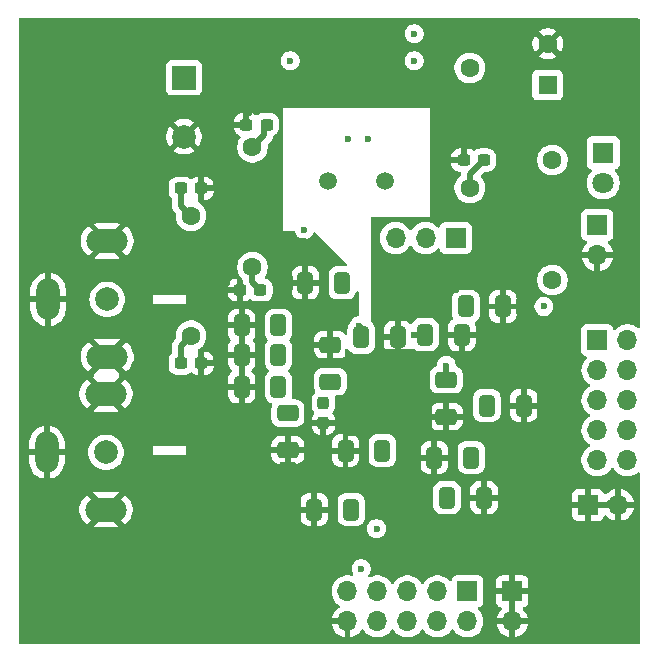
<source format=gbr>
%TF.GenerationSoftware,KiCad,Pcbnew,9.0.0*%
%TF.CreationDate,2025-03-16T19:50:11+02:00*%
%TF.ProjectId,TVP5147M1_decoder,54565035-3134-4374-9d31-5f6465636f64,rev?*%
%TF.SameCoordinates,Original*%
%TF.FileFunction,Copper,L4,Bot*%
%TF.FilePolarity,Positive*%
%FSLAX46Y46*%
G04 Gerber Fmt 4.6, Leading zero omitted, Abs format (unit mm)*
G04 Created by KiCad (PCBNEW 9.0.0) date 2025-03-16 19:50:11*
%MOMM*%
%LPD*%
G01*
G04 APERTURE LIST*
G04 Aperture macros list*
%AMRoundRect*
0 Rectangle with rounded corners*
0 $1 Rounding radius*
0 $2 $3 $4 $5 $6 $7 $8 $9 X,Y pos of 4 corners*
0 Add a 4 corners polygon primitive as box body*
4,1,4,$2,$3,$4,$5,$6,$7,$8,$9,$2,$3,0*
0 Add four circle primitives for the rounded corners*
1,1,$1+$1,$2,$3*
1,1,$1+$1,$4,$5*
1,1,$1+$1,$6,$7*
1,1,$1+$1,$8,$9*
0 Add four rect primitives between the rounded corners*
20,1,$1+$1,$2,$3,$4,$5,0*
20,1,$1+$1,$4,$5,$6,$7,0*
20,1,$1+$1,$6,$7,$8,$9,0*
20,1,$1+$1,$8,$9,$2,$3,0*%
G04 Aperture macros list end*
%TA.AperFunction,ComponentPad*%
%ADD10R,1.800000X1.800000*%
%TD*%
%TA.AperFunction,ComponentPad*%
%ADD11C,1.800000*%
%TD*%
%TA.AperFunction,SMDPad,CuDef*%
%ADD12RoundRect,0.250000X-0.412500X-0.650000X0.412500X-0.650000X0.412500X0.650000X-0.412500X0.650000X0*%
%TD*%
%TA.AperFunction,SMDPad,CuDef*%
%ADD13RoundRect,0.237500X-0.300000X-0.237500X0.300000X-0.237500X0.300000X0.237500X-0.300000X0.237500X0*%
%TD*%
%TA.AperFunction,SMDPad,CuDef*%
%ADD14RoundRect,0.250000X0.412500X0.650000X-0.412500X0.650000X-0.412500X-0.650000X0.412500X-0.650000X0*%
%TD*%
%TA.AperFunction,SMDPad,CuDef*%
%ADD15RoundRect,0.237500X0.300000X0.237500X-0.300000X0.237500X-0.300000X-0.237500X0.300000X-0.237500X0*%
%TD*%
%TA.AperFunction,ComponentPad*%
%ADD16C,1.600000*%
%TD*%
%TA.AperFunction,SMDPad,CuDef*%
%ADD17RoundRect,0.250000X-0.650000X0.412500X-0.650000X-0.412500X0.650000X-0.412500X0.650000X0.412500X0*%
%TD*%
%TA.AperFunction,SMDPad,CuDef*%
%ADD18RoundRect,0.237500X-0.237500X0.300000X-0.237500X-0.300000X0.237500X-0.300000X0.237500X0.300000X0*%
%TD*%
%TA.AperFunction,SMDPad,CuDef*%
%ADD19RoundRect,0.250000X0.650000X-0.412500X0.650000X0.412500X-0.650000X0.412500X-0.650000X-0.412500X0*%
%TD*%
%TA.AperFunction,ComponentPad*%
%ADD20C,1.016000*%
%TD*%
%TA.AperFunction,ComponentPad*%
%ADD21C,2.000000*%
%TD*%
%TA.AperFunction,ComponentPad*%
%ADD22R,2.000000X2.000000*%
%TD*%
%TA.AperFunction,ComponentPad*%
%ADD23O,3.500000X2.000000*%
%TD*%
%TA.AperFunction,ComponentPad*%
%ADD24O,2.000000X3.500000*%
%TD*%
%TA.AperFunction,ComponentPad*%
%ADD25RoundRect,1.000000X0.000010X-0.000010X0.000010X0.000010X-0.000010X0.000010X-0.000010X-0.000010X0*%
%TD*%
%TA.AperFunction,ComponentPad*%
%ADD26O,1.700000X1.700000*%
%TD*%
%TA.AperFunction,ComponentPad*%
%ADD27R,1.700000X1.700000*%
%TD*%
%TA.AperFunction,ComponentPad*%
%ADD28R,1.600000X1.600000*%
%TD*%
%TA.AperFunction,ComponentPad*%
%ADD29C,1.500000*%
%TD*%
%TA.AperFunction,ViaPad*%
%ADD30C,0.600000*%
%TD*%
%TA.AperFunction,Conductor*%
%ADD31C,0.500000*%
%TD*%
G04 APERTURE END LIST*
D10*
%TO.P,D1,1*%
%TO.N,Net-(D1-Pad1)*%
X143500000Y-71400000D03*
D11*
%TO.P,D1,2*%
%TO.N,+3.3V*%
X143500000Y-73940000D03*
%TD*%
D12*
%TO.P,C21,2*%
%TO.N,GND*%
X131525000Y-86800000D03*
%TO.P,C21,1*%
%TO.N,D1.8VDD*%
X128400000Y-86800000D03*
%TD*%
D13*
%TO.P,C1,2*%
%TO.N,GND*%
X109462500Y-74400000D03*
%TO.P,C1,1*%
%TO.N,+3.3V*%
X107737500Y-74400000D03*
%TD*%
D14*
%TO.P,C20,2*%
%TO.N,GND*%
X121675000Y-96600000D03*
%TO.P,C20,1*%
%TO.N,D1.8VDD*%
X124800000Y-96600000D03*
%TD*%
%TO.P,C13,2*%
%TO.N,GND*%
X112875000Y-91200000D03*
%TO.P,C13,1*%
%TO.N,A1.8VDD*%
X116000000Y-91200000D03*
%TD*%
D12*
%TO.P,C25,2*%
%TO.N,GND*%
X135000000Y-84400000D03*
%TO.P,C25,1*%
%TO.N,IO3.3VDD*%
X131875000Y-84400000D03*
%TD*%
D15*
%TO.P,C3,2*%
%TO.N,GND*%
X113275000Y-69000000D03*
%TO.P,C3,1*%
%TO.N,+1.8V*%
X115000000Y-69000000D03*
%TD*%
D16*
%TO.P,FB3,2*%
%TO.N,A1.8VDD*%
X113800000Y-81080000D03*
%TO.P,FB3,1*%
%TO.N,+1.8V*%
X113800000Y-70920000D03*
%TD*%
D17*
%TO.P,C26,2*%
%TO.N,GND*%
X116800000Y-96562500D03*
%TO.P,C26,1*%
%TO.N,A1.8VDD*%
X116800000Y-93437500D03*
%TD*%
D14*
%TO.P,C11,2*%
%TO.N,GND*%
X118275000Y-82400000D03*
%TO.P,C11,1*%
%TO.N,A1.8VDD*%
X121400000Y-82400000D03*
%TD*%
D13*
%TO.P,C6,2*%
%TO.N,GND*%
X109462500Y-89200000D03*
%TO.P,C6,1*%
%TO.N,A3.3VDD*%
X107737500Y-89200000D03*
%TD*%
D15*
%TO.P,C8,2*%
%TO.N,GND*%
X112737500Y-83000000D03*
%TO.P,C8,1*%
%TO.N,A1.8VDD*%
X114462500Y-83000000D03*
%TD*%
D14*
%TO.P,C17,2*%
%TO.N,GND*%
X112875000Y-88500000D03*
%TO.P,C17,1*%
%TO.N,A3.3VDD*%
X116000000Y-88500000D03*
%TD*%
D17*
%TO.P,C18,2*%
%TO.N,GND*%
X130200000Y-93725000D03*
%TO.P,C18,1*%
%TO.N,D1.8VDD*%
X130200000Y-90600000D03*
%TD*%
D14*
%TO.P,C24,2*%
%TO.N,GND*%
X129200000Y-97200000D03*
%TO.P,C24,1*%
%TO.N,D1.8VDD*%
X132325000Y-97200000D03*
%TD*%
D12*
%TO.P,C19,2*%
%TO.N,GND*%
X136762500Y-92800000D03*
%TO.P,C19,1*%
%TO.N,IO3.3VDD*%
X133637500Y-92800000D03*
%TD*%
D14*
%TO.P,C22,2*%
%TO.N,GND*%
X119037500Y-101600000D03*
%TO.P,C22,1*%
%TO.N,A1.8VDD*%
X122162500Y-101600000D03*
%TD*%
D18*
%TO.P,C15,2*%
%TO.N,GND*%
X119800000Y-94262500D03*
%TO.P,C15,1*%
%TO.N,A1.8VDD*%
X119800000Y-92537500D03*
%TD*%
D15*
%TO.P,C9,2*%
%TO.N,GND*%
X131675000Y-72000000D03*
%TO.P,C9,1*%
%TO.N,D1.8VDD*%
X133400000Y-72000000D03*
%TD*%
D14*
%TO.P,C14,2*%
%TO.N,GND*%
X112875000Y-86000000D03*
%TO.P,C14,1*%
%TO.N,A3.3VDD*%
X116000000Y-86000000D03*
%TD*%
D12*
%TO.P,C23,2*%
%TO.N,GND*%
X133400000Y-100600000D03*
%TO.P,C23,1*%
%TO.N,IO3.3VDD*%
X130275000Y-100600000D03*
%TD*%
D16*
%TO.P,FB1,2*%
%TO.N,A3.3VDD*%
X108600000Y-86880000D03*
%TO.P,FB1,1*%
%TO.N,+3.3V*%
X108600000Y-76720000D03*
%TD*%
D12*
%TO.P,C12,2*%
%TO.N,GND*%
X126125000Y-87000000D03*
%TO.P,C12,1*%
%TO.N,A1.8VDD*%
X123000000Y-87000000D03*
%TD*%
D19*
%TO.P,C16,2*%
%TO.N,GND*%
X120400000Y-87637500D03*
%TO.P,C16,1*%
%TO.N,A1.8VDD*%
X120400000Y-90762500D03*
%TD*%
D20*
%TO.P,U2,81,EPAD*%
%TO.N,GND*%
X127612199Y-93989549D03*
X127612199Y-93202149D03*
X127612199Y-92414749D03*
X127612199Y-91627349D03*
X127612199Y-90839949D03*
X127612199Y-90052549D03*
X127612199Y-89265149D03*
X126824799Y-93989549D03*
X126824799Y-93202149D03*
X126824799Y-92414749D03*
X126824799Y-91627349D03*
X126824799Y-90839949D03*
X126824799Y-90052549D03*
X126824799Y-89265149D03*
X126037399Y-93989549D03*
X126037399Y-93202149D03*
X126037399Y-92414749D03*
X126037399Y-91627349D03*
X126037399Y-90839949D03*
X126037399Y-90052549D03*
X126037399Y-89265149D03*
X125249999Y-93989549D03*
X125249999Y-93202149D03*
X125249999Y-92414749D03*
X125249999Y-91627349D03*
X125249999Y-90839949D03*
X125249999Y-90052549D03*
X125249999Y-89265149D03*
X124462599Y-93989549D03*
X124462599Y-93202149D03*
X124462599Y-92414749D03*
X124462599Y-91627349D03*
X124462599Y-90839949D03*
X124462599Y-90052549D03*
X124462599Y-89265149D03*
X123675199Y-93989549D03*
X123675199Y-93202149D03*
X123675199Y-92414749D03*
X123675199Y-91627349D03*
X123675199Y-90839949D03*
X123675199Y-90052549D03*
X123675199Y-89265149D03*
X122887799Y-93989549D03*
X122887799Y-93202149D03*
X122887799Y-92414749D03*
X122887799Y-91627349D03*
X122887799Y-90839949D03*
X122887799Y-90052549D03*
X122887799Y-89265149D03*
%TD*%
D16*
%TO.P,FB2,2*%
%TO.N,IO3.3VDD*%
X139200000Y-82160000D03*
%TO.P,FB2,1*%
%TO.N,+3.3V*%
X139200000Y-72000000D03*
%TD*%
D21*
%TO.P,C10,2*%
%TO.N,GND*%
X108000000Y-70032323D03*
D22*
%TO.P,C10,1*%
%TO.N,+1.8V*%
X108000000Y-65032323D03*
%TD*%
D23*
%TO.P,CVBS2,2,Ext*%
%TO.N,GND*%
X101400000Y-91800000D03*
D24*
X96400000Y-96750000D03*
D23*
X101400000Y-101600000D03*
D25*
%TO.P,CVBS2,1,In*%
%TO.N,Net-(CVBS2-In)*%
X101400000Y-96750000D03*
%TD*%
D26*
%TO.P,J6,3,Pin_3*%
%TO.N,VS{slash}VBLK*%
X125920000Y-78600000D03*
%TO.P,J6,2,Pin_2*%
%TO.N,HS{slash}CS*%
X128460000Y-78600000D03*
D27*
%TO.P,J6,1,Pin_1*%
%TO.N,FID*%
X131000000Y-78600000D03*
%TD*%
D26*
%TO.P,J5,2,Pin_2*%
%TO.N,GND*%
X143000000Y-80040000D03*
D27*
%TO.P,J5,1,Pin_1*%
%TO.N,+3.3V*%
X143000000Y-77500000D03*
%TD*%
D16*
%TO.P,C5,2*%
%TO.N,GND*%
X138800000Y-62152651D03*
D28*
%TO.P,C5,1*%
%TO.N,+3.3V*%
X138800000Y-65652651D03*
%TD*%
D26*
%TO.P,J4,10,Pin_10*%
%TO.N,Y9*%
X145540000Y-97420000D03*
%TO.P,J4,9,Pin_9*%
%TO.N,Y8*%
X143000000Y-97420000D03*
%TO.P,J4,8,Pin_8*%
%TO.N,Y7*%
X145540000Y-94880000D03*
%TO.P,J4,7,Pin_7*%
%TO.N,Y6*%
X143000000Y-94880000D03*
%TO.P,J4,6,Pin_6*%
%TO.N,Y5*%
X145540000Y-92340000D03*
%TO.P,J4,5,Pin_5*%
%TO.N,Y4*%
X143000000Y-92340000D03*
%TO.P,J4,4,Pin_4*%
%TO.N,Y3*%
X145540000Y-89800000D03*
%TO.P,J4,3,Pin_3*%
%TO.N,Y2*%
X143000000Y-89800000D03*
%TO.P,J4,2,Pin_2*%
%TO.N,Y1*%
X145540000Y-87260000D03*
D27*
%TO.P,J4,1,Pin_1*%
%TO.N,Y0*%
X143000000Y-87260000D03*
%TD*%
D26*
%TO.P,J3,2,Pin_2*%
%TO.N,GND*%
X144765000Y-101200000D03*
D27*
%TO.P,J3,1,Pin_1*%
X142225000Y-101200000D03*
%TD*%
D26*
%TO.P,J2,2,Pin_2*%
%TO.N,GND*%
X135800000Y-111065000D03*
D27*
%TO.P,J2,1,Pin_1*%
X135800000Y-108525000D03*
%TD*%
D29*
%TO.P,Y1,2,2*%
%TO.N,XTAL2*%
X120170000Y-73800000D03*
%TO.P,Y1,1,1*%
%TO.N,XTAL1*%
X125050000Y-73800000D03*
%TD*%
D23*
%TO.P,CVBS1,2,Ext*%
%TO.N,GND*%
X101500000Y-78850000D03*
D24*
X96500000Y-83800000D03*
D23*
X101500000Y-88650000D03*
D25*
%TO.P,CVBS1,1,In*%
%TO.N,Net-(CVBS1-In)*%
X101500000Y-83800000D03*
%TD*%
D26*
%TO.P,J1,10,Pin_10*%
%TO.N,GND*%
X121842000Y-111062000D03*
%TO.P,J1,9,Pin_9*%
%TO.N,SCL*%
X121842000Y-108522000D03*
%TO.P,J1,8,Pin_8*%
%TO.N,INTREQ*%
X124382000Y-111062000D03*
%TO.P,J1,7,Pin_7*%
%TO.N,SDA*%
X124382000Y-108522000D03*
%TO.P,J1,6,Pin_6*%
%TO.N,RESETB*%
X126922000Y-111062000D03*
%TO.P,J1,5,Pin_5*%
%TO.N,PWDN*%
X126922000Y-108522000D03*
%TO.P,J1,4,Pin_4*%
%TO.N,AVID*%
X129462000Y-111062000D03*
%TO.P,J1,3,Pin_3*%
%TO.N,FSS*%
X129462000Y-108522000D03*
%TO.P,J1,2,Pin_2*%
%TO.N,DATACLK*%
X132002000Y-111062000D03*
D27*
%TO.P,J1,1,Pin_1*%
%TO.N,GLCO{slash}I2CA*%
X132002000Y-108522000D03*
%TD*%
D16*
%TO.P,FB4,2*%
%TO.N,D1.8VDD*%
X132200000Y-74360000D03*
%TO.P,FB4,1*%
%TO.N,+1.8V*%
X132200000Y-64200000D03*
%TD*%
D30*
%TO.N,XGND*%
X123547508Y-70200000D03*
X118200000Y-77900000D03*
X121892504Y-70200000D03*
%TO.N,D1.8VDD*%
X130200000Y-89400000D03*
X127500000Y-86800000D03*
X124800000Y-96600000D03*
X132262500Y-97200000D03*
%TO.N,A3.3VDD*%
X116000000Y-88500000D03*
X116000000Y-86000000D03*
%TO.N,A1.8VDD*%
X122807853Y-86028590D03*
X119800000Y-92537500D03*
X120400000Y-90762500D03*
X121400000Y-82400000D03*
X122000000Y-101500000D03*
X116800000Y-93437500D03*
X116000000Y-91200000D03*
%TO.N,+1.8V*%
X117000000Y-63600000D03*
X127500000Y-63600000D03*
%TO.N,IO3.3VDD*%
X133637500Y-92800000D03*
X124301000Y-103219825D03*
X130275000Y-100600000D03*
X138475000Y-84400000D03*
X131875000Y-84400000D03*
X123000000Y-106600000D03*
%TO.N,+3.3V*%
X127500000Y-61300000D03*
%TO.N,GND*%
X137000000Y-106000000D03*
X120200000Y-96200000D03*
X136400000Y-84800000D03*
X117600000Y-102200000D03*
X111000000Y-75000000D03*
X140000000Y-102000000D03*
X135000000Y-100000000D03*
X111400000Y-91800000D03*
X111400000Y-90800000D03*
X135000000Y-101000000D03*
X142500000Y-82500000D03*
X117000000Y-82800000D03*
X140525000Y-68600000D03*
X131000000Y-102500000D03*
X116400000Y-97800000D03*
X111400000Y-89500000D03*
X135000000Y-106000000D03*
X127500000Y-67000000D03*
X120000000Y-86000000D03*
X141400000Y-84400000D03*
X118200000Y-78900000D03*
X117200000Y-97800000D03*
X144500000Y-82500000D03*
X111400000Y-85000000D03*
X120200000Y-97000000D03*
X108800000Y-94900000D03*
X117600000Y-101400000D03*
X144800000Y-69000000D03*
X109000000Y-81800000D03*
X111000000Y-74000000D03*
X117000000Y-82000000D03*
X132000000Y-70500000D03*
X131000000Y-70500000D03*
X136400000Y-84000000D03*
X140000000Y-100500000D03*
X111600000Y-82400000D03*
X127500000Y-66000000D03*
X113500000Y-68000000D03*
X100595000Y-76031750D03*
X95515000Y-60791750D03*
X105675000Y-88731750D03*
X95515000Y-101431750D03*
X95515000Y-111591750D03*
X105675000Y-109051750D03*
X95515000Y-78571750D03*
X141235000Y-76031750D03*
X141235000Y-109051750D03*
X95515000Y-63331750D03*
X103135000Y-98891750D03*
X95515000Y-88731750D03*
X95515000Y-65871750D03*
X95515000Y-70951750D03*
X118375000Y-109051750D03*
X141235000Y-106511750D03*
X100595000Y-86191750D03*
X98055000Y-60791750D03*
X95515000Y-68411750D03*
X95515000Y-73491750D03*
X103135000Y-76031750D03*
X110755000Y-70951750D03*
X98055000Y-91271750D03*
X95515000Y-76031750D03*
X95515000Y-81111750D03*
X113295000Y-63331750D03*
X98055000Y-93811750D03*
X95515000Y-91271750D03*
X103135000Y-70951750D03*
X95515000Y-93811750D03*
X95515000Y-103971750D03*
X100595000Y-73491750D03*
X143775000Y-111591750D03*
X95515000Y-106511750D03*
X103135000Y-68411750D03*
X95515000Y-109051750D03*
X98055000Y-63331750D03*
X98055000Y-65871750D03*
X103135000Y-63331750D03*
X98055000Y-68411750D03*
X146315000Y-73491750D03*
X103135000Y-103971750D03*
X98055000Y-109051750D03*
X98055000Y-70951750D03*
X98055000Y-73491750D03*
X146315000Y-111591750D03*
X98055000Y-76031750D03*
X98055000Y-78571750D03*
X100595000Y-63331750D03*
X98055000Y-81111750D03*
X98055000Y-86191750D03*
X103135000Y-65871750D03*
X98055000Y-88731750D03*
X98055000Y-98891750D03*
X98055000Y-101431750D03*
X98055000Y-103971750D03*
X146315000Y-65871750D03*
X98055000Y-106511750D03*
X103135000Y-81111750D03*
X98055000Y-111591750D03*
X100595000Y-60791750D03*
X143775000Y-65871750D03*
X100595000Y-65871750D03*
X100595000Y-68411750D03*
X133615000Y-68411750D03*
X100595000Y-70951750D03*
X100595000Y-81111750D03*
X103135000Y-73491750D03*
X100595000Y-93811750D03*
X100595000Y-98891750D03*
X100595000Y-103971750D03*
X100595000Y-106511750D03*
X103135000Y-93811750D03*
X100595000Y-109051750D03*
X100595000Y-111591750D03*
X103135000Y-60791750D03*
X103135000Y-86191750D03*
X103135000Y-106511750D03*
X103135000Y-109051750D03*
X113295000Y-93811750D03*
X103135000Y-111591750D03*
X105675000Y-60791750D03*
X113295000Y-60791750D03*
X105675000Y-63331750D03*
X105675000Y-65871750D03*
X105675000Y-68411750D03*
X118375000Y-106511750D03*
X105675000Y-70951750D03*
X105675000Y-73491750D03*
X113295000Y-106511750D03*
X105675000Y-76031750D03*
X105675000Y-78571750D03*
X105675000Y-86191750D03*
X105675000Y-91271750D03*
X105675000Y-98891750D03*
X105675000Y-101431750D03*
X105675000Y-103971750D03*
X105675000Y-106511750D03*
X105675000Y-111591750D03*
X108215000Y-60791750D03*
X108215000Y-78571750D03*
X108215000Y-91271750D03*
X108215000Y-98891750D03*
X108215000Y-101431750D03*
X115835000Y-65871750D03*
X108215000Y-103971750D03*
X108215000Y-106511750D03*
X108215000Y-109051750D03*
X108215000Y-111591750D03*
X110755000Y-60791750D03*
X110755000Y-63331750D03*
X110755000Y-65871750D03*
X110755000Y-68411750D03*
X110755000Y-78571750D03*
X110755000Y-96351750D03*
X110755000Y-98891750D03*
X110755000Y-101431750D03*
X110755000Y-103971750D03*
X110755000Y-106511750D03*
X110755000Y-109051750D03*
X110755000Y-111591750D03*
X113295000Y-65871750D03*
X113295000Y-73491750D03*
X138695000Y-106511750D03*
X113295000Y-76031750D03*
X113295000Y-78571750D03*
X113295000Y-96351750D03*
X113295000Y-98891750D03*
X113295000Y-101431750D03*
X113295000Y-103971750D03*
X113295000Y-109051750D03*
X113295000Y-111591750D03*
X115835000Y-60791750D03*
X115835000Y-73491750D03*
X115835000Y-76031750D03*
X115835000Y-78571750D03*
X115835000Y-101431750D03*
X115835000Y-103971750D03*
X141235000Y-81111750D03*
X115835000Y-106511750D03*
X115835000Y-109051750D03*
X115835000Y-111591750D03*
X118375000Y-60791750D03*
X141235000Y-63331750D03*
X118375000Y-103971750D03*
X118375000Y-111591750D03*
X120915000Y-60791750D03*
X123455000Y-60791750D03*
X123455000Y-63331750D03*
X123455000Y-65871750D03*
X131075000Y-60791750D03*
X131075000Y-65871750D03*
X131075000Y-68411750D03*
X131000000Y-83000000D03*
X133615000Y-60791750D03*
X133615000Y-65871750D03*
X136155000Y-60791750D03*
X136155000Y-63331750D03*
X136155000Y-65871750D03*
X136155000Y-68411750D03*
X136155000Y-70951750D03*
X136155000Y-73491750D03*
X136155000Y-76031750D03*
X136155000Y-78571750D03*
X136155000Y-81111750D03*
X136155000Y-103971750D03*
X138695000Y-76031750D03*
X138695000Y-78571750D03*
X138695000Y-103971750D03*
X138695000Y-109051750D03*
X138695000Y-111591750D03*
X141235000Y-60791750D03*
X141235000Y-65871750D03*
X141235000Y-73491750D03*
X141235000Y-78571750D03*
X141235000Y-103971750D03*
X141235000Y-111591750D03*
X143775000Y-60791750D03*
X143775000Y-63331750D03*
X143775000Y-103971750D03*
X143775000Y-106511750D03*
X143775000Y-109051750D03*
X146315000Y-60791750D03*
X146315000Y-63331750D03*
X146315000Y-68411750D03*
X146315000Y-70951750D03*
X146315000Y-76031750D03*
X146315000Y-78571750D03*
X146315000Y-81111750D03*
X146315000Y-83651750D03*
X146315000Y-103971750D03*
X146315000Y-106511750D03*
X146315000Y-109051750D03*
X138695000Y-68411750D03*
%TD*%
D31*
%TO.N,D1.8VDD*%
X130200000Y-90600000D02*
X130200000Y-89400000D01*
X132200000Y-74360000D02*
X132200000Y-73200000D01*
X132200000Y-73200000D02*
X133400000Y-72000000D01*
X128400000Y-86800000D02*
X127500000Y-86800000D01*
%TO.N,A3.3VDD*%
X107737500Y-89200000D02*
X107737500Y-87742500D01*
X107737500Y-87742500D02*
X108600000Y-86880000D01*
%TO.N,A1.8VDD*%
X123000000Y-87000000D02*
X123000000Y-86220737D01*
X123000000Y-86220737D02*
X122807853Y-86028590D01*
X113800000Y-81080000D02*
X113800000Y-82337500D01*
X113800000Y-82337500D02*
X114462500Y-83000000D01*
%TO.N,+1.8V*%
X114800000Y-69400000D02*
X114800000Y-69920000D01*
X114800000Y-69920000D02*
X113800000Y-70920000D01*
%TO.N,+3.3V*%
X107737500Y-74400000D02*
X107737500Y-75857500D01*
X107737500Y-75857500D02*
X108600000Y-76720000D01*
%TO.N,GND*%
X144200000Y-101200000D02*
X144000000Y-101000000D01*
X144765000Y-101200000D02*
X144200000Y-101200000D01*
X113275000Y-69000000D02*
X113275000Y-68225000D01*
X129000000Y-97000000D02*
X129200000Y-97200000D01*
X113275000Y-68225000D02*
X113500000Y-68000000D01*
%TD*%
%TA.AperFunction,Conductor*%
%TO.N,GND*%
G36*
X121994788Y-88118656D02*
G01*
X122118844Y-88242712D01*
X122268166Y-88334814D01*
X122434703Y-88389999D01*
X122537491Y-88400500D01*
X123462508Y-88400499D01*
X123462516Y-88400498D01*
X123462519Y-88400498D01*
X123518802Y-88394748D01*
X123565297Y-88389999D01*
X123731834Y-88334814D01*
X123881156Y-88242712D01*
X124005212Y-88118656D01*
X124078399Y-88000000D01*
X127476132Y-88000000D01*
X127518844Y-88042712D01*
X127668166Y-88134814D01*
X127834703Y-88189999D01*
X127937491Y-88200500D01*
X128862508Y-88200499D01*
X128862516Y-88200498D01*
X128862519Y-88200498D01*
X128918802Y-88194748D01*
X128965297Y-88189999D01*
X129000000Y-88178499D01*
X129000000Y-89676131D01*
X128957289Y-89718842D01*
X128865187Y-89868163D01*
X128865186Y-89868166D01*
X128810001Y-90034703D01*
X128810001Y-90034704D01*
X128810000Y-90034704D01*
X128799500Y-90137483D01*
X128799500Y-91062501D01*
X128799501Y-91062519D01*
X128810000Y-91165296D01*
X128810001Y-91165299D01*
X128865185Y-91331831D01*
X128865187Y-91331836D01*
X128957289Y-91481157D01*
X129000000Y-91523868D01*
X129000000Y-95400000D01*
X125723868Y-95400000D01*
X125681156Y-95357288D01*
X125531834Y-95265186D01*
X125365297Y-95210001D01*
X125365295Y-95210000D01*
X125262510Y-95199500D01*
X124337498Y-95199500D01*
X124337480Y-95199501D01*
X124234703Y-95210000D01*
X124234700Y-95210001D01*
X124068168Y-95265185D01*
X124068163Y-95265187D01*
X123918842Y-95357289D01*
X123876131Y-95400000D01*
X121600000Y-95400000D01*
X121600000Y-91686368D01*
X121642712Y-91643656D01*
X121734814Y-91494334D01*
X121789999Y-91327797D01*
X121800500Y-91225009D01*
X121800499Y-90299992D01*
X121789999Y-90197203D01*
X121734814Y-90030666D01*
X121642712Y-89881344D01*
X121600000Y-89838632D01*
X121600000Y-88000000D01*
X121921601Y-88000000D01*
X121994788Y-88118656D01*
G37*
%TD.AperFunction*%
%TD*%
%TA.AperFunction,Conductor*%
%TO.N,GND*%
G36*
X136050000Y-110631988D02*
G01*
X135992993Y-110599075D01*
X135865826Y-110565000D01*
X135734174Y-110565000D01*
X135607007Y-110599075D01*
X135550000Y-110631988D01*
X135550000Y-108958012D01*
X135607007Y-108990925D01*
X135734174Y-109025000D01*
X135865826Y-109025000D01*
X135992993Y-108990925D01*
X136050000Y-108958012D01*
X136050000Y-110631988D01*
G37*
%TD.AperFunction*%
%TA.AperFunction,Conductor*%
G36*
X144299075Y-101007007D02*
G01*
X144265000Y-101134174D01*
X144265000Y-101265826D01*
X144299075Y-101392993D01*
X144331988Y-101450000D01*
X142658012Y-101450000D01*
X142690925Y-101392993D01*
X142725000Y-101265826D01*
X142725000Y-101134174D01*
X142690925Y-101007007D01*
X142658012Y-100950000D01*
X144331988Y-100950000D01*
X144299075Y-101007007D01*
G37*
%TD.AperFunction*%
%TA.AperFunction,Conductor*%
G36*
X146543039Y-60020185D02*
G01*
X146588794Y-60072989D01*
X146600000Y-60124500D01*
X146600000Y-86117460D01*
X146580315Y-86184499D01*
X146527511Y-86230254D01*
X146458353Y-86240198D01*
X146403115Y-86217779D01*
X146247815Y-86104948D01*
X146058414Y-86008444D01*
X146058413Y-86008443D01*
X146058412Y-86008443D01*
X145856243Y-85942754D01*
X145856241Y-85942753D01*
X145856240Y-85942753D01*
X145694957Y-85917208D01*
X145646287Y-85909500D01*
X145433713Y-85909500D01*
X145385042Y-85917208D01*
X145223760Y-85942753D01*
X145021585Y-86008444D01*
X144832179Y-86104951D01*
X144660215Y-86229889D01*
X144546673Y-86343431D01*
X144485350Y-86376915D01*
X144415658Y-86371931D01*
X144359725Y-86330059D01*
X144342810Y-86299082D01*
X144293797Y-86167671D01*
X144293793Y-86167664D01*
X144207547Y-86052455D01*
X144207544Y-86052452D01*
X144092335Y-85966206D01*
X144092328Y-85966202D01*
X143957482Y-85915908D01*
X143957483Y-85915908D01*
X143897883Y-85909501D01*
X143897881Y-85909500D01*
X143897873Y-85909500D01*
X143897864Y-85909500D01*
X142102129Y-85909500D01*
X142102123Y-85909501D01*
X142042516Y-85915908D01*
X141907671Y-85966202D01*
X141907664Y-85966206D01*
X141792455Y-86052452D01*
X141792452Y-86052455D01*
X141706206Y-86167664D01*
X141706202Y-86167671D01*
X141655908Y-86302517D01*
X141649501Y-86362116D01*
X141649500Y-86362135D01*
X141649500Y-88157870D01*
X141649501Y-88157876D01*
X141655908Y-88217483D01*
X141706202Y-88352328D01*
X141706206Y-88352335D01*
X141792452Y-88467544D01*
X141792455Y-88467547D01*
X141907664Y-88553793D01*
X141907671Y-88553797D01*
X142039082Y-88602810D01*
X142095016Y-88644681D01*
X142119433Y-88710145D01*
X142104582Y-88778418D01*
X142083431Y-88806673D01*
X141969889Y-88920215D01*
X141844951Y-89092179D01*
X141748444Y-89281585D01*
X141748443Y-89281587D01*
X141748443Y-89281588D01*
X141735587Y-89321155D01*
X141682753Y-89483760D01*
X141660037Y-89627186D01*
X141649500Y-89693713D01*
X141649500Y-89906287D01*
X141657301Y-89955539D01*
X141681908Y-90110906D01*
X141682754Y-90116243D01*
X141744588Y-90306549D01*
X141748444Y-90318414D01*
X141844951Y-90507820D01*
X141969890Y-90679786D01*
X142120213Y-90830109D01*
X142292182Y-90955050D01*
X142300946Y-90959516D01*
X142351742Y-91007491D01*
X142368536Y-91075312D01*
X142345998Y-91141447D01*
X142300946Y-91180484D01*
X142292182Y-91184949D01*
X142120213Y-91309890D01*
X141969890Y-91460213D01*
X141844951Y-91632179D01*
X141748444Y-91821585D01*
X141682753Y-92023760D01*
X141668857Y-92111496D01*
X141649500Y-92233713D01*
X141649500Y-92446287D01*
X141652507Y-92465273D01*
X141675637Y-92611312D01*
X141682754Y-92656243D01*
X141745253Y-92848595D01*
X141748444Y-92858414D01*
X141844951Y-93047820D01*
X141969890Y-93219786D01*
X142120213Y-93370109D01*
X142292182Y-93495050D01*
X142300946Y-93499516D01*
X142351742Y-93547491D01*
X142368536Y-93615312D01*
X142345998Y-93681447D01*
X142300946Y-93720484D01*
X142292182Y-93724949D01*
X142120213Y-93849890D01*
X141969890Y-94000213D01*
X141844951Y-94172179D01*
X141748444Y-94361585D01*
X141682753Y-94563760D01*
X141659171Y-94712651D01*
X141649500Y-94773713D01*
X141649500Y-94986287D01*
X141653409Y-95010965D01*
X141681635Y-95189183D01*
X141682754Y-95196243D01*
X141748095Y-95397342D01*
X141748444Y-95398414D01*
X141844951Y-95587820D01*
X141969890Y-95759786D01*
X142120213Y-95910109D01*
X142292182Y-96035050D01*
X142300946Y-96039516D01*
X142351742Y-96087491D01*
X142368536Y-96155312D01*
X142345998Y-96221447D01*
X142300946Y-96260484D01*
X142292182Y-96264949D01*
X142120213Y-96389890D01*
X141969890Y-96540213D01*
X141844951Y-96712179D01*
X141748444Y-96901585D01*
X141682753Y-97103760D01*
X141649500Y-97313713D01*
X141649500Y-97526286D01*
X141679968Y-97718657D01*
X141682754Y-97736243D01*
X141747273Y-97934812D01*
X141748444Y-97938414D01*
X141844951Y-98127820D01*
X141969890Y-98299786D01*
X142120213Y-98450109D01*
X142292179Y-98575048D01*
X142292181Y-98575049D01*
X142292184Y-98575051D01*
X142481588Y-98671557D01*
X142683757Y-98737246D01*
X142893713Y-98770500D01*
X142893714Y-98770500D01*
X143106286Y-98770500D01*
X143106287Y-98770500D01*
X143316243Y-98737246D01*
X143518412Y-98671557D01*
X143707816Y-98575051D01*
X143842517Y-98477186D01*
X143879786Y-98450109D01*
X143879788Y-98450106D01*
X143879792Y-98450104D01*
X144030104Y-98299792D01*
X144030106Y-98299788D01*
X144030109Y-98299786D01*
X144155048Y-98127820D01*
X144155047Y-98127820D01*
X144155051Y-98127816D01*
X144159514Y-98119054D01*
X144207488Y-98068259D01*
X144275308Y-98051463D01*
X144341444Y-98073999D01*
X144380486Y-98119056D01*
X144384951Y-98127820D01*
X144509890Y-98299786D01*
X144660213Y-98450109D01*
X144832179Y-98575048D01*
X144832181Y-98575049D01*
X144832184Y-98575051D01*
X145021588Y-98671557D01*
X145223757Y-98737246D01*
X145433713Y-98770500D01*
X145433714Y-98770500D01*
X145646286Y-98770500D01*
X145646287Y-98770500D01*
X145856243Y-98737246D01*
X146058412Y-98671557D01*
X146247816Y-98575051D01*
X146382517Y-98477186D01*
X146403115Y-98462221D01*
X146468921Y-98438741D01*
X146536975Y-98454567D01*
X146585670Y-98504673D01*
X146600000Y-98562539D01*
X146600000Y-112875500D01*
X146580315Y-112942539D01*
X146527511Y-112988294D01*
X146476000Y-112999500D01*
X94124500Y-112999500D01*
X94057461Y-112979815D01*
X94011706Y-112927011D01*
X94000500Y-112875500D01*
X94000500Y-108415713D01*
X120491500Y-108415713D01*
X120491500Y-108628287D01*
X120524754Y-108838243D01*
X120585435Y-109025000D01*
X120590444Y-109040414D01*
X120686951Y-109229820D01*
X120811890Y-109401786D01*
X120962213Y-109552109D01*
X121134179Y-109677048D01*
X121134181Y-109677049D01*
X121134184Y-109677051D01*
X121143493Y-109681794D01*
X121194290Y-109729766D01*
X121211087Y-109797587D01*
X121188552Y-109863722D01*
X121143502Y-109902762D01*
X121134443Y-109907378D01*
X120962540Y-110032272D01*
X120962535Y-110032276D01*
X120812276Y-110182535D01*
X120812272Y-110182540D01*
X120687379Y-110354442D01*
X120590904Y-110543782D01*
X120525242Y-110745870D01*
X120525242Y-110745873D01*
X120514769Y-110812000D01*
X121408988Y-110812000D01*
X121376075Y-110869007D01*
X121342000Y-110996174D01*
X121342000Y-111127826D01*
X121376075Y-111254993D01*
X121408988Y-111312000D01*
X120514769Y-111312000D01*
X120525242Y-111378126D01*
X120525242Y-111378129D01*
X120590904Y-111580217D01*
X120687379Y-111769557D01*
X120812272Y-111941459D01*
X120812276Y-111941464D01*
X120962535Y-112091723D01*
X120962540Y-112091727D01*
X121134442Y-112216620D01*
X121323782Y-112313095D01*
X121525871Y-112378757D01*
X121592000Y-112389231D01*
X121592000Y-111495012D01*
X121649007Y-111527925D01*
X121776174Y-111562000D01*
X121907826Y-111562000D01*
X122034993Y-111527925D01*
X122092000Y-111495012D01*
X122092000Y-112389230D01*
X122158126Y-112378757D01*
X122158129Y-112378757D01*
X122360217Y-112313095D01*
X122549557Y-112216620D01*
X122721459Y-112091727D01*
X122721464Y-112091723D01*
X122871723Y-111941464D01*
X122871727Y-111941459D01*
X122996620Y-111769558D01*
X123001232Y-111760507D01*
X123049205Y-111709709D01*
X123117025Y-111692912D01*
X123183161Y-111715447D01*
X123222204Y-111760504D01*
X123226949Y-111769817D01*
X123351890Y-111941786D01*
X123502213Y-112092109D01*
X123674179Y-112217048D01*
X123674181Y-112217049D01*
X123674184Y-112217051D01*
X123863588Y-112313557D01*
X124065757Y-112379246D01*
X124275713Y-112412500D01*
X124275714Y-112412500D01*
X124488286Y-112412500D01*
X124488287Y-112412500D01*
X124698243Y-112379246D01*
X124900412Y-112313557D01*
X125089816Y-112217051D01*
X125111789Y-112201086D01*
X125261786Y-112092109D01*
X125261788Y-112092106D01*
X125261792Y-112092104D01*
X125412104Y-111941792D01*
X125412106Y-111941788D01*
X125412109Y-111941786D01*
X125521086Y-111791789D01*
X125537051Y-111769816D01*
X125541514Y-111761054D01*
X125589488Y-111710259D01*
X125657308Y-111693463D01*
X125723444Y-111715999D01*
X125762486Y-111761056D01*
X125766951Y-111769820D01*
X125891890Y-111941786D01*
X126042213Y-112092109D01*
X126214179Y-112217048D01*
X126214181Y-112217049D01*
X126214184Y-112217051D01*
X126403588Y-112313557D01*
X126605757Y-112379246D01*
X126815713Y-112412500D01*
X126815714Y-112412500D01*
X127028286Y-112412500D01*
X127028287Y-112412500D01*
X127238243Y-112379246D01*
X127440412Y-112313557D01*
X127629816Y-112217051D01*
X127651789Y-112201086D01*
X127801786Y-112092109D01*
X127801788Y-112092106D01*
X127801792Y-112092104D01*
X127952104Y-111941792D01*
X127952106Y-111941788D01*
X127952109Y-111941786D01*
X128061086Y-111791789D01*
X128077051Y-111769816D01*
X128081514Y-111761054D01*
X128129488Y-111710259D01*
X128197308Y-111693463D01*
X128263444Y-111715999D01*
X128302486Y-111761056D01*
X128306951Y-111769820D01*
X128431890Y-111941786D01*
X128582213Y-112092109D01*
X128754179Y-112217048D01*
X128754181Y-112217049D01*
X128754184Y-112217051D01*
X128943588Y-112313557D01*
X129145757Y-112379246D01*
X129355713Y-112412500D01*
X129355714Y-112412500D01*
X129568286Y-112412500D01*
X129568287Y-112412500D01*
X129778243Y-112379246D01*
X129980412Y-112313557D01*
X130169816Y-112217051D01*
X130191789Y-112201086D01*
X130341786Y-112092109D01*
X130341788Y-112092106D01*
X130341792Y-112092104D01*
X130492104Y-111941792D01*
X130492106Y-111941788D01*
X130492109Y-111941786D01*
X130601086Y-111791789D01*
X130617051Y-111769816D01*
X130621514Y-111761054D01*
X130669488Y-111710259D01*
X130737308Y-111693463D01*
X130803444Y-111715999D01*
X130842486Y-111761056D01*
X130846951Y-111769820D01*
X130971890Y-111941786D01*
X131122213Y-112092109D01*
X131294179Y-112217048D01*
X131294181Y-112217049D01*
X131294184Y-112217051D01*
X131483588Y-112313557D01*
X131685757Y-112379246D01*
X131895713Y-112412500D01*
X131895714Y-112412500D01*
X132108286Y-112412500D01*
X132108287Y-112412500D01*
X132318243Y-112379246D01*
X132520412Y-112313557D01*
X132709816Y-112217051D01*
X132731789Y-112201086D01*
X132881786Y-112092109D01*
X132881788Y-112092106D01*
X132881792Y-112092104D01*
X133032104Y-111941792D01*
X133032106Y-111941788D01*
X133032109Y-111941786D01*
X133141086Y-111791789D01*
X133157051Y-111769816D01*
X133253557Y-111580412D01*
X133319246Y-111378243D01*
X133352500Y-111168287D01*
X133352500Y-110955713D01*
X133319246Y-110745757D01*
X133253557Y-110543588D01*
X133157051Y-110354184D01*
X133157049Y-110354181D01*
X133157048Y-110354179D01*
X133032109Y-110182213D01*
X132918569Y-110068673D01*
X132885084Y-110007350D01*
X132890068Y-109937658D01*
X132931940Y-109881725D01*
X132962915Y-109864810D01*
X133094331Y-109815796D01*
X133209546Y-109729546D01*
X133295796Y-109614331D01*
X133346091Y-109479483D01*
X133352500Y-109419873D01*
X133352499Y-108459174D01*
X133352499Y-107627155D01*
X134450000Y-107627155D01*
X134450000Y-108275000D01*
X135366988Y-108275000D01*
X135334075Y-108332007D01*
X135300000Y-108459174D01*
X135300000Y-108590826D01*
X135334075Y-108717993D01*
X135366988Y-108775000D01*
X134450000Y-108775000D01*
X134450000Y-109422844D01*
X134456401Y-109482372D01*
X134456403Y-109482379D01*
X134506645Y-109617086D01*
X134506649Y-109617093D01*
X134592809Y-109732187D01*
X134592812Y-109732190D01*
X134707906Y-109818350D01*
X134707913Y-109818354D01*
X134839986Y-109867614D01*
X134895920Y-109909485D01*
X134920337Y-109974949D01*
X134905486Y-110043222D01*
X134884335Y-110071477D01*
X134770271Y-110185541D01*
X134645379Y-110357442D01*
X134548904Y-110546782D01*
X134483242Y-110748870D01*
X134483242Y-110748873D01*
X134472769Y-110815000D01*
X135366988Y-110815000D01*
X135334075Y-110872007D01*
X135300000Y-110999174D01*
X135300000Y-111130826D01*
X135334075Y-111257993D01*
X135366988Y-111315000D01*
X134472769Y-111315000D01*
X134483242Y-111381126D01*
X134483242Y-111381129D01*
X134548904Y-111583217D01*
X134645379Y-111772557D01*
X134770272Y-111944459D01*
X134770276Y-111944464D01*
X134920535Y-112094723D01*
X134920540Y-112094727D01*
X135092442Y-112219620D01*
X135281782Y-112316095D01*
X135483871Y-112381757D01*
X135550000Y-112392231D01*
X135550000Y-111498012D01*
X135607007Y-111530925D01*
X135734174Y-111565000D01*
X135865826Y-111565000D01*
X135992993Y-111530925D01*
X136050000Y-111498012D01*
X136050000Y-112392230D01*
X136116126Y-112381757D01*
X136116129Y-112381757D01*
X136318217Y-112316095D01*
X136507557Y-112219620D01*
X136679459Y-112094727D01*
X136679464Y-112094723D01*
X136829723Y-111944464D01*
X136829727Y-111944459D01*
X136954620Y-111772557D01*
X137051095Y-111583217D01*
X137116757Y-111381129D01*
X137116757Y-111381126D01*
X137127231Y-111315000D01*
X136233012Y-111315000D01*
X136265925Y-111257993D01*
X136300000Y-111130826D01*
X136300000Y-110999174D01*
X136265925Y-110872007D01*
X136233012Y-110815000D01*
X137127231Y-110815000D01*
X137116757Y-110748873D01*
X137116757Y-110748870D01*
X137051095Y-110546782D01*
X136954620Y-110357442D01*
X136829727Y-110185540D01*
X136829723Y-110185535D01*
X136715665Y-110071477D01*
X136682180Y-110010154D01*
X136687164Y-109940462D01*
X136729036Y-109884529D01*
X136760013Y-109867614D01*
X136892086Y-109818354D01*
X136892093Y-109818350D01*
X137007187Y-109732190D01*
X137007190Y-109732187D01*
X137093350Y-109617093D01*
X137093354Y-109617086D01*
X137143596Y-109482379D01*
X137143598Y-109482372D01*
X137149999Y-109422844D01*
X137150000Y-109422827D01*
X137150000Y-108775000D01*
X136233012Y-108775000D01*
X136265925Y-108717993D01*
X136300000Y-108590826D01*
X136300000Y-108459174D01*
X136265925Y-108332007D01*
X136233012Y-108275000D01*
X137150000Y-108275000D01*
X137150000Y-107627172D01*
X137149999Y-107627155D01*
X137143598Y-107567627D01*
X137143596Y-107567620D01*
X137093354Y-107432913D01*
X137093350Y-107432906D01*
X137007190Y-107317812D01*
X137007187Y-107317809D01*
X136892093Y-107231649D01*
X136892086Y-107231645D01*
X136757379Y-107181403D01*
X136757372Y-107181401D01*
X136697844Y-107175000D01*
X136050000Y-107175000D01*
X136050000Y-108091988D01*
X135992993Y-108059075D01*
X135865826Y-108025000D01*
X135734174Y-108025000D01*
X135607007Y-108059075D01*
X135550000Y-108091988D01*
X135550000Y-107175000D01*
X134902155Y-107175000D01*
X134842627Y-107181401D01*
X134842620Y-107181403D01*
X134707913Y-107231645D01*
X134707906Y-107231649D01*
X134592812Y-107317809D01*
X134592809Y-107317812D01*
X134506649Y-107432906D01*
X134506645Y-107432913D01*
X134456403Y-107567620D01*
X134456401Y-107567627D01*
X134450000Y-107627155D01*
X133352499Y-107627155D01*
X133352499Y-107624129D01*
X133352498Y-107624123D01*
X133351214Y-107612181D01*
X133346091Y-107564517D01*
X133344810Y-107561083D01*
X133295797Y-107429671D01*
X133295793Y-107429664D01*
X133209547Y-107314455D01*
X133209544Y-107314452D01*
X133094335Y-107228206D01*
X133094328Y-107228202D01*
X132959482Y-107177908D01*
X132959483Y-107177908D01*
X132899883Y-107171501D01*
X132899881Y-107171500D01*
X132899873Y-107171500D01*
X132899864Y-107171500D01*
X131104129Y-107171500D01*
X131104123Y-107171501D01*
X131044516Y-107177908D01*
X130909671Y-107228202D01*
X130909664Y-107228206D01*
X130794455Y-107314452D01*
X130794452Y-107314455D01*
X130708206Y-107429664D01*
X130708203Y-107429669D01*
X130659189Y-107561083D01*
X130617317Y-107617016D01*
X130551853Y-107641433D01*
X130483580Y-107626581D01*
X130455326Y-107605430D01*
X130341786Y-107491890D01*
X130169820Y-107366951D01*
X129980414Y-107270444D01*
X129980413Y-107270443D01*
X129980412Y-107270443D01*
X129778243Y-107204754D01*
X129778241Y-107204753D01*
X129778240Y-107204753D01*
X129616957Y-107179208D01*
X129568287Y-107171500D01*
X129355713Y-107171500D01*
X129307042Y-107179208D01*
X129145760Y-107204753D01*
X128943585Y-107270444D01*
X128754179Y-107366951D01*
X128582213Y-107491890D01*
X128431890Y-107642213D01*
X128306949Y-107814182D01*
X128302484Y-107822946D01*
X128254509Y-107873742D01*
X128186688Y-107890536D01*
X128120553Y-107867998D01*
X128081516Y-107822946D01*
X128077050Y-107814182D01*
X127952109Y-107642213D01*
X127801786Y-107491890D01*
X127629820Y-107366951D01*
X127440414Y-107270444D01*
X127440413Y-107270443D01*
X127440412Y-107270443D01*
X127238243Y-107204754D01*
X127238241Y-107204753D01*
X127238240Y-107204753D01*
X127076957Y-107179208D01*
X127028287Y-107171500D01*
X126815713Y-107171500D01*
X126767042Y-107179208D01*
X126605760Y-107204753D01*
X126403585Y-107270444D01*
X126214179Y-107366951D01*
X126042213Y-107491890D01*
X125891890Y-107642213D01*
X125766949Y-107814182D01*
X125762484Y-107822946D01*
X125714509Y-107873742D01*
X125646688Y-107890536D01*
X125580553Y-107867998D01*
X125541516Y-107822946D01*
X125537050Y-107814182D01*
X125412109Y-107642213D01*
X125261786Y-107491890D01*
X125089820Y-107366951D01*
X124900414Y-107270444D01*
X124900413Y-107270443D01*
X124900412Y-107270443D01*
X124698243Y-107204754D01*
X124698241Y-107204753D01*
X124698240Y-107204753D01*
X124536957Y-107179208D01*
X124488287Y-107171500D01*
X124275713Y-107171500D01*
X124227042Y-107179208D01*
X124065760Y-107204753D01*
X123863585Y-107270444D01*
X123741644Y-107332576D01*
X123672974Y-107345472D01*
X123608234Y-107319195D01*
X123567977Y-107262089D01*
X123564985Y-107192283D01*
X123597667Y-107134410D01*
X123621789Y-107110289D01*
X123709394Y-106979179D01*
X123769737Y-106833497D01*
X123800500Y-106678842D01*
X123800500Y-106521158D01*
X123800500Y-106521155D01*
X123800499Y-106521153D01*
X123769738Y-106366510D01*
X123769737Y-106366503D01*
X123769735Y-106366498D01*
X123709397Y-106220827D01*
X123709390Y-106220814D01*
X123621789Y-106089711D01*
X123621786Y-106089707D01*
X123510292Y-105978213D01*
X123510288Y-105978210D01*
X123379185Y-105890609D01*
X123379172Y-105890602D01*
X123233501Y-105830264D01*
X123233489Y-105830261D01*
X123078845Y-105799500D01*
X123078842Y-105799500D01*
X122921158Y-105799500D01*
X122921155Y-105799500D01*
X122766510Y-105830261D01*
X122766498Y-105830264D01*
X122620827Y-105890602D01*
X122620814Y-105890609D01*
X122489711Y-105978210D01*
X122489707Y-105978213D01*
X122378213Y-106089707D01*
X122378210Y-106089711D01*
X122290609Y-106220814D01*
X122290602Y-106220827D01*
X122230264Y-106366498D01*
X122230261Y-106366510D01*
X122199500Y-106521153D01*
X122199500Y-106678846D01*
X122230261Y-106833489D01*
X122230264Y-106833501D01*
X122290602Y-106979172D01*
X122290609Y-106979185D01*
X122321168Y-107024919D01*
X122342046Y-107091596D01*
X122323562Y-107158977D01*
X122271583Y-107205667D01*
X122202613Y-107216843D01*
X122179751Y-107211742D01*
X122158240Y-107204753D01*
X121996957Y-107179208D01*
X121948287Y-107171500D01*
X121735713Y-107171500D01*
X121687042Y-107179208D01*
X121525760Y-107204753D01*
X121323585Y-107270444D01*
X121134179Y-107366951D01*
X120962213Y-107491890D01*
X120811890Y-107642213D01*
X120686951Y-107814179D01*
X120590444Y-108003585D01*
X120524753Y-108205760D01*
X120513787Y-108275000D01*
X120491500Y-108415713D01*
X94000500Y-108415713D01*
X94000500Y-103140978D01*
X123500500Y-103140978D01*
X123500500Y-103298671D01*
X123531261Y-103453314D01*
X123531264Y-103453326D01*
X123591602Y-103598997D01*
X123591609Y-103599010D01*
X123679210Y-103730113D01*
X123679213Y-103730117D01*
X123790707Y-103841611D01*
X123790711Y-103841614D01*
X123921814Y-103929215D01*
X123921827Y-103929222D01*
X124067498Y-103989560D01*
X124067503Y-103989562D01*
X124222153Y-104020324D01*
X124222156Y-104020325D01*
X124222158Y-104020325D01*
X124379844Y-104020325D01*
X124379845Y-104020324D01*
X124534497Y-103989562D01*
X124680179Y-103929219D01*
X124811289Y-103841614D01*
X124922789Y-103730114D01*
X125010394Y-103599004D01*
X125070737Y-103453322D01*
X125101500Y-103298667D01*
X125101500Y-103140983D01*
X125101500Y-103140980D01*
X125101499Y-103140978D01*
X125085598Y-103061038D01*
X125070737Y-102986328D01*
X125070735Y-102986323D01*
X125010397Y-102840652D01*
X125010390Y-102840639D01*
X124922789Y-102709536D01*
X124922786Y-102709532D01*
X124811292Y-102598038D01*
X124811288Y-102598035D01*
X124680185Y-102510434D01*
X124680172Y-102510427D01*
X124534501Y-102450089D01*
X124534489Y-102450086D01*
X124379845Y-102419325D01*
X124379842Y-102419325D01*
X124222158Y-102419325D01*
X124222155Y-102419325D01*
X124067510Y-102450086D01*
X124067498Y-102450089D01*
X123921827Y-102510427D01*
X123921814Y-102510434D01*
X123790711Y-102598035D01*
X123790707Y-102598038D01*
X123679213Y-102709532D01*
X123679210Y-102709536D01*
X123591609Y-102840639D01*
X123591602Y-102840652D01*
X123531264Y-102986323D01*
X123531261Y-102986335D01*
X123500500Y-103140978D01*
X94000500Y-103140978D01*
X94000500Y-101481947D01*
X99150000Y-101481947D01*
X99150000Y-101718052D01*
X99186934Y-101951247D01*
X99259897Y-102175802D01*
X99367085Y-102386171D01*
X99505866Y-102577186D01*
X99672821Y-102744141D01*
X99805737Y-102840709D01*
X99805739Y-102840709D01*
X100409219Y-102237228D01*
X100495818Y-102273099D01*
X100631056Y-102300000D01*
X101053551Y-102300000D01*
X100292512Y-103061037D01*
X100292512Y-103061038D01*
X100298750Y-103063065D01*
X100531948Y-103100000D01*
X102268052Y-103100000D01*
X102501247Y-103063065D01*
X102501253Y-103063064D01*
X102507485Y-103061037D01*
X101746448Y-102300000D01*
X102168944Y-102300000D01*
X102304182Y-102273099D01*
X102390780Y-102237228D01*
X102994260Y-102840708D01*
X103127186Y-102744133D01*
X103294133Y-102577186D01*
X103432914Y-102386171D01*
X103476827Y-102299986D01*
X117875001Y-102299986D01*
X117885494Y-102402697D01*
X117940641Y-102569119D01*
X117940643Y-102569124D01*
X118032684Y-102718345D01*
X118156654Y-102842315D01*
X118305875Y-102934356D01*
X118305880Y-102934358D01*
X118472302Y-102989505D01*
X118472309Y-102989506D01*
X118575019Y-102999999D01*
X118787499Y-102999999D01*
X119287500Y-102999999D01*
X119499972Y-102999999D01*
X119499986Y-102999998D01*
X119602697Y-102989505D01*
X119769119Y-102934358D01*
X119769124Y-102934356D01*
X119918345Y-102842315D01*
X120042315Y-102718345D01*
X120134356Y-102569124D01*
X120134358Y-102569119D01*
X120189505Y-102402697D01*
X120189506Y-102402690D01*
X120199999Y-102299986D01*
X120200000Y-102299973D01*
X120200000Y-101850000D01*
X119287500Y-101850000D01*
X119287500Y-102999999D01*
X118787499Y-102999999D01*
X118787500Y-102999998D01*
X118787500Y-101850000D01*
X117875001Y-101850000D01*
X117875001Y-102299986D01*
X103476827Y-102299986D01*
X103540102Y-102175802D01*
X103613065Y-101951247D01*
X103640309Y-101779240D01*
X103640309Y-101779239D01*
X103650000Y-101718053D01*
X103650000Y-101481947D01*
X103613065Y-101248752D01*
X103540102Y-101024197D01*
X103503907Y-100953159D01*
X103476828Y-100900013D01*
X117875000Y-100900013D01*
X117875000Y-101350000D01*
X118787500Y-101350000D01*
X119287500Y-101350000D01*
X120199999Y-101350000D01*
X120199999Y-100900024D01*
X120199998Y-100900016D01*
X120199995Y-100899983D01*
X120999500Y-100899983D01*
X120999500Y-102300001D01*
X120999501Y-102300018D01*
X121010000Y-102402796D01*
X121010001Y-102402799D01*
X121051234Y-102527230D01*
X121065186Y-102569334D01*
X121157288Y-102718656D01*
X121281344Y-102842712D01*
X121430666Y-102934814D01*
X121597203Y-102989999D01*
X121699991Y-103000500D01*
X122625008Y-103000499D01*
X122625016Y-103000498D01*
X122625019Y-103000498D01*
X122681302Y-102994748D01*
X122727797Y-102989999D01*
X122894334Y-102934814D01*
X123043656Y-102842712D01*
X123167712Y-102718656D01*
X123259814Y-102569334D01*
X123314999Y-102402797D01*
X123325500Y-102300009D01*
X123325499Y-100899992D01*
X123323852Y-100883873D01*
X123314999Y-100797203D01*
X123314998Y-100797200D01*
X123276752Y-100681782D01*
X123259814Y-100630666D01*
X123167712Y-100481344D01*
X123043656Y-100357288D01*
X122894334Y-100265186D01*
X122727797Y-100210001D01*
X122727795Y-100210000D01*
X122625010Y-100199500D01*
X121699998Y-100199500D01*
X121699980Y-100199501D01*
X121597203Y-100210000D01*
X121597200Y-100210001D01*
X121430668Y-100265185D01*
X121430663Y-100265187D01*
X121281342Y-100357289D01*
X121157289Y-100481342D01*
X121065187Y-100630663D01*
X121065185Y-100630668D01*
X121065115Y-100630880D01*
X121010001Y-100797203D01*
X121010001Y-100797204D01*
X121010000Y-100797204D01*
X120999500Y-100899983D01*
X120199995Y-100899983D01*
X120189505Y-100797302D01*
X120134358Y-100630880D01*
X120134356Y-100630875D01*
X120042315Y-100481654D01*
X119918345Y-100357684D01*
X119769124Y-100265643D01*
X119769119Y-100265641D01*
X119602697Y-100210494D01*
X119602690Y-100210493D01*
X119499986Y-100200000D01*
X119287500Y-100200000D01*
X119287500Y-101350000D01*
X118787500Y-101350000D01*
X118787500Y-100200000D01*
X118575029Y-100200000D01*
X118575012Y-100200001D01*
X118472302Y-100210494D01*
X118305880Y-100265641D01*
X118305875Y-100265643D01*
X118156654Y-100357684D01*
X118032684Y-100481654D01*
X117940643Y-100630875D01*
X117940641Y-100630880D01*
X117885494Y-100797302D01*
X117885493Y-100797309D01*
X117875000Y-100900013D01*
X103476828Y-100900013D01*
X103432914Y-100813828D01*
X103294133Y-100622813D01*
X103127186Y-100455866D01*
X103127180Y-100455861D01*
X102994261Y-100359289D01*
X102994260Y-100359289D01*
X102390779Y-100962770D01*
X102304182Y-100926901D01*
X102168944Y-100900000D01*
X101746448Y-100900000D01*
X102507486Y-100138961D01*
X102507486Y-100138960D01*
X102501256Y-100136936D01*
X102501246Y-100136934D01*
X102268052Y-100100000D01*
X100531948Y-100100000D01*
X100298756Y-100136933D01*
X100298744Y-100136936D01*
X100292512Y-100138961D01*
X101053552Y-100900000D01*
X100631056Y-100900000D01*
X100495818Y-100926901D01*
X100409219Y-100962770D01*
X99805738Y-100359289D01*
X99672814Y-100455866D01*
X99672813Y-100455866D01*
X99505866Y-100622813D01*
X99367085Y-100813828D01*
X99259897Y-101024197D01*
X99186934Y-101248752D01*
X99150000Y-101481947D01*
X94000500Y-101481947D01*
X94000500Y-99899983D01*
X129112000Y-99899983D01*
X129112000Y-101300001D01*
X129112001Y-101300018D01*
X129122500Y-101402796D01*
X129122501Y-101402799D01*
X129165002Y-101531056D01*
X129177686Y-101569334D01*
X129269788Y-101718656D01*
X129393844Y-101842712D01*
X129543166Y-101934814D01*
X129709703Y-101989999D01*
X129812491Y-102000500D01*
X130737508Y-102000499D01*
X130737516Y-102000498D01*
X130737519Y-102000498D01*
X130793802Y-101994748D01*
X130840297Y-101989999D01*
X131006834Y-101934814D01*
X131156156Y-101842712D01*
X131280212Y-101718656D01*
X131372314Y-101569334D01*
X131427499Y-101402797D01*
X131438000Y-101300009D01*
X131438000Y-101299986D01*
X132237501Y-101299986D01*
X132247994Y-101402697D01*
X132303141Y-101569119D01*
X132303143Y-101569124D01*
X132395184Y-101718345D01*
X132519154Y-101842315D01*
X132668375Y-101934356D01*
X132668380Y-101934358D01*
X132834802Y-101989505D01*
X132834809Y-101989506D01*
X132937519Y-101999999D01*
X133149999Y-101999999D01*
X133650000Y-101999999D01*
X133862472Y-101999999D01*
X133862486Y-101999998D01*
X133965197Y-101989505D01*
X134131619Y-101934358D01*
X134131624Y-101934356D01*
X134280845Y-101842315D01*
X134404815Y-101718345D01*
X134496856Y-101569124D01*
X134496858Y-101569119D01*
X134552005Y-101402697D01*
X134552006Y-101402689D01*
X134553708Y-101386036D01*
X134553708Y-101386035D01*
X134562499Y-101299986D01*
X134562500Y-101299973D01*
X134562500Y-100850000D01*
X133650000Y-100850000D01*
X133650000Y-101999999D01*
X133149999Y-101999999D01*
X133150000Y-101999998D01*
X133150000Y-100850000D01*
X132237501Y-100850000D01*
X132237501Y-101299986D01*
X131438000Y-101299986D01*
X131437999Y-100492442D01*
X131437999Y-99900013D01*
X132237500Y-99900013D01*
X132237500Y-100350000D01*
X133150000Y-100350000D01*
X133650000Y-100350000D01*
X134562499Y-100350000D01*
X134562499Y-100302155D01*
X140875000Y-100302155D01*
X140875000Y-100950000D01*
X141791988Y-100950000D01*
X141759075Y-101007007D01*
X141725000Y-101134174D01*
X141725000Y-101265826D01*
X141759075Y-101392993D01*
X141791988Y-101450000D01*
X140875000Y-101450000D01*
X140875000Y-102097844D01*
X140881401Y-102157372D01*
X140881403Y-102157379D01*
X140931645Y-102292086D01*
X140931649Y-102292093D01*
X141017809Y-102407187D01*
X141017812Y-102407190D01*
X141132906Y-102493350D01*
X141132913Y-102493354D01*
X141267620Y-102543596D01*
X141267627Y-102543598D01*
X141327155Y-102549999D01*
X141327172Y-102550000D01*
X141975000Y-102550000D01*
X141975000Y-101633012D01*
X142032007Y-101665925D01*
X142159174Y-101700000D01*
X142290826Y-101700000D01*
X142417993Y-101665925D01*
X142475000Y-101633012D01*
X142475000Y-102550000D01*
X143122828Y-102550000D01*
X143122844Y-102549999D01*
X143182372Y-102543598D01*
X143182379Y-102543596D01*
X143317086Y-102493354D01*
X143317093Y-102493350D01*
X143432187Y-102407190D01*
X143432190Y-102407187D01*
X143518350Y-102292093D01*
X143518354Y-102292086D01*
X143567614Y-102160013D01*
X143609485Y-102104079D01*
X143674949Y-102079662D01*
X143743222Y-102094513D01*
X143771477Y-102115665D01*
X143885535Y-102229723D01*
X143885540Y-102229727D01*
X144057442Y-102354620D01*
X144246782Y-102451095D01*
X144448871Y-102516757D01*
X144515000Y-102527231D01*
X144515000Y-101633012D01*
X144572007Y-101665925D01*
X144699174Y-101700000D01*
X144830826Y-101700000D01*
X144957993Y-101665925D01*
X145015000Y-101633012D01*
X145015000Y-102527230D01*
X145081126Y-102516757D01*
X145081129Y-102516757D01*
X145283217Y-102451095D01*
X145472557Y-102354620D01*
X145644459Y-102229727D01*
X145644464Y-102229723D01*
X145794723Y-102079464D01*
X145794727Y-102079459D01*
X145919620Y-101907557D01*
X146016095Y-101718217D01*
X146081757Y-101516129D01*
X146081757Y-101516126D01*
X146092231Y-101450000D01*
X145198012Y-101450000D01*
X145230925Y-101392993D01*
X145265000Y-101265826D01*
X145265000Y-101134174D01*
X145230925Y-101007007D01*
X145198012Y-100950000D01*
X146092231Y-100950000D01*
X146081757Y-100883873D01*
X146081757Y-100883870D01*
X146016095Y-100681782D01*
X145919620Y-100492442D01*
X145794727Y-100320540D01*
X145794723Y-100320535D01*
X145644464Y-100170276D01*
X145644459Y-100170272D01*
X145472557Y-100045379D01*
X145283215Y-99948903D01*
X145081124Y-99883241D01*
X145015000Y-99872768D01*
X145015000Y-100766988D01*
X144957993Y-100734075D01*
X144830826Y-100700000D01*
X144699174Y-100700000D01*
X144572007Y-100734075D01*
X144515000Y-100766988D01*
X144515000Y-99872768D01*
X144514999Y-99872768D01*
X144448875Y-99883241D01*
X144246784Y-99948903D01*
X144057442Y-100045379D01*
X143885541Y-100170271D01*
X143771477Y-100284335D01*
X143710154Y-100317819D01*
X143640462Y-100312835D01*
X143584529Y-100270963D01*
X143567614Y-100239986D01*
X143518354Y-100107913D01*
X143518350Y-100107906D01*
X143432190Y-99992812D01*
X143432187Y-99992809D01*
X143317093Y-99906649D01*
X143317086Y-99906645D01*
X143182379Y-99856403D01*
X143182372Y-99856401D01*
X143122844Y-99850000D01*
X142475000Y-99850000D01*
X142475000Y-100766988D01*
X142417993Y-100734075D01*
X142290826Y-100700000D01*
X142159174Y-100700000D01*
X142032007Y-100734075D01*
X141975000Y-100766988D01*
X141975000Y-99850000D01*
X141327155Y-99850000D01*
X141267627Y-99856401D01*
X141267620Y-99856403D01*
X141132913Y-99906645D01*
X141132906Y-99906649D01*
X141017812Y-99992809D01*
X141017809Y-99992812D01*
X140931649Y-100107906D01*
X140931645Y-100107913D01*
X140881403Y-100242620D01*
X140881401Y-100242627D01*
X140875000Y-100302155D01*
X134562499Y-100302155D01*
X134562499Y-99900028D01*
X134562498Y-99900013D01*
X134552005Y-99797302D01*
X134496858Y-99630880D01*
X134496856Y-99630875D01*
X134404815Y-99481654D01*
X134280845Y-99357684D01*
X134131624Y-99265643D01*
X134131619Y-99265641D01*
X133965197Y-99210494D01*
X133965190Y-99210493D01*
X133862486Y-99200000D01*
X133650000Y-99200000D01*
X133650000Y-100350000D01*
X133150000Y-100350000D01*
X133150000Y-99200000D01*
X132937529Y-99200000D01*
X132937512Y-99200001D01*
X132834802Y-99210494D01*
X132668380Y-99265641D01*
X132668375Y-99265643D01*
X132519154Y-99357684D01*
X132395184Y-99481654D01*
X132303143Y-99630875D01*
X132303141Y-99630880D01*
X132247994Y-99797302D01*
X132247993Y-99797309D01*
X132237500Y-99900013D01*
X131437999Y-99900013D01*
X131437999Y-99899998D01*
X131437998Y-99899981D01*
X131427499Y-99797203D01*
X131427498Y-99797200D01*
X131372314Y-99630666D01*
X131280212Y-99481344D01*
X131156156Y-99357288D01*
X131006834Y-99265186D01*
X130840297Y-99210001D01*
X130840295Y-99210000D01*
X130737510Y-99199500D01*
X129812498Y-99199500D01*
X129812480Y-99199501D01*
X129709703Y-99210000D01*
X129709700Y-99210001D01*
X129543168Y-99265185D01*
X129543163Y-99265187D01*
X129393842Y-99357289D01*
X129269789Y-99481342D01*
X129177687Y-99630663D01*
X129177685Y-99630668D01*
X129177615Y-99630880D01*
X129122501Y-99797203D01*
X129122501Y-99797204D01*
X129122500Y-99797204D01*
X129112000Y-99899983D01*
X94000500Y-99899983D01*
X94000500Y-95881947D01*
X94900000Y-95881947D01*
X94900000Y-96500000D01*
X95700000Y-96500000D01*
X95700000Y-97000000D01*
X94900000Y-97000000D01*
X94900000Y-97618052D01*
X94936934Y-97851247D01*
X95009897Y-98075802D01*
X95117085Y-98286171D01*
X95255866Y-98477186D01*
X95422813Y-98644133D01*
X95613828Y-98782914D01*
X95824195Y-98890102D01*
X96048744Y-98963063D01*
X96048750Y-98963065D01*
X96150000Y-98979101D01*
X96150000Y-98104120D01*
X96195818Y-98123099D01*
X96331056Y-98150000D01*
X96468944Y-98150000D01*
X96604182Y-98123099D01*
X96650000Y-98104120D01*
X96650000Y-98979100D01*
X96751249Y-98963065D01*
X96751255Y-98963063D01*
X96975804Y-98890102D01*
X97186171Y-98782914D01*
X97377186Y-98644133D01*
X97544133Y-98477186D01*
X97682914Y-98286171D01*
X97790102Y-98075802D01*
X97863065Y-97851247D01*
X97900000Y-97618052D01*
X97900000Y-97000000D01*
X97100000Y-97000000D01*
X97100000Y-96667149D01*
X99899500Y-96667149D01*
X99899500Y-96832850D01*
X99905918Y-96936235D01*
X99905919Y-96936238D01*
X99956950Y-97179615D01*
X99956953Y-97179625D01*
X100044037Y-97402799D01*
X100047344Y-97411273D01*
X100141526Y-97569331D01*
X100174639Y-97624902D01*
X100335348Y-97814649D01*
X100335350Y-97814651D01*
X100525097Y-97975360D01*
X100525103Y-97975363D01*
X100525106Y-97975366D01*
X100738727Y-98102656D01*
X100738730Y-98102657D01*
X100970374Y-98193046D01*
X100970381Y-98193048D01*
X100970386Y-98193050D01*
X101213763Y-98244081D01*
X101317158Y-98250500D01*
X101317169Y-98250500D01*
X101482831Y-98250500D01*
X101482842Y-98250500D01*
X101586237Y-98244081D01*
X101829614Y-98193050D01*
X101829621Y-98193046D01*
X101829625Y-98193046D01*
X101996783Y-98127820D01*
X102061273Y-98102656D01*
X102274894Y-97975366D01*
X102274898Y-97975361D01*
X102274902Y-97975360D01*
X102464649Y-97814651D01*
X102464651Y-97814649D01*
X102625360Y-97624902D01*
X102625361Y-97624898D01*
X102625366Y-97624894D01*
X102752656Y-97411273D01*
X102843050Y-97179614D01*
X102875472Y-97024986D01*
X115400001Y-97024986D01*
X115410494Y-97127697D01*
X115465641Y-97294119D01*
X115465643Y-97294124D01*
X115557684Y-97443345D01*
X115681654Y-97567315D01*
X115830875Y-97659356D01*
X115830880Y-97659358D01*
X115997302Y-97714505D01*
X115997309Y-97714506D01*
X116100019Y-97724999D01*
X116549999Y-97724999D01*
X117050000Y-97724999D01*
X117499972Y-97724999D01*
X117499986Y-97724998D01*
X117602697Y-97714505D01*
X117769119Y-97659358D01*
X117769124Y-97659356D01*
X117918345Y-97567315D01*
X118042315Y-97443345D01*
X118130740Y-97299986D01*
X120512501Y-97299986D01*
X120522994Y-97402697D01*
X120578141Y-97569119D01*
X120578143Y-97569124D01*
X120670184Y-97718345D01*
X120794154Y-97842315D01*
X120943375Y-97934356D01*
X120943380Y-97934358D01*
X121109802Y-97989505D01*
X121109809Y-97989506D01*
X121212519Y-97999999D01*
X121424999Y-97999999D01*
X121925000Y-97999999D01*
X122137472Y-97999999D01*
X122137486Y-97999998D01*
X122240197Y-97989505D01*
X122406619Y-97934358D01*
X122406624Y-97934356D01*
X122555845Y-97842315D01*
X122679815Y-97718345D01*
X122771856Y-97569124D01*
X122771858Y-97569119D01*
X122827005Y-97402697D01*
X122827006Y-97402690D01*
X122837499Y-97299986D01*
X122837500Y-97299973D01*
X122837500Y-96850000D01*
X121925000Y-96850000D01*
X121925000Y-97999999D01*
X121424999Y-97999999D01*
X121425000Y-97999998D01*
X121425000Y-96850000D01*
X120512501Y-96850000D01*
X120512501Y-97299986D01*
X118130740Y-97299986D01*
X118134356Y-97294124D01*
X118134358Y-97294119D01*
X118189505Y-97127697D01*
X118189506Y-97127690D01*
X118199999Y-97024986D01*
X118200000Y-97024973D01*
X118200000Y-96812500D01*
X117050000Y-96812500D01*
X117050000Y-97724999D01*
X116549999Y-97724999D01*
X116550000Y-97724998D01*
X116550000Y-96812500D01*
X115400001Y-96812500D01*
X115400001Y-97024986D01*
X102875472Y-97024986D01*
X102880711Y-97000000D01*
X105400000Y-97000000D01*
X108200000Y-97000000D01*
X108200000Y-96200000D01*
X105400000Y-96200000D01*
X105400000Y-97000000D01*
X102880711Y-97000000D01*
X102894081Y-96936237D01*
X102900500Y-96832842D01*
X102900500Y-96667158D01*
X102894081Y-96563763D01*
X102843050Y-96320386D01*
X102843048Y-96320381D01*
X102843046Y-96320374D01*
X102793622Y-96193713D01*
X102757060Y-96100013D01*
X115400000Y-96100013D01*
X115400000Y-96312500D01*
X116550000Y-96312500D01*
X117050000Y-96312500D01*
X118199999Y-96312500D01*
X118199999Y-96100028D01*
X118199998Y-96100013D01*
X118189506Y-95997304D01*
X118169148Y-95935869D01*
X118169147Y-95935867D01*
X118157266Y-95900013D01*
X120512500Y-95900013D01*
X120512500Y-96350000D01*
X121425000Y-96350000D01*
X121425000Y-95200000D01*
X121212529Y-95200000D01*
X121212512Y-95200001D01*
X121109802Y-95210494D01*
X120943380Y-95265641D01*
X120943375Y-95265643D01*
X120794154Y-95357684D01*
X120670184Y-95481654D01*
X120578143Y-95630875D01*
X120578141Y-95630880D01*
X120522994Y-95797302D01*
X120522993Y-95797309D01*
X120512500Y-95900013D01*
X118157266Y-95900013D01*
X118134358Y-95830880D01*
X118134356Y-95830875D01*
X118042315Y-95681654D01*
X117918345Y-95557684D01*
X117769124Y-95465643D01*
X117769119Y-95465641D01*
X117602697Y-95410494D01*
X117602690Y-95410493D01*
X117499986Y-95400000D01*
X117050000Y-95400000D01*
X117050000Y-96312500D01*
X116550000Y-96312500D01*
X116550000Y-95400000D01*
X116100028Y-95400000D01*
X116100012Y-95400001D01*
X115997302Y-95410494D01*
X115830880Y-95465641D01*
X115830875Y-95465643D01*
X115681654Y-95557684D01*
X115557684Y-95681654D01*
X115465643Y-95830875D01*
X115465641Y-95830880D01*
X115410494Y-95997302D01*
X115410493Y-95997309D01*
X115400000Y-96100013D01*
X102757060Y-96100013D01*
X102752657Y-96088730D01*
X102752656Y-96088727D01*
X102625366Y-95875106D01*
X102625363Y-95875103D01*
X102625360Y-95875097D01*
X102464651Y-95685350D01*
X102464649Y-95685348D01*
X102274902Y-95524639D01*
X102252790Y-95511463D01*
X102061273Y-95397344D01*
X102061271Y-95397343D01*
X102061269Y-95397342D01*
X101829625Y-95306953D01*
X101829615Y-95306950D01*
X101586238Y-95255919D01*
X101586235Y-95255918D01*
X101482850Y-95249500D01*
X101482842Y-95249500D01*
X101317158Y-95249500D01*
X101317149Y-95249500D01*
X101213764Y-95255918D01*
X101213761Y-95255919D01*
X100970384Y-95306950D01*
X100970374Y-95306953D01*
X100738730Y-95397342D01*
X100525097Y-95524639D01*
X100335350Y-95685348D01*
X100335348Y-95685350D01*
X100174639Y-95875097D01*
X100047342Y-96088730D01*
X99956953Y-96320374D01*
X99956950Y-96320384D01*
X99905919Y-96563761D01*
X99905918Y-96563764D01*
X99899500Y-96667149D01*
X97100000Y-96667149D01*
X97100000Y-96500000D01*
X97900000Y-96500000D01*
X97900000Y-95881947D01*
X97863065Y-95648752D01*
X97790102Y-95424197D01*
X97682914Y-95213828D01*
X97544133Y-95022813D01*
X97377186Y-94855866D01*
X97186171Y-94717085D01*
X96979250Y-94611654D01*
X118825001Y-94611654D01*
X118835319Y-94712652D01*
X118889546Y-94876300D01*
X118889551Y-94876311D01*
X118980052Y-95023034D01*
X118980055Y-95023038D01*
X119101961Y-95144944D01*
X119101965Y-95144947D01*
X119248688Y-95235448D01*
X119248699Y-95235453D01*
X119412347Y-95289680D01*
X119513352Y-95299999D01*
X119550000Y-95299999D01*
X120050000Y-95299999D01*
X120086640Y-95299999D01*
X120086654Y-95299998D01*
X120187652Y-95289680D01*
X120351300Y-95235453D01*
X120351311Y-95235448D01*
X120498034Y-95144947D01*
X120498038Y-95144944D01*
X120619944Y-95023038D01*
X120619947Y-95023034D01*
X120710448Y-94876311D01*
X120710453Y-94876300D01*
X120744792Y-94772673D01*
X120764680Y-94712651D01*
X120774999Y-94611654D01*
X120775000Y-94611641D01*
X120775000Y-94512500D01*
X120050000Y-94512500D01*
X120050000Y-95299999D01*
X119550000Y-95299999D01*
X119550000Y-94512500D01*
X118825001Y-94512500D01*
X118825001Y-94611654D01*
X96979250Y-94611654D01*
X96975802Y-94609897D01*
X96751247Y-94536934D01*
X96650000Y-94520897D01*
X96650000Y-95395879D01*
X96604182Y-95376901D01*
X96468944Y-95350000D01*
X96331056Y-95350000D01*
X96195818Y-95376901D01*
X96150000Y-95395879D01*
X96150000Y-94520897D01*
X96048752Y-94536934D01*
X95824197Y-94609897D01*
X95613828Y-94717085D01*
X95422813Y-94855866D01*
X95255866Y-95022813D01*
X95117085Y-95213828D01*
X95009897Y-95424197D01*
X94936934Y-95648752D01*
X94900000Y-95881947D01*
X94000500Y-95881947D01*
X94000500Y-91681947D01*
X99150000Y-91681947D01*
X99150000Y-91918052D01*
X99186934Y-92151247D01*
X99259897Y-92375802D01*
X99367085Y-92586171D01*
X99505866Y-92777186D01*
X99672821Y-92944141D01*
X99805737Y-93040709D01*
X99805739Y-93040709D01*
X100409219Y-92437228D01*
X100495818Y-92473099D01*
X100631056Y-92500000D01*
X101053551Y-92500000D01*
X100292512Y-93261037D01*
X100292512Y-93261038D01*
X100298750Y-93263065D01*
X100531948Y-93300000D01*
X102268052Y-93300000D01*
X102501247Y-93263065D01*
X102501253Y-93263064D01*
X102507485Y-93261037D01*
X101746448Y-92500000D01*
X102168944Y-92500000D01*
X102304182Y-92473099D01*
X102390780Y-92437228D01*
X102994260Y-93040708D01*
X103127186Y-92944133D01*
X103294133Y-92777186D01*
X103432914Y-92586171D01*
X103540102Y-92375802D01*
X103613065Y-92151247D01*
X103650000Y-91918052D01*
X103650000Y-91899986D01*
X111712501Y-91899986D01*
X111722994Y-92002697D01*
X111778141Y-92169119D01*
X111778142Y-92169121D01*
X111870184Y-92318345D01*
X111994154Y-92442315D01*
X112143375Y-92534356D01*
X112143380Y-92534358D01*
X112309802Y-92589505D01*
X112309809Y-92589506D01*
X112412519Y-92599999D01*
X112624999Y-92599999D01*
X113125000Y-92599999D01*
X113337472Y-92599999D01*
X113337486Y-92599998D01*
X113440197Y-92589505D01*
X113606619Y-92534358D01*
X113606624Y-92534356D01*
X113755845Y-92442315D01*
X113879815Y-92318345D01*
X113971858Y-92169121D01*
X113971858Y-92169119D01*
X114027005Y-92002697D01*
X114027006Y-92002690D01*
X114037499Y-91899986D01*
X114037500Y-91899973D01*
X114037500Y-91450000D01*
X113125000Y-91450000D01*
X113125000Y-92599999D01*
X112624999Y-92599999D01*
X112625000Y-92599998D01*
X112625000Y-91450000D01*
X111712501Y-91450000D01*
X111712501Y-91899986D01*
X103650000Y-91899986D01*
X103650000Y-91681947D01*
X103613065Y-91448751D01*
X103613064Y-91448747D01*
X103609233Y-91436955D01*
X103540102Y-91224197D01*
X103432914Y-91013828D01*
X103294133Y-90822813D01*
X103127186Y-90655866D01*
X103127180Y-90655861D01*
X103046430Y-90597193D01*
X103046414Y-90597182D01*
X102994260Y-90559289D01*
X102390779Y-91162770D01*
X102304182Y-91126901D01*
X102168944Y-91100000D01*
X101746448Y-91100000D01*
X102346434Y-90500013D01*
X111712500Y-90500013D01*
X111712500Y-90950000D01*
X112625000Y-90950000D01*
X113125000Y-90950000D01*
X114037499Y-90950000D01*
X114037499Y-90500028D01*
X114037498Y-90500013D01*
X114027005Y-90397302D01*
X113971858Y-90230880D01*
X113971856Y-90230875D01*
X113879815Y-90081654D01*
X113755843Y-89957682D01*
X113752368Y-89955539D01*
X113750484Y-89953445D01*
X113750177Y-89953202D01*
X113750218Y-89953149D01*
X113705643Y-89903592D01*
X113694420Y-89834629D01*
X113722263Y-89770547D01*
X113752368Y-89744461D01*
X113755843Y-89742317D01*
X113879815Y-89618345D01*
X113971856Y-89469124D01*
X113971858Y-89469119D01*
X114027005Y-89302697D01*
X114027006Y-89302690D01*
X114037499Y-89199986D01*
X114037500Y-89199973D01*
X114037500Y-88750000D01*
X113125000Y-88750000D01*
X113125000Y-90950000D01*
X112625000Y-90950000D01*
X112625000Y-88750000D01*
X111712501Y-88750000D01*
X111712501Y-89199986D01*
X111722994Y-89302697D01*
X111778141Y-89469119D01*
X111778143Y-89469124D01*
X111870184Y-89618345D01*
X111994155Y-89742316D01*
X111994158Y-89742318D01*
X111997636Y-89744464D01*
X111999518Y-89746557D01*
X111999823Y-89746798D01*
X111999781Y-89746849D01*
X112044358Y-89796413D01*
X112055578Y-89865376D01*
X112027732Y-89929457D01*
X111997636Y-89955536D01*
X111994158Y-89957681D01*
X111994155Y-89957683D01*
X111870184Y-90081654D01*
X111778143Y-90230875D01*
X111778141Y-90230880D01*
X111722994Y-90397302D01*
X111722993Y-90397309D01*
X111712500Y-90500013D01*
X102346434Y-90500013D01*
X102507486Y-90338961D01*
X102499538Y-90305854D01*
X102477155Y-90252884D01*
X102489072Y-90184038D01*
X102536317Y-90132563D01*
X102580951Y-90116279D01*
X102601255Y-90113063D01*
X102607485Y-90111037D01*
X101846448Y-89350000D01*
X102268944Y-89350000D01*
X102404182Y-89323099D01*
X102490780Y-89287228D01*
X103094260Y-89890708D01*
X103227186Y-89794133D01*
X103394133Y-89627186D01*
X103532914Y-89436171D01*
X103640102Y-89225802D01*
X103713065Y-89001247D01*
X103726993Y-88913315D01*
X106699500Y-88913315D01*
X106699500Y-89486669D01*
X106699501Y-89486687D01*
X106709825Y-89587752D01*
X106740681Y-89680866D01*
X106764092Y-89751516D01*
X106854660Y-89898350D01*
X106976650Y-90020340D01*
X107123484Y-90110908D01*
X107287247Y-90165174D01*
X107388323Y-90175500D01*
X108086676Y-90175499D01*
X108086684Y-90175498D01*
X108086687Y-90175498D01*
X108153196Y-90168704D01*
X108187753Y-90165174D01*
X108351516Y-90110908D01*
X108498350Y-90020340D01*
X108512671Y-90006018D01*
X108573989Y-89972533D01*
X108643681Y-89977514D01*
X108688034Y-90006017D01*
X108701961Y-90019944D01*
X108701965Y-90019947D01*
X108848688Y-90110448D01*
X108848699Y-90110453D01*
X109012347Y-90164680D01*
X109113351Y-90174999D01*
X109712500Y-90174999D01*
X109811640Y-90174999D01*
X109811654Y-90174998D01*
X109912652Y-90164680D01*
X110076300Y-90110453D01*
X110076311Y-90110448D01*
X110223034Y-90019947D01*
X110223038Y-90019944D01*
X110344944Y-89898038D01*
X110344947Y-89898034D01*
X110435448Y-89751311D01*
X110435453Y-89751300D01*
X110489680Y-89587652D01*
X110499999Y-89486654D01*
X110500000Y-89486641D01*
X110500000Y-89450000D01*
X109712500Y-89450000D01*
X109712500Y-90174999D01*
X109113351Y-90174999D01*
X109212500Y-90174998D01*
X109212500Y-88950000D01*
X109712500Y-88950000D01*
X110499999Y-88950000D01*
X110499999Y-88913360D01*
X110499998Y-88913345D01*
X110489680Y-88812347D01*
X110435453Y-88648699D01*
X110435448Y-88648688D01*
X110344947Y-88501965D01*
X110344944Y-88501961D01*
X110223038Y-88380055D01*
X110223034Y-88380052D01*
X110076311Y-88289551D01*
X110076300Y-88289546D01*
X109912652Y-88235319D01*
X109811654Y-88225000D01*
X109712500Y-88225000D01*
X109712500Y-88950000D01*
X109212500Y-88950000D01*
X109212500Y-88224999D01*
X109202347Y-88214846D01*
X109181447Y-88176569D01*
X109168863Y-88153524D01*
X109173847Y-88083832D01*
X109215719Y-88027899D01*
X109215719Y-88027898D01*
X109215720Y-88027898D01*
X109215721Y-88027897D01*
X109233734Y-88016681D01*
X109281610Y-87992287D01*
X109408351Y-87900205D01*
X109447213Y-87871971D01*
X109447215Y-87871968D01*
X109447219Y-87871966D01*
X109519172Y-87800013D01*
X111712500Y-87800013D01*
X111712500Y-88250000D01*
X112625000Y-88250000D01*
X113125000Y-88250000D01*
X114037499Y-88250000D01*
X114037499Y-87800028D01*
X114037498Y-87800013D01*
X114027005Y-87697302D01*
X113971858Y-87530880D01*
X113971856Y-87530875D01*
X113879815Y-87381654D01*
X113835842Y-87337681D01*
X113802357Y-87276358D01*
X113807341Y-87206666D01*
X113835842Y-87162319D01*
X113879815Y-87118345D01*
X113971856Y-86969124D01*
X113971858Y-86969119D01*
X114027005Y-86802697D01*
X114027006Y-86802690D01*
X114037499Y-86699986D01*
X114037500Y-86699973D01*
X114037500Y-86250000D01*
X113125000Y-86250000D01*
X113125000Y-88250000D01*
X112625000Y-88250000D01*
X112625000Y-86250000D01*
X111712501Y-86250000D01*
X111712501Y-86699986D01*
X111722994Y-86802697D01*
X111778141Y-86969119D01*
X111778143Y-86969124D01*
X111870184Y-87118345D01*
X111914158Y-87162319D01*
X111947643Y-87223642D01*
X111942659Y-87293334D01*
X111914158Y-87337681D01*
X111870184Y-87381654D01*
X111778143Y-87530875D01*
X111778141Y-87530880D01*
X111722994Y-87697302D01*
X111722993Y-87697309D01*
X111712500Y-87800013D01*
X109519172Y-87800013D01*
X109591966Y-87727219D01*
X109592153Y-87726961D01*
X109594321Y-87723979D01*
X109682363Y-87602797D01*
X109712287Y-87561610D01*
X109805220Y-87379219D01*
X109868477Y-87184534D01*
X109900500Y-86982352D01*
X109900500Y-86777648D01*
X109868477Y-86575466D01*
X109857162Y-86540643D01*
X109805218Y-86380776D01*
X109765342Y-86302517D01*
X109712287Y-86198390D01*
X109689967Y-86167669D01*
X109591971Y-86032786D01*
X109447213Y-85888028D01*
X109281613Y-85767715D01*
X109281612Y-85767714D01*
X109281610Y-85767713D01*
X109216143Y-85734356D01*
X109099223Y-85674781D01*
X108904534Y-85611522D01*
X108729995Y-85583878D01*
X108702352Y-85579500D01*
X108497648Y-85579500D01*
X108473329Y-85583351D01*
X108295465Y-85611522D01*
X108100776Y-85674781D01*
X107918386Y-85767715D01*
X107752786Y-85888028D01*
X107608028Y-86032786D01*
X107487715Y-86198386D01*
X107394781Y-86380776D01*
X107331522Y-86575465D01*
X107299965Y-86774715D01*
X107299500Y-86777648D01*
X107299500Y-86982352D01*
X107306980Y-87029581D01*
X107308318Y-87038026D01*
X107299363Y-87107320D01*
X107273526Y-87145105D01*
X107154552Y-87264078D01*
X107154549Y-87264081D01*
X107127024Y-87305275D01*
X107127025Y-87305276D01*
X107072414Y-87387008D01*
X107015843Y-87523582D01*
X107015840Y-87523592D01*
X106987000Y-87668579D01*
X106987000Y-88317948D01*
X106967315Y-88384987D01*
X106950681Y-88405629D01*
X106854661Y-88501648D01*
X106764093Y-88648481D01*
X106764091Y-88648486D01*
X106755087Y-88675658D01*
X106709826Y-88812247D01*
X106709826Y-88812248D01*
X106709825Y-88812248D01*
X106699500Y-88913315D01*
X103726993Y-88913315D01*
X103730564Y-88890768D01*
X103750000Y-88768052D01*
X103750000Y-88531947D01*
X103713065Y-88298752D01*
X103640102Y-88074197D01*
X103532914Y-87863828D01*
X103394133Y-87672813D01*
X103227186Y-87505866D01*
X103227180Y-87505861D01*
X103094261Y-87409289D01*
X103094260Y-87409289D01*
X102490779Y-88012770D01*
X102404182Y-87976901D01*
X102268944Y-87950000D01*
X101846448Y-87950000D01*
X102607486Y-87188961D01*
X102607486Y-87188960D01*
X102601256Y-87186936D01*
X102601246Y-87186934D01*
X102368052Y-87150000D01*
X100631948Y-87150000D01*
X100398756Y-87186933D01*
X100398744Y-87186936D01*
X100392512Y-87188961D01*
X101153552Y-87950000D01*
X100731056Y-87950000D01*
X100595818Y-87976901D01*
X100509219Y-88012770D01*
X99905738Y-87409289D01*
X99772814Y-87505866D01*
X99772813Y-87505866D01*
X99605866Y-87672813D01*
X99467085Y-87863828D01*
X99359897Y-88074197D01*
X99286934Y-88298752D01*
X99250000Y-88531947D01*
X99250000Y-88768052D01*
X99286934Y-89001247D01*
X99359897Y-89225802D01*
X99467085Y-89436171D01*
X99605866Y-89627186D01*
X99772821Y-89794141D01*
X99905737Y-89890709D01*
X99905739Y-89890708D01*
X100509218Y-89287228D01*
X100595818Y-89323099D01*
X100731056Y-89350000D01*
X101153551Y-89350000D01*
X100392512Y-90111037D01*
X100400435Y-90144046D01*
X100422859Y-90197121D01*
X100410938Y-90265967D01*
X100393422Y-90292397D01*
X100324998Y-90371447D01*
X101053552Y-91100000D01*
X100631056Y-91100000D01*
X100495818Y-91126901D01*
X100409219Y-91162770D01*
X99805738Y-90559289D01*
X99672814Y-90655866D01*
X99672813Y-90655866D01*
X99505866Y-90822813D01*
X99367085Y-91013828D01*
X99259897Y-91224197D01*
X99186934Y-91448752D01*
X99150000Y-91681947D01*
X94000500Y-91681947D01*
X94000500Y-82931947D01*
X95000000Y-82931947D01*
X95000000Y-83550000D01*
X95800000Y-83550000D01*
X95800000Y-84050000D01*
X95000000Y-84050000D01*
X95000000Y-84668052D01*
X95036934Y-84901247D01*
X95109897Y-85125802D01*
X95217085Y-85336171D01*
X95355866Y-85527186D01*
X95522813Y-85694133D01*
X95713828Y-85832914D01*
X95924195Y-85940102D01*
X96148744Y-86013063D01*
X96148750Y-86013065D01*
X96250000Y-86029101D01*
X96250000Y-85154120D01*
X96295818Y-85173099D01*
X96431056Y-85200000D01*
X96568944Y-85200000D01*
X96704182Y-85173099D01*
X96750000Y-85154120D01*
X96750000Y-86029100D01*
X96851249Y-86013065D01*
X96851255Y-86013063D01*
X97075804Y-85940102D01*
X97286171Y-85832914D01*
X97477186Y-85694133D01*
X97644133Y-85527186D01*
X97782914Y-85336171D01*
X97890102Y-85125802D01*
X97963065Y-84901247D01*
X98000000Y-84668052D01*
X98000000Y-84050000D01*
X97200000Y-84050000D01*
X97200000Y-83717149D01*
X99999500Y-83717149D01*
X99999500Y-83882850D01*
X100005918Y-83986235D01*
X100005919Y-83986238D01*
X100056950Y-84229615D01*
X100056953Y-84229625D01*
X100147342Y-84461269D01*
X100147344Y-84461273D01*
X100269122Y-84665643D01*
X100274639Y-84674902D01*
X100435348Y-84864649D01*
X100435350Y-84864651D01*
X100625097Y-85025360D01*
X100625103Y-85025363D01*
X100625106Y-85025366D01*
X100838727Y-85152656D01*
X100838730Y-85152657D01*
X101070374Y-85243046D01*
X101070381Y-85243048D01*
X101070386Y-85243050D01*
X101313763Y-85294081D01*
X101417158Y-85300500D01*
X101417169Y-85300500D01*
X101582831Y-85300500D01*
X101582842Y-85300500D01*
X101590686Y-85300013D01*
X111712500Y-85300013D01*
X111712500Y-85750000D01*
X112625000Y-85750000D01*
X113125000Y-85750000D01*
X114037499Y-85750000D01*
X114037499Y-85300024D01*
X114037498Y-85300016D01*
X114037495Y-85299983D01*
X114837000Y-85299983D01*
X114837000Y-86700001D01*
X114837001Y-86700018D01*
X114847500Y-86802796D01*
X114847501Y-86802799D01*
X114902685Y-86969331D01*
X114902687Y-86969336D01*
X114920761Y-86998638D01*
X114994596Y-87118345D01*
X114994789Y-87118657D01*
X115038451Y-87162320D01*
X115071935Y-87223643D01*
X115066950Y-87293335D01*
X115038451Y-87337680D01*
X114994789Y-87381342D01*
X114902687Y-87530663D01*
X114902685Y-87530668D01*
X114902615Y-87530880D01*
X114847501Y-87697203D01*
X114847501Y-87697204D01*
X114847500Y-87697204D01*
X114837000Y-87799983D01*
X114837000Y-89200001D01*
X114837001Y-89200018D01*
X114847500Y-89302796D01*
X114847501Y-89302799D01*
X114902685Y-89469331D01*
X114902687Y-89469336D01*
X114923258Y-89502687D01*
X114994596Y-89618345D01*
X114994789Y-89618657D01*
X115118846Y-89742714D01*
X115121682Y-89744463D01*
X115123217Y-89746170D01*
X115124511Y-89747193D01*
X115124336Y-89747414D01*
X115168405Y-89796411D01*
X115179626Y-89865374D01*
X115151782Y-89929456D01*
X115121682Y-89955537D01*
X115118846Y-89957285D01*
X114994789Y-90081342D01*
X114902687Y-90230663D01*
X114902685Y-90230668D01*
X114894499Y-90255372D01*
X114847501Y-90397203D01*
X114847501Y-90397204D01*
X114847500Y-90397204D01*
X114837000Y-90499983D01*
X114837000Y-91900001D01*
X114837001Y-91900018D01*
X114847500Y-92002796D01*
X114847501Y-92002799D01*
X114902685Y-92169331D01*
X114902687Y-92169336D01*
X114914398Y-92188323D01*
X114994788Y-92318656D01*
X115118844Y-92442712D01*
X115268166Y-92534814D01*
X115379002Y-92571541D01*
X115436445Y-92611312D01*
X115463268Y-92675828D01*
X115457702Y-92728249D01*
X115410001Y-92872200D01*
X115410000Y-92872204D01*
X115399500Y-92974983D01*
X115399500Y-93900001D01*
X115399501Y-93900019D01*
X115410000Y-94002796D01*
X115410001Y-94002799D01*
X115465185Y-94169331D01*
X115465187Y-94169336D01*
X115484100Y-94199999D01*
X115557288Y-94318656D01*
X115681344Y-94442712D01*
X115830666Y-94534814D01*
X115997203Y-94589999D01*
X116099991Y-94600500D01*
X117500008Y-94600499D01*
X117602797Y-94589999D01*
X117769334Y-94534814D01*
X117918656Y-94442712D01*
X118042712Y-94318656D01*
X118134814Y-94169334D01*
X118189999Y-94002797D01*
X118200500Y-93900009D01*
X118200499Y-92974992D01*
X118189999Y-92872203D01*
X118134814Y-92705666D01*
X118042712Y-92556344D01*
X117918656Y-92432288D01*
X117808308Y-92364225D01*
X117769336Y-92340187D01*
X117769331Y-92340185D01*
X117767379Y-92339538D01*
X117602797Y-92285001D01*
X117602795Y-92285000D01*
X117500016Y-92274500D01*
X117500009Y-92274500D01*
X117234185Y-92274500D01*
X117167146Y-92254815D01*
X117121391Y-92202011D01*
X117111447Y-92132853D01*
X117116477Y-92111502D01*
X117152499Y-92002797D01*
X117163000Y-91900009D01*
X117162999Y-90499992D01*
X117162903Y-90499056D01*
X117152499Y-90397203D01*
X117152498Y-90397200D01*
X117120196Y-90299719D01*
X117097314Y-90230666D01*
X117005212Y-90081344D01*
X116881156Y-89957288D01*
X116878319Y-89955538D01*
X116876783Y-89953830D01*
X116875489Y-89952807D01*
X116875663Y-89952585D01*
X116831596Y-89903594D01*
X116820372Y-89834632D01*
X116848213Y-89770549D01*
X116878320Y-89744461D01*
X116881156Y-89742712D01*
X117005212Y-89618656D01*
X117097314Y-89469334D01*
X117152499Y-89302797D01*
X117163000Y-89200009D01*
X117162999Y-88099986D01*
X119000001Y-88099986D01*
X119010494Y-88202697D01*
X119065641Y-88369119D01*
X119065643Y-88369124D01*
X119157684Y-88518345D01*
X119281654Y-88642315D01*
X119430875Y-88734356D01*
X119430880Y-88734358D01*
X119597302Y-88789505D01*
X119597309Y-88789506D01*
X119700019Y-88799999D01*
X120149999Y-88799999D01*
X120150000Y-88799998D01*
X120150000Y-87887500D01*
X119000001Y-87887500D01*
X119000001Y-88099986D01*
X117162999Y-88099986D01*
X117162999Y-87799992D01*
X117159867Y-87769336D01*
X117152499Y-87697203D01*
X117152498Y-87697200D01*
X117121215Y-87602795D01*
X117097314Y-87530666D01*
X117005212Y-87381344D01*
X116961548Y-87337680D01*
X116959107Y-87333210D01*
X116954843Y-87330419D01*
X116942528Y-87302847D01*
X116928064Y-87276358D01*
X116928427Y-87271276D01*
X116926349Y-87266623D01*
X116930894Y-87236777D01*
X116933048Y-87206666D01*
X116936310Y-87201220D01*
X116936869Y-87197550D01*
X116948179Y-87181404D01*
X116952007Y-87175013D01*
X119000000Y-87175013D01*
X119000000Y-87387500D01*
X120150000Y-87387500D01*
X120150000Y-86475000D01*
X119700028Y-86475000D01*
X119700012Y-86475001D01*
X119597302Y-86485494D01*
X119430880Y-86540641D01*
X119430875Y-86540643D01*
X119281654Y-86632684D01*
X119157684Y-86756654D01*
X119065643Y-86905875D01*
X119065641Y-86905880D01*
X119010494Y-87072302D01*
X119010493Y-87072309D01*
X119000000Y-87175013D01*
X116952007Y-87175013D01*
X116956197Y-87168019D01*
X116958778Y-87165089D01*
X117005212Y-87118656D01*
X117097314Y-86969334D01*
X117152499Y-86802797D01*
X117163000Y-86700009D01*
X117162999Y-85299992D01*
X117152499Y-85197203D01*
X117097314Y-85030666D01*
X117005212Y-84881344D01*
X116881156Y-84757288D01*
X116788388Y-84700069D01*
X116731836Y-84665187D01*
X116731831Y-84665185D01*
X116730362Y-84664698D01*
X116565297Y-84610001D01*
X116565295Y-84610000D01*
X116462510Y-84599500D01*
X115537498Y-84599500D01*
X115537480Y-84599501D01*
X115434703Y-84610000D01*
X115434700Y-84610001D01*
X115268168Y-84665185D01*
X115268163Y-84665187D01*
X115118842Y-84757289D01*
X114994789Y-84881342D01*
X114902687Y-85030663D01*
X114902685Y-85030668D01*
X114902615Y-85030880D01*
X114847501Y-85197203D01*
X114847501Y-85197204D01*
X114847500Y-85197204D01*
X114837000Y-85299983D01*
X114037495Y-85299983D01*
X114027005Y-85197302D01*
X113971858Y-85030880D01*
X113971856Y-85030875D01*
X113879815Y-84881654D01*
X113755845Y-84757684D01*
X113606624Y-84665643D01*
X113606619Y-84665641D01*
X113440197Y-84610494D01*
X113440190Y-84610493D01*
X113337486Y-84600000D01*
X113125000Y-84600000D01*
X113125000Y-85750000D01*
X112625000Y-85750000D01*
X112625000Y-84600000D01*
X112412529Y-84600000D01*
X112412512Y-84600001D01*
X112309802Y-84610494D01*
X112143380Y-84665641D01*
X112143375Y-84665643D01*
X111994154Y-84757684D01*
X111870184Y-84881654D01*
X111778143Y-85030875D01*
X111778141Y-85030880D01*
X111722994Y-85197302D01*
X111722993Y-85197309D01*
X111712500Y-85300013D01*
X101590686Y-85300013D01*
X101686237Y-85294081D01*
X101929614Y-85243050D01*
X101929621Y-85243046D01*
X101929625Y-85243046D01*
X102087746Y-85181347D01*
X102124338Y-85167067D01*
X102161273Y-85152656D01*
X102374894Y-85025366D01*
X102374898Y-85025361D01*
X102374902Y-85025360D01*
X102564649Y-84864651D01*
X102564651Y-84864649D01*
X102725360Y-84674902D01*
X102725361Y-84674898D01*
X102725366Y-84674894D01*
X102852656Y-84461273D01*
X102943050Y-84229614D01*
X102949259Y-84200000D01*
X105400000Y-84200000D01*
X108200000Y-84200000D01*
X108200000Y-83400000D01*
X105400000Y-83400000D01*
X105400000Y-84200000D01*
X102949259Y-84200000D01*
X102994081Y-83986237D01*
X103000500Y-83882842D01*
X103000500Y-83717158D01*
X102994081Y-83613763D01*
X102943050Y-83370386D01*
X102910378Y-83286654D01*
X111700001Y-83286654D01*
X111710319Y-83387652D01*
X111764546Y-83551300D01*
X111764551Y-83551311D01*
X111855052Y-83698034D01*
X111855055Y-83698038D01*
X111976961Y-83819944D01*
X111976965Y-83819947D01*
X112123688Y-83910448D01*
X112123699Y-83910453D01*
X112287347Y-83964680D01*
X112388351Y-83974999D01*
X112487500Y-83974998D01*
X112487500Y-83250000D01*
X111700001Y-83250000D01*
X111700001Y-83286654D01*
X102910378Y-83286654D01*
X102852656Y-83138727D01*
X102725366Y-82925106D01*
X102725360Y-82925099D01*
X102725359Y-82925097D01*
X102611223Y-82790337D01*
X102564651Y-82735350D01*
X102564649Y-82735348D01*
X102538670Y-82713345D01*
X111700000Y-82713345D01*
X111700000Y-82750000D01*
X112487500Y-82750000D01*
X112487500Y-82024999D01*
X112388360Y-82025000D01*
X112388344Y-82025001D01*
X112287347Y-82035319D01*
X112123699Y-82089546D01*
X112123688Y-82089551D01*
X111976965Y-82180052D01*
X111976961Y-82180055D01*
X111855055Y-82301961D01*
X111855052Y-82301965D01*
X111764551Y-82448688D01*
X111764546Y-82448699D01*
X111710319Y-82612347D01*
X111700000Y-82713345D01*
X102538670Y-82713345D01*
X102374902Y-82574639D01*
X102344315Y-82556413D01*
X102161273Y-82447344D01*
X102161271Y-82447343D01*
X102161269Y-82447342D01*
X101929625Y-82356953D01*
X101929615Y-82356950D01*
X101686238Y-82305919D01*
X101686235Y-82305918D01*
X101582850Y-82299500D01*
X101582842Y-82299500D01*
X101417158Y-82299500D01*
X101417149Y-82299500D01*
X101313764Y-82305918D01*
X101313761Y-82305919D01*
X101070384Y-82356950D01*
X101070374Y-82356953D01*
X100838730Y-82447342D01*
X100625097Y-82574639D01*
X100435350Y-82735348D01*
X100435348Y-82735350D01*
X100274639Y-82925097D01*
X100147342Y-83138730D01*
X100056953Y-83370374D01*
X100056950Y-83370384D01*
X100005919Y-83613761D01*
X100005918Y-83613764D01*
X99999500Y-83717149D01*
X97200000Y-83717149D01*
X97200000Y-83550000D01*
X98000000Y-83550000D01*
X98000000Y-82931947D01*
X97963065Y-82698752D01*
X97890102Y-82474197D01*
X97782914Y-82263828D01*
X97644133Y-82072813D01*
X97477186Y-81905866D01*
X97286171Y-81767085D01*
X97075802Y-81659897D01*
X96851247Y-81586934D01*
X96750000Y-81570897D01*
X96750000Y-82445879D01*
X96704182Y-82426901D01*
X96568944Y-82400000D01*
X96431056Y-82400000D01*
X96295818Y-82426901D01*
X96250000Y-82445879D01*
X96250000Y-81570897D01*
X96148752Y-81586934D01*
X95924197Y-81659897D01*
X95713828Y-81767085D01*
X95522813Y-81905866D01*
X95355866Y-82072813D01*
X95217085Y-82263828D01*
X95109897Y-82474197D01*
X95036934Y-82698752D01*
X95000000Y-82931947D01*
X94000500Y-82931947D01*
X94000500Y-80977648D01*
X112499500Y-80977648D01*
X112499500Y-81182351D01*
X112531522Y-81384534D01*
X112594781Y-81579223D01*
X112687715Y-81761613D01*
X112808028Y-81927213D01*
X112951181Y-82070366D01*
X112984666Y-82131689D01*
X112987500Y-82158047D01*
X112987500Y-83974999D01*
X113086640Y-83974999D01*
X113086654Y-83974998D01*
X113187652Y-83964680D01*
X113351300Y-83910453D01*
X113351311Y-83910448D01*
X113498035Y-83819947D01*
X113511960Y-83806021D01*
X113573282Y-83772533D01*
X113642973Y-83777514D01*
X113687327Y-83806017D01*
X113701650Y-83820340D01*
X113848484Y-83910908D01*
X114012247Y-83965174D01*
X114113323Y-83975500D01*
X114811676Y-83975499D01*
X114811684Y-83975498D01*
X114811687Y-83975498D01*
X114867030Y-83969844D01*
X114912753Y-83965174D01*
X115076516Y-83910908D01*
X115223350Y-83820340D01*
X115345340Y-83698350D01*
X115435908Y-83551516D01*
X115490174Y-83387753D01*
X115500500Y-83286677D01*
X115500500Y-83099986D01*
X117112501Y-83099986D01*
X117122994Y-83202697D01*
X117178141Y-83369119D01*
X117178143Y-83369124D01*
X117270184Y-83518345D01*
X117394154Y-83642315D01*
X117543375Y-83734356D01*
X117543380Y-83734358D01*
X117709802Y-83789505D01*
X117709809Y-83789506D01*
X117812519Y-83799999D01*
X118024999Y-83799999D01*
X118525000Y-83799999D01*
X118737472Y-83799999D01*
X118737486Y-83799998D01*
X118840197Y-83789505D01*
X119006619Y-83734358D01*
X119006624Y-83734356D01*
X119155845Y-83642315D01*
X119279815Y-83518345D01*
X119371856Y-83369124D01*
X119371858Y-83369119D01*
X119427005Y-83202697D01*
X119427006Y-83202690D01*
X119437499Y-83099986D01*
X119437500Y-83099973D01*
X119437500Y-82650000D01*
X118525000Y-82650000D01*
X118525000Y-83799999D01*
X118024999Y-83799999D01*
X118025000Y-83799998D01*
X118025000Y-82650000D01*
X117112501Y-82650000D01*
X117112501Y-83099986D01*
X115500500Y-83099986D01*
X115500499Y-82713324D01*
X115499010Y-82698752D01*
X115498422Y-82692995D01*
X115490174Y-82612247D01*
X115435908Y-82448484D01*
X115345340Y-82301650D01*
X115223350Y-82179660D01*
X115132129Y-82123395D01*
X115076518Y-82089093D01*
X115076517Y-82089092D01*
X115076516Y-82089092D01*
X114913411Y-82035044D01*
X114855967Y-81995271D01*
X114829144Y-81930755D01*
X114841459Y-81861979D01*
X114852091Y-81844462D01*
X114912287Y-81761610D01*
X114943673Y-81700013D01*
X117112500Y-81700013D01*
X117112500Y-82150000D01*
X118025000Y-82150000D01*
X118525000Y-82150000D01*
X119437499Y-82150000D01*
X119437499Y-81700028D01*
X119437498Y-81700013D01*
X119427005Y-81597302D01*
X119371858Y-81430880D01*
X119371856Y-81430875D01*
X119279815Y-81281654D01*
X119155845Y-81157684D01*
X119006624Y-81065643D01*
X119006619Y-81065641D01*
X118840197Y-81010494D01*
X118840190Y-81010493D01*
X118737486Y-81000000D01*
X118525000Y-81000000D01*
X118525000Y-82150000D01*
X118025000Y-82150000D01*
X118025000Y-81000000D01*
X117812529Y-81000000D01*
X117812512Y-81000001D01*
X117709802Y-81010494D01*
X117543380Y-81065641D01*
X117543375Y-81065643D01*
X117394154Y-81157684D01*
X117270184Y-81281654D01*
X117178143Y-81430875D01*
X117178141Y-81430880D01*
X117122994Y-81597302D01*
X117122993Y-81597309D01*
X117112500Y-81700013D01*
X114943673Y-81700013D01*
X114963665Y-81660776D01*
X114973961Y-81640569D01*
X114983689Y-81621475D01*
X115005220Y-81579219D01*
X115068477Y-81384534D01*
X115100500Y-81182352D01*
X115100500Y-80977648D01*
X115068477Y-80775466D01*
X115005220Y-80580781D01*
X115005218Y-80580778D01*
X115005218Y-80580776D01*
X114967079Y-80505925D01*
X114912287Y-80398390D01*
X114877130Y-80350000D01*
X114791971Y-80232786D01*
X114647213Y-80088028D01*
X114481613Y-79967715D01*
X114481612Y-79967714D01*
X114481610Y-79967713D01*
X114424653Y-79938691D01*
X114299223Y-79874781D01*
X114104534Y-79811522D01*
X113929995Y-79783878D01*
X113902352Y-79779500D01*
X113697648Y-79779500D01*
X113673329Y-79783351D01*
X113495465Y-79811522D01*
X113300776Y-79874781D01*
X113118386Y-79967715D01*
X112952786Y-80088028D01*
X112808028Y-80232786D01*
X112687715Y-80398386D01*
X112594781Y-80580776D01*
X112531522Y-80775465D01*
X112499500Y-80977648D01*
X94000500Y-80977648D01*
X94000500Y-78731947D01*
X99250000Y-78731947D01*
X99250000Y-78968052D01*
X99286934Y-79201247D01*
X99359897Y-79425802D01*
X99467085Y-79636171D01*
X99605866Y-79827186D01*
X99772821Y-79994141D01*
X99905737Y-80090709D01*
X99905739Y-80090708D01*
X100509218Y-79487228D01*
X100595818Y-79523099D01*
X100731056Y-79550000D01*
X101153551Y-79550000D01*
X100392512Y-80311037D01*
X100392512Y-80311038D01*
X100398750Y-80313065D01*
X100631948Y-80350000D01*
X102368052Y-80350000D01*
X102601247Y-80313065D01*
X102601253Y-80313064D01*
X102607485Y-80311037D01*
X101846448Y-79550000D01*
X102268944Y-79550000D01*
X102404182Y-79523099D01*
X102490780Y-79487228D01*
X103094260Y-80090708D01*
X103227186Y-79994133D01*
X103394133Y-79827186D01*
X103532914Y-79636171D01*
X103640102Y-79425802D01*
X103713065Y-79201247D01*
X103750000Y-78968052D01*
X103750000Y-78731947D01*
X103713065Y-78498752D01*
X103640102Y-78274197D01*
X103532914Y-78063828D01*
X103394133Y-77872813D01*
X103227186Y-77705866D01*
X103227180Y-77705861D01*
X103094261Y-77609289D01*
X103094260Y-77609289D01*
X102490779Y-78212770D01*
X102404182Y-78176901D01*
X102268944Y-78150000D01*
X101846448Y-78150000D01*
X102607486Y-77388961D01*
X102607486Y-77388960D01*
X102601256Y-77386936D01*
X102601246Y-77386934D01*
X102368052Y-77350000D01*
X100631948Y-77350000D01*
X100398756Y-77386933D01*
X100398744Y-77386936D01*
X100392512Y-77388961D01*
X101153552Y-78150000D01*
X100731056Y-78150000D01*
X100595818Y-78176901D01*
X100509219Y-78212770D01*
X99905738Y-77609289D01*
X99772814Y-77705866D01*
X99772813Y-77705866D01*
X99605866Y-77872813D01*
X99467085Y-78063828D01*
X99359897Y-78274197D01*
X99286934Y-78498752D01*
X99250000Y-78731947D01*
X94000500Y-78731947D01*
X94000500Y-74113315D01*
X106699500Y-74113315D01*
X106699500Y-74686669D01*
X106699501Y-74686687D01*
X106709825Y-74787752D01*
X106733509Y-74859223D01*
X106764092Y-74951516D01*
X106819662Y-75041610D01*
X106854661Y-75098351D01*
X106950681Y-75194371D01*
X106984166Y-75255694D01*
X106987000Y-75282052D01*
X106987000Y-75931418D01*
X106987000Y-75931420D01*
X106986999Y-75931420D01*
X107015840Y-76076407D01*
X107015843Y-76076417D01*
X107072412Y-76212988D01*
X107072414Y-76212992D01*
X107072416Y-76212995D01*
X107091519Y-76241584D01*
X107154548Y-76335916D01*
X107234098Y-76415466D01*
X107273526Y-76454893D01*
X107307011Y-76516216D01*
X107308318Y-76561972D01*
X107299500Y-76617647D01*
X107299500Y-76822351D01*
X107331522Y-77024534D01*
X107394781Y-77219223D01*
X107439100Y-77306202D01*
X107483048Y-77392455D01*
X107487715Y-77401613D01*
X107608028Y-77567213D01*
X107752786Y-77711971D01*
X107907749Y-77824556D01*
X107918390Y-77832287D01*
X107997927Y-77872813D01*
X108100776Y-77925218D01*
X108100778Y-77925218D01*
X108100781Y-77925220D01*
X108205137Y-77959127D01*
X108295465Y-77988477D01*
X108368218Y-78000000D01*
X108497648Y-78020500D01*
X108497649Y-78020500D01*
X108702351Y-78020500D01*
X108702352Y-78020500D01*
X108831782Y-78000000D01*
X116400000Y-78000000D01*
X117301945Y-78000000D01*
X117368984Y-78019685D01*
X117414739Y-78072489D01*
X117423561Y-78099804D01*
X117429560Y-78129964D01*
X117430263Y-78133497D01*
X117430263Y-78133498D01*
X117490602Y-78279172D01*
X117490609Y-78279185D01*
X117578210Y-78410288D01*
X117578213Y-78410292D01*
X117689707Y-78521786D01*
X117689711Y-78521789D01*
X117820814Y-78609390D01*
X117820827Y-78609397D01*
X117966498Y-78669735D01*
X117966503Y-78669737D01*
X118121153Y-78700499D01*
X118121156Y-78700500D01*
X118121158Y-78700500D01*
X118278844Y-78700500D01*
X118278845Y-78700499D01*
X118433497Y-78669737D01*
X118579179Y-78609394D01*
X118710289Y-78521789D01*
X118821789Y-78410289D01*
X118909394Y-78279179D01*
X118946684Y-78189150D01*
X118990523Y-78134751D01*
X119056817Y-78112685D01*
X119124516Y-78129964D01*
X119148925Y-78148925D01*
X121787819Y-80787819D01*
X121821304Y-80849142D01*
X121816320Y-80918834D01*
X121774448Y-80974767D01*
X121708984Y-80999184D01*
X121700138Y-80999500D01*
X120937498Y-80999500D01*
X120937480Y-80999501D01*
X120834703Y-81010000D01*
X120834700Y-81010001D01*
X120668168Y-81065185D01*
X120668163Y-81065187D01*
X120518842Y-81157289D01*
X120394789Y-81281342D01*
X120302687Y-81430663D01*
X120302685Y-81430668D01*
X120302615Y-81430880D01*
X120247501Y-81597203D01*
X120247501Y-81597204D01*
X120247500Y-81597204D01*
X120237000Y-81699983D01*
X120237000Y-83100001D01*
X120237001Y-83100018D01*
X120247500Y-83202796D01*
X120247501Y-83202799D01*
X120302685Y-83369331D01*
X120302687Y-83369336D01*
X120314047Y-83387753D01*
X120394788Y-83518656D01*
X120518844Y-83642712D01*
X120668166Y-83734814D01*
X120834703Y-83789999D01*
X120937491Y-83800500D01*
X121862508Y-83800499D01*
X121862516Y-83800498D01*
X121862519Y-83800498D01*
X121918802Y-83794748D01*
X121965297Y-83789999D01*
X122131834Y-83734814D01*
X122281156Y-83642712D01*
X122405212Y-83518656D01*
X122497314Y-83369334D01*
X122552499Y-83202797D01*
X122552642Y-83201398D01*
X122552970Y-83200591D01*
X122553917Y-83196173D01*
X122554705Y-83196341D01*
X122579037Y-83136706D01*
X122636218Y-83096554D01*
X122706029Y-83093690D01*
X122766306Y-83129023D01*
X122797911Y-83191336D01*
X122800000Y-83213999D01*
X122800000Y-85112205D01*
X122780315Y-85179244D01*
X122727511Y-85224999D01*
X122700192Y-85233822D01*
X122574361Y-85258851D01*
X122574351Y-85258854D01*
X122428680Y-85319192D01*
X122428667Y-85319199D01*
X122297564Y-85406800D01*
X122297560Y-85406803D01*
X122186066Y-85518297D01*
X122186063Y-85518301D01*
X122098462Y-85649404D01*
X122098455Y-85649417D01*
X122038117Y-85795088D01*
X122038113Y-85795101D01*
X122034794Y-85811787D01*
X122002406Y-85873696D01*
X122000867Y-85875263D01*
X121994790Y-85881340D01*
X121994786Y-85881345D01*
X121902689Y-86030659D01*
X121902685Y-86030668D01*
X121899612Y-86039942D01*
X121847501Y-86197203D01*
X121847501Y-86197204D01*
X121847500Y-86197204D01*
X121837000Y-86299983D01*
X121837000Y-86651977D01*
X121817315Y-86719016D01*
X121764511Y-86764771D01*
X121695353Y-86774715D01*
X121631797Y-86745690D01*
X121625319Y-86739658D01*
X121518345Y-86632684D01*
X121369124Y-86540643D01*
X121369119Y-86540641D01*
X121202697Y-86485494D01*
X121202690Y-86485493D01*
X121099986Y-86475000D01*
X120650000Y-86475000D01*
X120650000Y-88799999D01*
X121099972Y-88799999D01*
X121099986Y-88799998D01*
X121202697Y-88789505D01*
X121369119Y-88734358D01*
X121369124Y-88734356D01*
X121518345Y-88642315D01*
X121600000Y-88560660D01*
X121600000Y-89838632D01*
X121518657Y-89757289D01*
X121518656Y-89757288D01*
X121409921Y-89690220D01*
X121369336Y-89665187D01*
X121369331Y-89665185D01*
X121341425Y-89655938D01*
X121202797Y-89610001D01*
X121202795Y-89610000D01*
X121100010Y-89599500D01*
X119699998Y-89599500D01*
X119699981Y-89599501D01*
X119597203Y-89610000D01*
X119597200Y-89610001D01*
X119430668Y-89665185D01*
X119430663Y-89665187D01*
X119281342Y-89757289D01*
X119157289Y-89881342D01*
X119065187Y-90030663D01*
X119065185Y-90030668D01*
X119041193Y-90103073D01*
X119010001Y-90197203D01*
X119010001Y-90197204D01*
X119010000Y-90197204D01*
X118999500Y-90299983D01*
X118999500Y-91225001D01*
X118999501Y-91225019D01*
X119010000Y-91327796D01*
X119010001Y-91327799D01*
X119065185Y-91494331D01*
X119065189Y-91494340D01*
X119088789Y-91532601D01*
X119107229Y-91599993D01*
X119086306Y-91666656D01*
X119070932Y-91685378D01*
X118979659Y-91776651D01*
X118889093Y-91923481D01*
X118889091Y-91923486D01*
X118888424Y-91925499D01*
X118834826Y-92087247D01*
X118834826Y-92087248D01*
X118834825Y-92087248D01*
X118824500Y-92188315D01*
X118824500Y-92886669D01*
X118824501Y-92886687D01*
X118834825Y-92987752D01*
X118865340Y-93079839D01*
X118883817Y-93135598D01*
X118889092Y-93151515D01*
X118889093Y-93151518D01*
X118920322Y-93202148D01*
X118979659Y-93298349D01*
X118979661Y-93298351D01*
X118993982Y-93312672D01*
X119027467Y-93373995D01*
X119022483Y-93443687D01*
X118993985Y-93488032D01*
X118980052Y-93501965D01*
X118889551Y-93648688D01*
X118889546Y-93648699D01*
X118835319Y-93812347D01*
X118825000Y-93913345D01*
X118825000Y-94012500D01*
X120774999Y-94012500D01*
X120774999Y-93913360D01*
X120774998Y-93913345D01*
X120764680Y-93812347D01*
X120710453Y-93648699D01*
X120710448Y-93648688D01*
X120619947Y-93501965D01*
X120619944Y-93501961D01*
X120606017Y-93488034D01*
X120572532Y-93426711D01*
X120577516Y-93357019D01*
X120606017Y-93312672D01*
X120620340Y-93298350D01*
X120710908Y-93151516D01*
X120765174Y-92987753D01*
X120775500Y-92886677D01*
X120775499Y-92188324D01*
X120773559Y-92169336D01*
X120769659Y-92131157D01*
X120765174Y-92087247D01*
X120765172Y-92087241D01*
X120763757Y-92080630D01*
X120765307Y-92080298D01*
X120763189Y-92018671D01*
X120798923Y-91958630D01*
X120861444Y-91927440D01*
X120883296Y-91925499D01*
X121100002Y-91925499D01*
X121100008Y-91925499D01*
X121202797Y-91914999D01*
X121369334Y-91859814D01*
X121518656Y-91767712D01*
X121600000Y-91686368D01*
X121600000Y-95400000D01*
X121925000Y-95400000D01*
X121925000Y-96350000D01*
X122837499Y-96350000D01*
X122837499Y-95900028D01*
X122837498Y-95900013D01*
X122827005Y-95797302D01*
X122771858Y-95630880D01*
X122771856Y-95630875D01*
X122679815Y-95481654D01*
X122598161Y-95400000D01*
X123876131Y-95400000D01*
X123794789Y-95481342D01*
X123702687Y-95630663D01*
X123702685Y-95630668D01*
X123702615Y-95630880D01*
X123647501Y-95797203D01*
X123647501Y-95797204D01*
X123647500Y-95797204D01*
X123637000Y-95899983D01*
X123637000Y-97300001D01*
X123637001Y-97300018D01*
X123647500Y-97402796D01*
X123647501Y-97402799D01*
X123702017Y-97567315D01*
X123702686Y-97569334D01*
X123794788Y-97718656D01*
X123918844Y-97842712D01*
X124068166Y-97934814D01*
X124234703Y-97989999D01*
X124337491Y-98000500D01*
X125262508Y-98000499D01*
X125262516Y-98000498D01*
X125262519Y-98000498D01*
X125328812Y-97993726D01*
X125365297Y-97989999D01*
X125531834Y-97934814D01*
X125588300Y-97899986D01*
X128037501Y-97899986D01*
X128047994Y-98002697D01*
X128103141Y-98169119D01*
X128103143Y-98169124D01*
X128195184Y-98318345D01*
X128319154Y-98442315D01*
X128468375Y-98534356D01*
X128468380Y-98534358D01*
X128634802Y-98589505D01*
X128634809Y-98589506D01*
X128737519Y-98599999D01*
X128949999Y-98599999D01*
X129450000Y-98599999D01*
X129662472Y-98599999D01*
X129662486Y-98599998D01*
X129765197Y-98589505D01*
X129931619Y-98534358D01*
X129931624Y-98534356D01*
X130080845Y-98442315D01*
X130204815Y-98318345D01*
X130296856Y-98169124D01*
X130296858Y-98169119D01*
X130352005Y-98002697D01*
X130352006Y-98002690D01*
X130362499Y-97899986D01*
X130362500Y-97899973D01*
X130362500Y-97450000D01*
X129450000Y-97450000D01*
X129450000Y-98599999D01*
X128949999Y-98599999D01*
X128950000Y-98599998D01*
X128950000Y-97450000D01*
X128037501Y-97450000D01*
X128037501Y-97899986D01*
X125588300Y-97899986D01*
X125681156Y-97842712D01*
X125805212Y-97718656D01*
X125897314Y-97569334D01*
X125952499Y-97402797D01*
X125963000Y-97300009D01*
X125962999Y-96500013D01*
X128037500Y-96500013D01*
X128037500Y-96950000D01*
X128950000Y-96950000D01*
X129450000Y-96950000D01*
X130362499Y-96950000D01*
X130362499Y-96500024D01*
X130362498Y-96500016D01*
X130362495Y-96499983D01*
X131162000Y-96499983D01*
X131162000Y-97900001D01*
X131162001Y-97900018D01*
X131172500Y-98002796D01*
X131172501Y-98002799D01*
X131227685Y-98169331D01*
X131227687Y-98169336D01*
X131242313Y-98193049D01*
X131319788Y-98318656D01*
X131443844Y-98442712D01*
X131593166Y-98534814D01*
X131759703Y-98589999D01*
X131862491Y-98600500D01*
X132787508Y-98600499D01*
X132787516Y-98600498D01*
X132787519Y-98600498D01*
X132843802Y-98594748D01*
X132890297Y-98589999D01*
X133056834Y-98534814D01*
X133206156Y-98442712D01*
X133330212Y-98318656D01*
X133422314Y-98169334D01*
X133477499Y-98002797D01*
X133488000Y-97900009D01*
X133487999Y-96499992D01*
X133477499Y-96397203D01*
X133422314Y-96230666D01*
X133330212Y-96081344D01*
X133206156Y-95957288D01*
X133072917Y-95875106D01*
X133056836Y-95865187D01*
X133056831Y-95865185D01*
X132998385Y-95845818D01*
X132890297Y-95810001D01*
X132890295Y-95810000D01*
X132787510Y-95799500D01*
X131862498Y-95799500D01*
X131862480Y-95799501D01*
X131759703Y-95810000D01*
X131759700Y-95810001D01*
X131593168Y-95865185D01*
X131593163Y-95865187D01*
X131443842Y-95957289D01*
X131319789Y-96081342D01*
X131227687Y-96230663D01*
X131227685Y-96230668D01*
X131216326Y-96264949D01*
X131172501Y-96397203D01*
X131172501Y-96397204D01*
X131172500Y-96397204D01*
X131162000Y-96499983D01*
X130362495Y-96499983D01*
X130352005Y-96397302D01*
X130296858Y-96230880D01*
X130296856Y-96230875D01*
X130204815Y-96081654D01*
X130080845Y-95957684D01*
X129931624Y-95865643D01*
X129931619Y-95865641D01*
X129765197Y-95810494D01*
X129765190Y-95810493D01*
X129662486Y-95800000D01*
X129450000Y-95800000D01*
X129450000Y-96950000D01*
X128950000Y-96950000D01*
X128950000Y-95800000D01*
X128737529Y-95800000D01*
X128737512Y-95800001D01*
X128634802Y-95810494D01*
X128468380Y-95865641D01*
X128468375Y-95865643D01*
X128319154Y-95957684D01*
X128195184Y-96081654D01*
X128103143Y-96230875D01*
X128103141Y-96230880D01*
X128047994Y-96397302D01*
X128047993Y-96397309D01*
X128037500Y-96500013D01*
X125962999Y-96500013D01*
X125962999Y-95899992D01*
X125959443Y-95865185D01*
X125952499Y-95797203D01*
X125952498Y-95797200D01*
X125926395Y-95718426D01*
X125897314Y-95630666D01*
X125805212Y-95481344D01*
X125723868Y-95400000D01*
X129000000Y-95400000D01*
X129000000Y-94648161D01*
X129081654Y-94729815D01*
X129230875Y-94821856D01*
X129230880Y-94821858D01*
X129397302Y-94877005D01*
X129397309Y-94877006D01*
X129500019Y-94887499D01*
X129949999Y-94887499D01*
X130450000Y-94887499D01*
X130899972Y-94887499D01*
X130899986Y-94887498D01*
X131002697Y-94877005D01*
X131169119Y-94821858D01*
X131169124Y-94821856D01*
X131318345Y-94729815D01*
X131442315Y-94605845D01*
X131534356Y-94456624D01*
X131534358Y-94456619D01*
X131589505Y-94290197D01*
X131589506Y-94290190D01*
X131600000Y-94187477D01*
X131600000Y-93975000D01*
X130450000Y-93975000D01*
X130450000Y-94887499D01*
X129949999Y-94887499D01*
X129950000Y-94887498D01*
X129950000Y-93975000D01*
X129000000Y-93975000D01*
X129000000Y-93475000D01*
X129950000Y-93475000D01*
X130450000Y-93475000D01*
X131599999Y-93475000D01*
X131599999Y-93262528D01*
X131599998Y-93262513D01*
X131589505Y-93159802D01*
X131534358Y-92993380D01*
X131534356Y-92993375D01*
X131442315Y-92844154D01*
X131318345Y-92720184D01*
X131169124Y-92628143D01*
X131169119Y-92628141D01*
X131002697Y-92572994D01*
X131002690Y-92572993D01*
X130899986Y-92562500D01*
X130450000Y-92562500D01*
X130450000Y-93475000D01*
X129950000Y-93475000D01*
X129950000Y-92562500D01*
X129500028Y-92562500D01*
X129500012Y-92562501D01*
X129397302Y-92572994D01*
X129230880Y-92628141D01*
X129230875Y-92628143D01*
X129081654Y-92720184D01*
X129000000Y-92801838D01*
X129000000Y-92099983D01*
X132474500Y-92099983D01*
X132474500Y-93500001D01*
X132474501Y-93500018D01*
X132485000Y-93602796D01*
X132485001Y-93602799D01*
X132523999Y-93720486D01*
X132540186Y-93769334D01*
X132632288Y-93918656D01*
X132756344Y-94042712D01*
X132905666Y-94134814D01*
X133072203Y-94189999D01*
X133174991Y-94200500D01*
X134100008Y-94200499D01*
X134100016Y-94200498D01*
X134100019Y-94200498D01*
X134156302Y-94194748D01*
X134202797Y-94189999D01*
X134369334Y-94134814D01*
X134518656Y-94042712D01*
X134642712Y-93918656D01*
X134734814Y-93769334D01*
X134789999Y-93602797D01*
X134800500Y-93500009D01*
X134800500Y-93499986D01*
X135600001Y-93499986D01*
X135610494Y-93602697D01*
X135665641Y-93769119D01*
X135665643Y-93769124D01*
X135757684Y-93918345D01*
X135881654Y-94042315D01*
X136030875Y-94134356D01*
X136030880Y-94134358D01*
X136197302Y-94189505D01*
X136197309Y-94189506D01*
X136300019Y-94199999D01*
X136512499Y-94199999D01*
X137012500Y-94199999D01*
X137224972Y-94199999D01*
X137224986Y-94199998D01*
X137327697Y-94189505D01*
X137494119Y-94134358D01*
X137494124Y-94134356D01*
X137643345Y-94042315D01*
X137767315Y-93918345D01*
X137859356Y-93769124D01*
X137859358Y-93769119D01*
X137914505Y-93602697D01*
X137914506Y-93602690D01*
X137924999Y-93499986D01*
X137925000Y-93499973D01*
X137925000Y-93050000D01*
X137012500Y-93050000D01*
X137012500Y-94199999D01*
X136512499Y-94199999D01*
X136512500Y-94199998D01*
X136512500Y-93050000D01*
X135600001Y-93050000D01*
X135600001Y-93499986D01*
X134800500Y-93499986D01*
X134800499Y-92786434D01*
X134800499Y-92100013D01*
X135600000Y-92100013D01*
X135600000Y-92550000D01*
X136512500Y-92550000D01*
X137012500Y-92550000D01*
X137924999Y-92550000D01*
X137924999Y-92100028D01*
X137924998Y-92100013D01*
X137914505Y-91997302D01*
X137859358Y-91830880D01*
X137859356Y-91830875D01*
X137767315Y-91681654D01*
X137643345Y-91557684D01*
X137494124Y-91465643D01*
X137494119Y-91465641D01*
X137327697Y-91410494D01*
X137327690Y-91410493D01*
X137224986Y-91400000D01*
X137012500Y-91400000D01*
X137012500Y-92550000D01*
X136512500Y-92550000D01*
X136512500Y-91400000D01*
X136300029Y-91400000D01*
X136300012Y-91400001D01*
X136197302Y-91410494D01*
X136030880Y-91465641D01*
X136030875Y-91465643D01*
X135881654Y-91557684D01*
X135757684Y-91681654D01*
X135665643Y-91830875D01*
X135665641Y-91830880D01*
X135610494Y-91997302D01*
X135610493Y-91997309D01*
X135600000Y-92100013D01*
X134800499Y-92100013D01*
X134800499Y-92099998D01*
X134800498Y-92099981D01*
X134789999Y-91997203D01*
X134789998Y-91997200D01*
X134766882Y-91927440D01*
X134734814Y-91830666D01*
X134642712Y-91681344D01*
X134518656Y-91557288D01*
X134425888Y-91500069D01*
X134369336Y-91465187D01*
X134369331Y-91465185D01*
X134367862Y-91464698D01*
X134202797Y-91410001D01*
X134202795Y-91410000D01*
X134100010Y-91399500D01*
X133174998Y-91399500D01*
X133174980Y-91399501D01*
X133072203Y-91410000D01*
X133072200Y-91410001D01*
X132905668Y-91465185D01*
X132905663Y-91465187D01*
X132756342Y-91557289D01*
X132632289Y-91681342D01*
X132540187Y-91830663D01*
X132540185Y-91830668D01*
X132524385Y-91878349D01*
X132485001Y-91997203D01*
X132485001Y-91997204D01*
X132485000Y-91997204D01*
X132474500Y-92099983D01*
X129000000Y-92099983D01*
X129000000Y-91523868D01*
X129081344Y-91605212D01*
X129230666Y-91697314D01*
X129397203Y-91752499D01*
X129499991Y-91763000D01*
X130900008Y-91762999D01*
X131002797Y-91752499D01*
X131169334Y-91697314D01*
X131318656Y-91605212D01*
X131442712Y-91481156D01*
X131534814Y-91331834D01*
X131589999Y-91165297D01*
X131600500Y-91062509D01*
X131600499Y-90137492D01*
X131599995Y-90132563D01*
X131589999Y-90034703D01*
X131589998Y-90034700D01*
X131580493Y-90006017D01*
X131534814Y-89868166D01*
X131442712Y-89718844D01*
X131318656Y-89594788D01*
X131169334Y-89502686D01*
X131085495Y-89474904D01*
X131028051Y-89435132D01*
X131001228Y-89370616D01*
X131000500Y-89357199D01*
X131000500Y-89321155D01*
X131000499Y-89321153D01*
X130996848Y-89302797D01*
X130969737Y-89166503D01*
X130940627Y-89096224D01*
X130909397Y-89020827D01*
X130909390Y-89020814D01*
X130821789Y-88889711D01*
X130821786Y-88889707D01*
X130710292Y-88778213D01*
X130710288Y-88778210D01*
X130579185Y-88690609D01*
X130579172Y-88690602D01*
X130433501Y-88630264D01*
X130433489Y-88630261D01*
X130278845Y-88599500D01*
X130278842Y-88599500D01*
X130121158Y-88599500D01*
X130121155Y-88599500D01*
X129966510Y-88630261D01*
X129966498Y-88630264D01*
X129820827Y-88690602D01*
X129820814Y-88690609D01*
X129689711Y-88778210D01*
X129689707Y-88778213D01*
X129578213Y-88889707D01*
X129578210Y-88889711D01*
X129490609Y-89020814D01*
X129490602Y-89020827D01*
X129430264Y-89166498D01*
X129430261Y-89166510D01*
X129399500Y-89321153D01*
X129399500Y-89357199D01*
X129379815Y-89424238D01*
X129327011Y-89469993D01*
X129314507Y-89474903D01*
X129297679Y-89480480D01*
X129230668Y-89502685D01*
X129230663Y-89502687D01*
X129081342Y-89594789D01*
X129000000Y-89676131D01*
X129000000Y-88178499D01*
X129131834Y-88134814D01*
X129281156Y-88042712D01*
X129405212Y-87918656D01*
X129497314Y-87769334D01*
X129552499Y-87602797D01*
X129563000Y-87500009D01*
X129563000Y-87499986D01*
X130362501Y-87499986D01*
X130372994Y-87602697D01*
X130428141Y-87769119D01*
X130428143Y-87769124D01*
X130520184Y-87918345D01*
X130644154Y-88042315D01*
X130793375Y-88134356D01*
X130793380Y-88134358D01*
X130959802Y-88189505D01*
X130959809Y-88189506D01*
X131062519Y-88199999D01*
X131274999Y-88199999D01*
X131775000Y-88199999D01*
X131987472Y-88199999D01*
X131987486Y-88199998D01*
X132090197Y-88189505D01*
X132256619Y-88134358D01*
X132256624Y-88134356D01*
X132405845Y-88042315D01*
X132529815Y-87918345D01*
X132621856Y-87769124D01*
X132621858Y-87769119D01*
X132677005Y-87602697D01*
X132677006Y-87602690D01*
X132687499Y-87499986D01*
X132687500Y-87499973D01*
X132687500Y-87050000D01*
X131775000Y-87050000D01*
X131775000Y-88199999D01*
X131274999Y-88199999D01*
X131275000Y-88199998D01*
X131275000Y-87050000D01*
X130362501Y-87050000D01*
X130362501Y-87499986D01*
X129563000Y-87499986D01*
X129562999Y-86777648D01*
X129562999Y-86100013D01*
X130362500Y-86100013D01*
X130362500Y-86550000D01*
X132687499Y-86550000D01*
X132687499Y-86100028D01*
X132687498Y-86100013D01*
X132677005Y-85997302D01*
X132623718Y-85836493D01*
X132621316Y-85766665D01*
X132657048Y-85706623D01*
X132676328Y-85691950D01*
X132676876Y-85691612D01*
X132756156Y-85642712D01*
X132880212Y-85518656D01*
X132972314Y-85369334D01*
X133027499Y-85202797D01*
X133038000Y-85100009D01*
X133038000Y-85099986D01*
X133837501Y-85099986D01*
X133847994Y-85202697D01*
X133903141Y-85369119D01*
X133903142Y-85369121D01*
X133995184Y-85518345D01*
X134119154Y-85642315D01*
X134268375Y-85734356D01*
X134268380Y-85734358D01*
X134434802Y-85789505D01*
X134434809Y-85789506D01*
X134537519Y-85799999D01*
X134749999Y-85799999D01*
X135250000Y-85799999D01*
X135462472Y-85799999D01*
X135462486Y-85799998D01*
X135565197Y-85789505D01*
X135731619Y-85734358D01*
X135731624Y-85734356D01*
X135880845Y-85642315D01*
X136004815Y-85518345D01*
X136096858Y-85369121D01*
X136096858Y-85369119D01*
X136152005Y-85202697D01*
X136152006Y-85202690D01*
X136162499Y-85099986D01*
X136162500Y-85099973D01*
X136162500Y-84650000D01*
X135250000Y-84650000D01*
X135250000Y-85799999D01*
X134749999Y-85799999D01*
X134750000Y-85799998D01*
X134750000Y-84650000D01*
X133837501Y-84650000D01*
X133837501Y-85099986D01*
X133038000Y-85099986D01*
X133038000Y-84461269D01*
X133038000Y-84321153D01*
X137674500Y-84321153D01*
X137674500Y-84478846D01*
X137705261Y-84633489D01*
X137705264Y-84633501D01*
X137765602Y-84779172D01*
X137765609Y-84779185D01*
X137853210Y-84910288D01*
X137853213Y-84910292D01*
X137964707Y-85021786D01*
X137964711Y-85021789D01*
X138095814Y-85109390D01*
X138095827Y-85109397D01*
X138241498Y-85169735D01*
X138241503Y-85169737D01*
X138379568Y-85197200D01*
X138396153Y-85200499D01*
X138396156Y-85200500D01*
X138396158Y-85200500D01*
X138553844Y-85200500D01*
X138553845Y-85200499D01*
X138708497Y-85169737D01*
X138854179Y-85109394D01*
X138985289Y-85021789D01*
X139096789Y-84910289D01*
X139184394Y-84779179D01*
X139193462Y-84757288D01*
X139198067Y-84746166D01*
X139244737Y-84633497D01*
X139275500Y-84478842D01*
X139275500Y-84321158D01*
X139275500Y-84321155D01*
X139275499Y-84321153D01*
X139257291Y-84229615D01*
X139244737Y-84166503D01*
X139237901Y-84150000D01*
X139184397Y-84020827D01*
X139184390Y-84020814D01*
X139096789Y-83889711D01*
X139096786Y-83889707D01*
X138985292Y-83778213D01*
X138985288Y-83778210D01*
X138854185Y-83690609D01*
X138854172Y-83690602D01*
X138708501Y-83630264D01*
X138708489Y-83630261D01*
X138553845Y-83599500D01*
X138553842Y-83599500D01*
X138396158Y-83599500D01*
X138396155Y-83599500D01*
X138241510Y-83630261D01*
X138241498Y-83630264D01*
X138095827Y-83690602D01*
X138095814Y-83690609D01*
X137964711Y-83778210D01*
X137964707Y-83778213D01*
X137853213Y-83889707D01*
X137853210Y-83889711D01*
X137765609Y-84020814D01*
X137765602Y-84020827D01*
X137705264Y-84166498D01*
X137705261Y-84166510D01*
X137674500Y-84321153D01*
X133038000Y-84321153D01*
X133038000Y-84315066D01*
X133037999Y-83700013D01*
X133837500Y-83700013D01*
X133837500Y-84150000D01*
X134750000Y-84150000D01*
X135250000Y-84150000D01*
X136162499Y-84150000D01*
X136162499Y-83700028D01*
X136162498Y-83700013D01*
X136152005Y-83597302D01*
X136096858Y-83430880D01*
X136096856Y-83430875D01*
X136004815Y-83281654D01*
X135880845Y-83157684D01*
X135731624Y-83065643D01*
X135731619Y-83065641D01*
X135565197Y-83010494D01*
X135565190Y-83010493D01*
X135462486Y-83000000D01*
X135250000Y-83000000D01*
X135250000Y-84150000D01*
X134750000Y-84150000D01*
X134750000Y-83000000D01*
X134537529Y-83000000D01*
X134537512Y-83000001D01*
X134434802Y-83010494D01*
X134268380Y-83065641D01*
X134268375Y-83065643D01*
X134119154Y-83157684D01*
X133995184Y-83281654D01*
X133903143Y-83430875D01*
X133903141Y-83430880D01*
X133847994Y-83597302D01*
X133847993Y-83597309D01*
X133837500Y-83700013D01*
X133037999Y-83700013D01*
X133037999Y-83699998D01*
X133037998Y-83699981D01*
X133027499Y-83597203D01*
X133027498Y-83597200D01*
X133001368Y-83518345D01*
X132972314Y-83430666D01*
X132880212Y-83281344D01*
X132756156Y-83157288D01*
X132606834Y-83065186D01*
X132440297Y-83010001D01*
X132440295Y-83010000D01*
X132337510Y-82999500D01*
X131412498Y-82999500D01*
X131412480Y-82999501D01*
X131309703Y-83010000D01*
X131309700Y-83010001D01*
X131143168Y-83065185D01*
X131143163Y-83065187D01*
X130993842Y-83157289D01*
X130869789Y-83281342D01*
X130777687Y-83430663D01*
X130777685Y-83430668D01*
X130777615Y-83430880D01*
X130722501Y-83597203D01*
X130722501Y-83597204D01*
X130722500Y-83597204D01*
X130712000Y-83699983D01*
X130712000Y-85100001D01*
X130712001Y-85100018D01*
X130722500Y-85202796D01*
X130722501Y-85202799D01*
X130776006Y-85364263D01*
X130778408Y-85434091D01*
X130742676Y-85494133D01*
X130723398Y-85508805D01*
X130644156Y-85557682D01*
X130520184Y-85681654D01*
X130428143Y-85830875D01*
X130428141Y-85830880D01*
X130372994Y-85997302D01*
X130372993Y-85997309D01*
X130362500Y-86100013D01*
X129562999Y-86100013D01*
X129562999Y-86099998D01*
X129562998Y-86099981D01*
X129552499Y-85997203D01*
X129552498Y-85997200D01*
X129497314Y-85830666D01*
X129405212Y-85681344D01*
X129281156Y-85557288D01*
X129131834Y-85465186D01*
X128965297Y-85410001D01*
X128965295Y-85410000D01*
X128862510Y-85399500D01*
X127937498Y-85399500D01*
X127937480Y-85399501D01*
X127834703Y-85410000D01*
X127834700Y-85410001D01*
X127668168Y-85465185D01*
X127668163Y-85465187D01*
X127518842Y-85557289D01*
X127394789Y-85681342D01*
X127299613Y-85835648D01*
X127247665Y-85882372D01*
X127178702Y-85893595D01*
X127114620Y-85865751D01*
X127106393Y-85858232D01*
X127005845Y-85757684D01*
X126856624Y-85665643D01*
X126856619Y-85665641D01*
X126690197Y-85610494D01*
X126690190Y-85610493D01*
X126587486Y-85600000D01*
X126375000Y-85600000D01*
X126375000Y-88000000D01*
X125875000Y-88000000D01*
X125875000Y-87250000D01*
X124962501Y-87250000D01*
X124962501Y-87699986D01*
X124972994Y-87802697D01*
X125028141Y-87969119D01*
X125028145Y-87969128D01*
X125047187Y-88000000D01*
X124078399Y-88000000D01*
X124097314Y-87969334D01*
X124152499Y-87802797D01*
X124163000Y-87700009D01*
X124162999Y-86300013D01*
X124962500Y-86300013D01*
X124962500Y-86750000D01*
X125875000Y-86750000D01*
X125875000Y-85600000D01*
X125662529Y-85600000D01*
X125662512Y-85600001D01*
X125559802Y-85610494D01*
X125393380Y-85665641D01*
X125393375Y-85665643D01*
X125244154Y-85757684D01*
X125120184Y-85881654D01*
X125028143Y-86030875D01*
X125028141Y-86030880D01*
X124972994Y-86197302D01*
X124972993Y-86197309D01*
X124962500Y-86300013D01*
X124162999Y-86300013D01*
X124162999Y-86299992D01*
X124152499Y-86197203D01*
X124097314Y-86030666D01*
X124005212Y-85881344D01*
X123881156Y-85757288D01*
X123881153Y-85757285D01*
X123858901Y-85743560D01*
X123812178Y-85691612D01*
X123800000Y-85638023D01*
X123800000Y-82057648D01*
X137899500Y-82057648D01*
X137899500Y-82262351D01*
X137931522Y-82464534D01*
X137994781Y-82659223D01*
X138087715Y-82841613D01*
X138208028Y-83007213D01*
X138352786Y-83151971D01*
X138477936Y-83242896D01*
X138518390Y-83272287D01*
X138634607Y-83331503D01*
X138700776Y-83365218D01*
X138700778Y-83365218D01*
X138700781Y-83365220D01*
X138805137Y-83399127D01*
X138895465Y-83428477D01*
X138996557Y-83444488D01*
X139097648Y-83460500D01*
X139097649Y-83460500D01*
X139302351Y-83460500D01*
X139302352Y-83460500D01*
X139504534Y-83428477D01*
X139699219Y-83365220D01*
X139881610Y-83272287D01*
X139986373Y-83196173D01*
X140047213Y-83151971D01*
X140047215Y-83151968D01*
X140047219Y-83151966D01*
X140191966Y-83007219D01*
X140191968Y-83007215D01*
X140191971Y-83007213D01*
X140272903Y-82895818D01*
X140312287Y-82841610D01*
X140405220Y-82659219D01*
X140468477Y-82464534D01*
X140500500Y-82262352D01*
X140500500Y-82057648D01*
X140468477Y-81855466D01*
X140464898Y-81844452D01*
X140417960Y-81699991D01*
X140405220Y-81660781D01*
X140405218Y-81660778D01*
X140405218Y-81660776D01*
X140359422Y-81570897D01*
X140312287Y-81478390D01*
X140304556Y-81467749D01*
X140191971Y-81312786D01*
X140047213Y-81168028D01*
X139881613Y-81047715D01*
X139881612Y-81047714D01*
X139881610Y-81047713D01*
X139807594Y-81010000D01*
X139699223Y-80954781D01*
X139504534Y-80891522D01*
X139329995Y-80863878D01*
X139302352Y-80859500D01*
X139097648Y-80859500D01*
X139073329Y-80863351D01*
X138895465Y-80891522D01*
X138700776Y-80954781D01*
X138518386Y-81047715D01*
X138352786Y-81168028D01*
X138208028Y-81312786D01*
X138087715Y-81478386D01*
X137994781Y-81660776D01*
X137931522Y-81855465D01*
X137899500Y-82057648D01*
X123800000Y-82057648D01*
X123800000Y-78493713D01*
X124569500Y-78493713D01*
X124569500Y-78706287D01*
X124569700Y-78707547D01*
X124602691Y-78915850D01*
X124602754Y-78916243D01*
X124647573Y-79054182D01*
X124668444Y-79118414D01*
X124764951Y-79307820D01*
X124889890Y-79479786D01*
X125040213Y-79630109D01*
X125212179Y-79755048D01*
X125212181Y-79755049D01*
X125212184Y-79755051D01*
X125401588Y-79851557D01*
X125603757Y-79917246D01*
X125813713Y-79950500D01*
X125813714Y-79950500D01*
X126026286Y-79950500D01*
X126026287Y-79950500D01*
X126236243Y-79917246D01*
X126438412Y-79851557D01*
X126627816Y-79755051D01*
X126714138Y-79692335D01*
X126799786Y-79630109D01*
X126799788Y-79630106D01*
X126799792Y-79630104D01*
X126950104Y-79479792D01*
X126950106Y-79479788D01*
X126950109Y-79479786D01*
X127075048Y-79307820D01*
X127075047Y-79307820D01*
X127075051Y-79307816D01*
X127079514Y-79299054D01*
X127127488Y-79248259D01*
X127195308Y-79231463D01*
X127261444Y-79253999D01*
X127300486Y-79299056D01*
X127304951Y-79307820D01*
X127429890Y-79479786D01*
X127580213Y-79630109D01*
X127752179Y-79755048D01*
X127752181Y-79755049D01*
X127752184Y-79755051D01*
X127941588Y-79851557D01*
X128143757Y-79917246D01*
X128353713Y-79950500D01*
X128353714Y-79950500D01*
X128566286Y-79950500D01*
X128566287Y-79950500D01*
X128776243Y-79917246D01*
X128978412Y-79851557D01*
X129167816Y-79755051D01*
X129254147Y-79692328D01*
X129339784Y-79630110D01*
X129339784Y-79630109D01*
X129339792Y-79630104D01*
X129453329Y-79516566D01*
X129514648Y-79483084D01*
X129584340Y-79488068D01*
X129640274Y-79529939D01*
X129657189Y-79560917D01*
X129706202Y-79692328D01*
X129706206Y-79692335D01*
X129792452Y-79807544D01*
X129792455Y-79807547D01*
X129907664Y-79893793D01*
X129907671Y-79893797D01*
X130042517Y-79944091D01*
X130042516Y-79944091D01*
X130049444Y-79944835D01*
X130102127Y-79950500D01*
X131897872Y-79950499D01*
X131957483Y-79944091D01*
X132092331Y-79893796D01*
X132207546Y-79807546D01*
X132293796Y-79692331D01*
X132344091Y-79557483D01*
X132350500Y-79497873D01*
X132350499Y-77702128D01*
X132344091Y-77642517D01*
X132342810Y-77639083D01*
X132293797Y-77507671D01*
X132293793Y-77507664D01*
X132207547Y-77392455D01*
X132207544Y-77392452D01*
X132092335Y-77306206D01*
X132092328Y-77306202D01*
X131957482Y-77255908D01*
X131957483Y-77255908D01*
X131897883Y-77249501D01*
X131897881Y-77249500D01*
X131897873Y-77249500D01*
X131897864Y-77249500D01*
X130102129Y-77249500D01*
X130102123Y-77249501D01*
X130042516Y-77255908D01*
X129907671Y-77306202D01*
X129907664Y-77306206D01*
X129792455Y-77392452D01*
X129792452Y-77392455D01*
X129706206Y-77507664D01*
X129706203Y-77507669D01*
X129657189Y-77639083D01*
X129615317Y-77695016D01*
X129549853Y-77719433D01*
X129481580Y-77704581D01*
X129453326Y-77683430D01*
X129339786Y-77569890D01*
X129167820Y-77444951D01*
X128978414Y-77348444D01*
X128978413Y-77348443D01*
X128978412Y-77348443D01*
X128776243Y-77282754D01*
X128776241Y-77282753D01*
X128776240Y-77282753D01*
X128614957Y-77257208D01*
X128566287Y-77249500D01*
X128353713Y-77249500D01*
X128305042Y-77257208D01*
X128143760Y-77282753D01*
X127941585Y-77348444D01*
X127752179Y-77444951D01*
X127580213Y-77569890D01*
X127429890Y-77720213D01*
X127304949Y-77892182D01*
X127300484Y-77900946D01*
X127252509Y-77951742D01*
X127184688Y-77968536D01*
X127118553Y-77945998D01*
X127079516Y-77900946D01*
X127075050Y-77892182D01*
X126950109Y-77720213D01*
X126799786Y-77569890D01*
X126627820Y-77444951D01*
X126438414Y-77348444D01*
X126438413Y-77348443D01*
X126438412Y-77348443D01*
X126236243Y-77282754D01*
X126236241Y-77282753D01*
X126236240Y-77282753D01*
X126074957Y-77257208D01*
X126026287Y-77249500D01*
X125813713Y-77249500D01*
X125765042Y-77257208D01*
X125603760Y-77282753D01*
X125401585Y-77348444D01*
X125212179Y-77444951D01*
X125040213Y-77569890D01*
X124889890Y-77720213D01*
X124764951Y-77892179D01*
X124668444Y-78081585D01*
X124602753Y-78283760D01*
X124575238Y-78457482D01*
X124569500Y-78493713D01*
X123800000Y-78493713D01*
X123800000Y-76924000D01*
X123819685Y-76856961D01*
X123872489Y-76811206D01*
X123924000Y-76800000D01*
X128800000Y-76800000D01*
X128800000Y-76602135D01*
X141649500Y-76602135D01*
X141649500Y-78397870D01*
X141649501Y-78397876D01*
X141655908Y-78457483D01*
X141706202Y-78592328D01*
X141706206Y-78592335D01*
X141792452Y-78707544D01*
X141792455Y-78707547D01*
X141907664Y-78793793D01*
X141907671Y-78793797D01*
X141907674Y-78793798D01*
X142039598Y-78843002D01*
X142095531Y-78884873D01*
X142119949Y-78950337D01*
X142105098Y-79018610D01*
X142083947Y-79046865D01*
X141970271Y-79160541D01*
X141845379Y-79332442D01*
X141748904Y-79521782D01*
X141683242Y-79723870D01*
X141683242Y-79723873D01*
X141672769Y-79790000D01*
X142566988Y-79790000D01*
X142534075Y-79847007D01*
X142500000Y-79974174D01*
X142500000Y-80105826D01*
X142534075Y-80232993D01*
X142566988Y-80290000D01*
X141672769Y-80290000D01*
X141683242Y-80356126D01*
X141683242Y-80356129D01*
X141748904Y-80558217D01*
X141845379Y-80747557D01*
X141970272Y-80919459D01*
X141970276Y-80919464D01*
X142120535Y-81069723D01*
X142120540Y-81069727D01*
X142292442Y-81194620D01*
X142481782Y-81291095D01*
X142683871Y-81356757D01*
X142750000Y-81367231D01*
X142750000Y-80473012D01*
X142807007Y-80505925D01*
X142934174Y-80540000D01*
X143065826Y-80540000D01*
X143192993Y-80505925D01*
X143250000Y-80473012D01*
X143250000Y-81367230D01*
X143316126Y-81356757D01*
X143316129Y-81356757D01*
X143518217Y-81291095D01*
X143707557Y-81194620D01*
X143879459Y-81069727D01*
X143879464Y-81069723D01*
X144029723Y-80919464D01*
X144029727Y-80919459D01*
X144154620Y-80747557D01*
X144251095Y-80558217D01*
X144316757Y-80356129D01*
X144316757Y-80356126D01*
X144327231Y-80290000D01*
X143433012Y-80290000D01*
X143465925Y-80232993D01*
X143500000Y-80105826D01*
X143500000Y-79974174D01*
X143465925Y-79847007D01*
X143433012Y-79790000D01*
X144327231Y-79790000D01*
X144316757Y-79723873D01*
X144316757Y-79723870D01*
X144251095Y-79521782D01*
X144154620Y-79332442D01*
X144029727Y-79160540D01*
X144029723Y-79160535D01*
X143916053Y-79046865D01*
X143882568Y-78985542D01*
X143887552Y-78915850D01*
X143929424Y-78859917D01*
X143960400Y-78843002D01*
X144092331Y-78793796D01*
X144207546Y-78707546D01*
X144293796Y-78592331D01*
X144344091Y-78457483D01*
X144350500Y-78397873D01*
X144350499Y-76602128D01*
X144344091Y-76542517D01*
X144334281Y-76516216D01*
X144293797Y-76407671D01*
X144293793Y-76407664D01*
X144207547Y-76292455D01*
X144207544Y-76292452D01*
X144092335Y-76206206D01*
X144092328Y-76206202D01*
X143957482Y-76155908D01*
X143957483Y-76155908D01*
X143897883Y-76149501D01*
X143897881Y-76149500D01*
X143897873Y-76149500D01*
X143897864Y-76149500D01*
X142102129Y-76149500D01*
X142102123Y-76149501D01*
X142042516Y-76155908D01*
X141907671Y-76206202D01*
X141907664Y-76206206D01*
X141792455Y-76292452D01*
X141792452Y-76292455D01*
X141706206Y-76407664D01*
X141706202Y-76407671D01*
X141655908Y-76542517D01*
X141653817Y-76561972D01*
X141649501Y-76602123D01*
X141649500Y-76602135D01*
X128800000Y-76602135D01*
X128800000Y-72250000D01*
X130637501Y-72250000D01*
X130637501Y-72286654D01*
X130647819Y-72387652D01*
X130702046Y-72551300D01*
X130702051Y-72551311D01*
X130792552Y-72698034D01*
X130792555Y-72698038D01*
X130914461Y-72819944D01*
X130914465Y-72819947D01*
X131061188Y-72910448D01*
X131061199Y-72910453D01*
X131224847Y-72964680D01*
X131325846Y-72974999D01*
X131328435Y-72974999D01*
X131328980Y-72975158D01*
X131329001Y-72975160D01*
X131329000Y-72975165D01*
X131395478Y-72994672D01*
X131441242Y-73047468D01*
X131452428Y-73101703D01*
X131452191Y-73112551D01*
X131449500Y-73126082D01*
X131449500Y-73235956D01*
X131449471Y-73237286D01*
X131439284Y-73269373D01*
X131429815Y-73301621D01*
X131428656Y-73302847D01*
X131428329Y-73303880D01*
X131425345Y-73306353D01*
X131398385Y-73334900D01*
X131352787Y-73368028D01*
X131352782Y-73368032D01*
X131208028Y-73512786D01*
X131087715Y-73678386D01*
X130994781Y-73860776D01*
X130931522Y-74055465D01*
X130899500Y-74257648D01*
X130899500Y-74462351D01*
X130931522Y-74664534D01*
X130994781Y-74859223D01*
X131087715Y-75041613D01*
X131208028Y-75207213D01*
X131352786Y-75351971D01*
X131507749Y-75464556D01*
X131518390Y-75472287D01*
X131634607Y-75531503D01*
X131700776Y-75565218D01*
X131700778Y-75565218D01*
X131700781Y-75565220D01*
X131756481Y-75583318D01*
X131895465Y-75628477D01*
X131996557Y-75644488D01*
X132097648Y-75660500D01*
X132097649Y-75660500D01*
X132302351Y-75660500D01*
X132302352Y-75660500D01*
X132504534Y-75628477D01*
X132699219Y-75565220D01*
X132881610Y-75472287D01*
X132979196Y-75401387D01*
X133047213Y-75351971D01*
X133047215Y-75351968D01*
X133047219Y-75351966D01*
X133191966Y-75207219D01*
X133191968Y-75207215D01*
X133191971Y-75207213D01*
X133244732Y-75134590D01*
X133312287Y-75041610D01*
X133405220Y-74859219D01*
X133468477Y-74664534D01*
X133500500Y-74462352D01*
X133500500Y-74257648D01*
X133468477Y-74055466D01*
X133405220Y-73860781D01*
X133405218Y-73860778D01*
X133405218Y-73860776D01*
X133371503Y-73794607D01*
X133312287Y-73678390D01*
X133304556Y-73667749D01*
X133191971Y-73512786D01*
X133157957Y-73478772D01*
X133124472Y-73417449D01*
X133129456Y-73347757D01*
X133157957Y-73303410D01*
X133449549Y-73011818D01*
X133510872Y-72978333D01*
X133537230Y-72975499D01*
X133749170Y-72975499D01*
X133749176Y-72975499D01*
X133850253Y-72965174D01*
X134014016Y-72910908D01*
X134160850Y-72820340D01*
X134282840Y-72698350D01*
X134373408Y-72551516D01*
X134427674Y-72387753D01*
X134438000Y-72286677D01*
X134437999Y-71897648D01*
X137899500Y-71897648D01*
X137899500Y-72102351D01*
X137931522Y-72304534D01*
X137994781Y-72499223D01*
X138058691Y-72624653D01*
X138075452Y-72657547D01*
X138087715Y-72681613D01*
X138208028Y-72847213D01*
X138352786Y-72991971D01*
X138503822Y-73101703D01*
X138518390Y-73112287D01*
X138634607Y-73171503D01*
X138700776Y-73205218D01*
X138700778Y-73205218D01*
X138700781Y-73205220D01*
X138799470Y-73237286D01*
X138895465Y-73268477D01*
X138996557Y-73284488D01*
X139097648Y-73300500D01*
X139097649Y-73300500D01*
X139302351Y-73300500D01*
X139302352Y-73300500D01*
X139504534Y-73268477D01*
X139699219Y-73205220D01*
X139881610Y-73112287D01*
X139998123Y-73027636D01*
X140047213Y-72991971D01*
X140047215Y-72991968D01*
X140047219Y-72991966D01*
X140191966Y-72847219D01*
X140191968Y-72847215D01*
X140191971Y-72847213D01*
X140267106Y-72743797D01*
X140312287Y-72681610D01*
X140405220Y-72499219D01*
X140468477Y-72304534D01*
X140500500Y-72102352D01*
X140500500Y-71897648D01*
X140479841Y-71767213D01*
X140468477Y-71695465D01*
X140437981Y-71601610D01*
X140405220Y-71500781D01*
X140405218Y-71500778D01*
X140405218Y-71500776D01*
X140371503Y-71434607D01*
X140312287Y-71318390D01*
X140300123Y-71301648D01*
X140191971Y-71152786D01*
X140047213Y-71008028D01*
X139881613Y-70887715D01*
X139881612Y-70887714D01*
X139881610Y-70887713D01*
X139824653Y-70858691D01*
X139699223Y-70794781D01*
X139504534Y-70731522D01*
X139329995Y-70703878D01*
X139302352Y-70699500D01*
X139097648Y-70699500D01*
X139073329Y-70703351D01*
X138895465Y-70731522D01*
X138700776Y-70794781D01*
X138518386Y-70887715D01*
X138352786Y-71008028D01*
X138208028Y-71152786D01*
X138087715Y-71318386D01*
X137994781Y-71500776D01*
X137931522Y-71695465D01*
X137899500Y-71897648D01*
X134437999Y-71897648D01*
X134437999Y-71713324D01*
X134427674Y-71612247D01*
X134373408Y-71448484D01*
X134282840Y-71301650D01*
X134160850Y-71179660D01*
X134069629Y-71123395D01*
X134014018Y-71089093D01*
X134014013Y-71089091D01*
X134012569Y-71088612D01*
X133850253Y-71034826D01*
X133850251Y-71034825D01*
X133749178Y-71024500D01*
X133050830Y-71024500D01*
X133050812Y-71024501D01*
X132949747Y-71034825D01*
X132785984Y-71089092D01*
X132785981Y-71089093D01*
X132639148Y-71179661D01*
X132624825Y-71193984D01*
X132563501Y-71227468D01*
X132493809Y-71222482D01*
X132449465Y-71193982D01*
X132435538Y-71180055D01*
X132435534Y-71180052D01*
X132288811Y-71089551D01*
X132288800Y-71089546D01*
X132125152Y-71035319D01*
X132024154Y-71025000D01*
X131925000Y-71025000D01*
X131925000Y-71876000D01*
X131905315Y-71943039D01*
X131852511Y-71988794D01*
X131801000Y-72000000D01*
X131675000Y-72000000D01*
X131675000Y-72126000D01*
X131655315Y-72193039D01*
X131602511Y-72238794D01*
X131551000Y-72250000D01*
X130637501Y-72250000D01*
X128800000Y-72250000D01*
X128800000Y-71713345D01*
X130637500Y-71713345D01*
X130637500Y-71750000D01*
X131425000Y-71750000D01*
X131425000Y-71024999D01*
X131325860Y-71025000D01*
X131325844Y-71025001D01*
X131224847Y-71035319D01*
X131061199Y-71089546D01*
X131061188Y-71089551D01*
X130914465Y-71180052D01*
X130914461Y-71180055D01*
X130792555Y-71301961D01*
X130792552Y-71301965D01*
X130702051Y-71448688D01*
X130702046Y-71448699D01*
X130647819Y-71612347D01*
X130637500Y-71713345D01*
X128800000Y-71713345D01*
X128800000Y-70452135D01*
X142099500Y-70452135D01*
X142099500Y-72347870D01*
X142099501Y-72347876D01*
X142105908Y-72407483D01*
X142156202Y-72542328D01*
X142156206Y-72542335D01*
X142242452Y-72657544D01*
X142242455Y-72657547D01*
X142357664Y-72743793D01*
X142357671Y-72743797D01*
X142437580Y-72773601D01*
X142493514Y-72815472D01*
X142517931Y-72880936D01*
X142503080Y-72949209D01*
X142481929Y-72977463D01*
X142431756Y-73027636D01*
X142431752Y-73027641D01*
X142302187Y-73205974D01*
X142202104Y-73402393D01*
X142202103Y-73402396D01*
X142133985Y-73612047D01*
X142099500Y-73829778D01*
X142099500Y-74050222D01*
X142100331Y-74055466D01*
X142133985Y-74267952D01*
X142202103Y-74477603D01*
X142202104Y-74477606D01*
X142302187Y-74674025D01*
X142431752Y-74852358D01*
X142431756Y-74852363D01*
X142587636Y-75008243D01*
X142587641Y-75008247D01*
X142711224Y-75098034D01*
X142765978Y-75137815D01*
X142876974Y-75194371D01*
X142962393Y-75237895D01*
X142962396Y-75237896D01*
X143067221Y-75271955D01*
X143172049Y-75306015D01*
X143389778Y-75340500D01*
X143389779Y-75340500D01*
X143610221Y-75340500D01*
X143610222Y-75340500D01*
X143827951Y-75306015D01*
X144037606Y-75237895D01*
X144234022Y-75137815D01*
X144412365Y-75008242D01*
X144568242Y-74852365D01*
X144697815Y-74674022D01*
X144797895Y-74477606D01*
X144866015Y-74267951D01*
X144900500Y-74050222D01*
X144900500Y-73829778D01*
X144866015Y-73612049D01*
X144826065Y-73489093D01*
X144797896Y-73402396D01*
X144797895Y-73402393D01*
X144747699Y-73303880D01*
X144697815Y-73205978D01*
X144629743Y-73112284D01*
X144568247Y-73027641D01*
X144568243Y-73027636D01*
X144518071Y-72977464D01*
X144484586Y-72916141D01*
X144489570Y-72846449D01*
X144531442Y-72790516D01*
X144562420Y-72773601D01*
X144642326Y-72743798D01*
X144642326Y-72743797D01*
X144642331Y-72743796D01*
X144757546Y-72657546D01*
X144843796Y-72542331D01*
X144894091Y-72407483D01*
X144900500Y-72347873D01*
X144900499Y-70452128D01*
X144894091Y-70392517D01*
X144891614Y-70385877D01*
X144843797Y-70257671D01*
X144843793Y-70257664D01*
X144757547Y-70142455D01*
X144757544Y-70142452D01*
X144642335Y-70056206D01*
X144642328Y-70056202D01*
X144507482Y-70005908D01*
X144507483Y-70005908D01*
X144447883Y-69999501D01*
X144447881Y-69999500D01*
X144447873Y-69999500D01*
X144447864Y-69999500D01*
X142552129Y-69999500D01*
X142552123Y-69999501D01*
X142492516Y-70005908D01*
X142357671Y-70056202D01*
X142357664Y-70056206D01*
X142242455Y-70142452D01*
X142242452Y-70142455D01*
X142156206Y-70257664D01*
X142156202Y-70257671D01*
X142105908Y-70392517D01*
X142099501Y-70452116D01*
X142099501Y-70452123D01*
X142099500Y-70452135D01*
X128800000Y-70452135D01*
X128800000Y-67600000D01*
X116400000Y-67600000D01*
X116400000Y-78000000D01*
X108831782Y-78000000D01*
X108904534Y-77988477D01*
X109099219Y-77925220D01*
X109281610Y-77832287D01*
X109374590Y-77764732D01*
X109447213Y-77711971D01*
X109447215Y-77711968D01*
X109447219Y-77711966D01*
X109591966Y-77567219D01*
X109591968Y-77567215D01*
X109591971Y-77567213D01*
X109680798Y-77444951D01*
X109712287Y-77401610D01*
X109805220Y-77219219D01*
X109868477Y-77024534D01*
X109900500Y-76822352D01*
X109900500Y-76617648D01*
X109888600Y-76542516D01*
X109868477Y-76415465D01*
X109805218Y-76220776D01*
X109768900Y-76149500D01*
X109712287Y-76038390D01*
X109704556Y-76027749D01*
X109591971Y-75872786D01*
X109447213Y-75728028D01*
X109281614Y-75607715D01*
X109233732Y-75583318D01*
X109182936Y-75535343D01*
X109166141Y-75467522D01*
X109188678Y-75401387D01*
X109202347Y-75385151D01*
X109212499Y-75374999D01*
X109712500Y-75374999D01*
X109811640Y-75374999D01*
X109811654Y-75374998D01*
X109912652Y-75364680D01*
X110076300Y-75310453D01*
X110076311Y-75310448D01*
X110223034Y-75219947D01*
X110223038Y-75219944D01*
X110344944Y-75098038D01*
X110344947Y-75098034D01*
X110435448Y-74951311D01*
X110435453Y-74951300D01*
X110489680Y-74787652D01*
X110499999Y-74686654D01*
X110500000Y-74686641D01*
X110500000Y-74650000D01*
X109712500Y-74650000D01*
X109712500Y-75374999D01*
X109212499Y-75374999D01*
X109212500Y-75374998D01*
X109212500Y-74150000D01*
X109712500Y-74150000D01*
X110499999Y-74150000D01*
X110499999Y-74113360D01*
X110499998Y-74113345D01*
X110489680Y-74012347D01*
X110435453Y-73848699D01*
X110435448Y-73848688D01*
X110344947Y-73701965D01*
X110344944Y-73701961D01*
X110223038Y-73580055D01*
X110223034Y-73580052D01*
X110076311Y-73489551D01*
X110076300Y-73489546D01*
X109912652Y-73435319D01*
X109811654Y-73425000D01*
X109712500Y-73425000D01*
X109712500Y-74150000D01*
X109212500Y-74150000D01*
X109212500Y-73424999D01*
X109113360Y-73425000D01*
X109113344Y-73425001D01*
X109012347Y-73435319D01*
X108848699Y-73489546D01*
X108848688Y-73489551D01*
X108701965Y-73580052D01*
X108688032Y-73593985D01*
X108626708Y-73627468D01*
X108557016Y-73622482D01*
X108512672Y-73593982D01*
X108498351Y-73579661D01*
X108498350Y-73579660D01*
X108389922Y-73512781D01*
X108351518Y-73489093D01*
X108351513Y-73489091D01*
X108320372Y-73478772D01*
X108187753Y-73434826D01*
X108187751Y-73434825D01*
X108086678Y-73424500D01*
X107388330Y-73424500D01*
X107388312Y-73424501D01*
X107287247Y-73434825D01*
X107123484Y-73489092D01*
X107123481Y-73489093D01*
X106976648Y-73579661D01*
X106854661Y-73701648D01*
X106764093Y-73848481D01*
X106764091Y-73848486D01*
X106760019Y-73860776D01*
X106709826Y-74012247D01*
X106709826Y-74012248D01*
X106709825Y-74012248D01*
X106699500Y-74113315D01*
X94000500Y-74113315D01*
X94000500Y-69914270D01*
X106500000Y-69914270D01*
X106500000Y-70150375D01*
X106536934Y-70383570D01*
X106609897Y-70608125D01*
X106717087Y-70818497D01*
X106777338Y-70901427D01*
X106777340Y-70901428D01*
X107517037Y-70161731D01*
X107534075Y-70225316D01*
X107599901Y-70339330D01*
X107692993Y-70432422D01*
X107807007Y-70498248D01*
X107870590Y-70515285D01*
X107130893Y-71254981D01*
X107213828Y-71315237D01*
X107424197Y-71422425D01*
X107648752Y-71495388D01*
X107648751Y-71495388D01*
X107881948Y-71532323D01*
X108118052Y-71532323D01*
X108351247Y-71495388D01*
X108575802Y-71422425D01*
X108786163Y-71315241D01*
X108786169Y-71315237D01*
X108869104Y-71254981D01*
X108869105Y-71254981D01*
X108129408Y-70515285D01*
X108192993Y-70498248D01*
X108307007Y-70432422D01*
X108400099Y-70339330D01*
X108465925Y-70225316D01*
X108482962Y-70161732D01*
X109222658Y-70901428D01*
X109222658Y-70901427D01*
X109282914Y-70818492D01*
X109282918Y-70818486D01*
X109390102Y-70608125D01*
X109463065Y-70383570D01*
X109500000Y-70150375D01*
X109500000Y-69914270D01*
X109463065Y-69681075D01*
X109390102Y-69456520D01*
X109287389Y-69254933D01*
X109284875Y-69250000D01*
X112237501Y-69250000D01*
X112237501Y-69286654D01*
X112247819Y-69387652D01*
X112302046Y-69551300D01*
X112302051Y-69551311D01*
X112392552Y-69698034D01*
X112392555Y-69698038D01*
X112514461Y-69819944D01*
X112514465Y-69819947D01*
X112661188Y-69910448D01*
X112661199Y-69910453D01*
X112713575Y-69927809D01*
X112771020Y-69967582D01*
X112797843Y-70032098D01*
X112785528Y-70100873D01*
X112774890Y-70118400D01*
X112687712Y-70238390D01*
X112594781Y-70420776D01*
X112531522Y-70615465D01*
X112518202Y-70699569D01*
X112499500Y-70817648D01*
X112499500Y-71022352D01*
X112499920Y-71025001D01*
X112531522Y-71224534D01*
X112594781Y-71419223D01*
X112687715Y-71601613D01*
X112808028Y-71767213D01*
X112952786Y-71911971D01*
X113073950Y-72000000D01*
X113118390Y-72032287D01*
X113234607Y-72091503D01*
X113300776Y-72125218D01*
X113300778Y-72125218D01*
X113300781Y-72125220D01*
X113405137Y-72159127D01*
X113495465Y-72188477D01*
X113596557Y-72204488D01*
X113697648Y-72220500D01*
X113697649Y-72220500D01*
X113902351Y-72220500D01*
X113902352Y-72220500D01*
X114104534Y-72188477D01*
X114299219Y-72125220D01*
X114481610Y-72032287D01*
X114574590Y-71964732D01*
X114647213Y-71911971D01*
X114647215Y-71911968D01*
X114647219Y-71911966D01*
X114791966Y-71767219D01*
X114791968Y-71767215D01*
X114791971Y-71767213D01*
X114844732Y-71694590D01*
X114912287Y-71601610D01*
X115005220Y-71419219D01*
X115068477Y-71224534D01*
X115100500Y-71022352D01*
X115100500Y-70817648D01*
X115091681Y-70761971D01*
X115100635Y-70692679D01*
X115126468Y-70654897D01*
X115382952Y-70398415D01*
X115410205Y-70357627D01*
X115465084Y-70275495D01*
X115488518Y-70218920D01*
X115521659Y-70138912D01*
X115549388Y-69999502D01*
X115549395Y-69999503D01*
X115549397Y-69999458D01*
X115549956Y-69996647D01*
X115582368Y-69934752D01*
X115608668Y-69915994D01*
X115607869Y-69914699D01*
X115614014Y-69910908D01*
X115614016Y-69910908D01*
X115760850Y-69820340D01*
X115882840Y-69698350D01*
X115973408Y-69551516D01*
X116027674Y-69387753D01*
X116038000Y-69286677D01*
X116037999Y-68713324D01*
X116027674Y-68612247D01*
X115973408Y-68448484D01*
X115882840Y-68301650D01*
X115760850Y-68179660D01*
X115669629Y-68123395D01*
X115614018Y-68089093D01*
X115614013Y-68089091D01*
X115612569Y-68088612D01*
X115450253Y-68034826D01*
X115450251Y-68034825D01*
X115349178Y-68024500D01*
X114650830Y-68024500D01*
X114650812Y-68024501D01*
X114549747Y-68034825D01*
X114385984Y-68089092D01*
X114385981Y-68089093D01*
X114239148Y-68179661D01*
X114224825Y-68193984D01*
X114163501Y-68227468D01*
X114093809Y-68222482D01*
X114049465Y-68193982D01*
X114035538Y-68180055D01*
X114035534Y-68180052D01*
X113888811Y-68089551D01*
X113888800Y-68089546D01*
X113725152Y-68035319D01*
X113624154Y-68025000D01*
X113525000Y-68025000D01*
X113525000Y-68876000D01*
X113505315Y-68943039D01*
X113452511Y-68988794D01*
X113401000Y-69000000D01*
X113275000Y-69000000D01*
X113275000Y-69126000D01*
X113255315Y-69193039D01*
X113202511Y-69238794D01*
X113151000Y-69250000D01*
X112237501Y-69250000D01*
X109284875Y-69250000D01*
X109282914Y-69246151D01*
X109222658Y-69163217D01*
X109222658Y-69163216D01*
X108482962Y-69902913D01*
X108465925Y-69839330D01*
X108400099Y-69725316D01*
X108307007Y-69632224D01*
X108192993Y-69566398D01*
X108129409Y-69549360D01*
X108869105Y-68809663D01*
X108869104Y-68809661D01*
X108786175Y-68749410D01*
X108715393Y-68713345D01*
X112237500Y-68713345D01*
X112237500Y-68750000D01*
X113025000Y-68750000D01*
X113025000Y-68024999D01*
X112925860Y-68025000D01*
X112925844Y-68025001D01*
X112824847Y-68035319D01*
X112661199Y-68089546D01*
X112661188Y-68089551D01*
X112514465Y-68180052D01*
X112514461Y-68180055D01*
X112392555Y-68301961D01*
X112392552Y-68301965D01*
X112302051Y-68448688D01*
X112302046Y-68448699D01*
X112247819Y-68612347D01*
X112237500Y-68713345D01*
X108715393Y-68713345D01*
X108575802Y-68642220D01*
X108351247Y-68569257D01*
X108351248Y-68569257D01*
X108118052Y-68532323D01*
X107881948Y-68532323D01*
X107648752Y-68569257D01*
X107424197Y-68642220D01*
X107213830Y-68749407D01*
X107130894Y-68809663D01*
X107870591Y-69549360D01*
X107807007Y-69566398D01*
X107692993Y-69632224D01*
X107599901Y-69725316D01*
X107534075Y-69839330D01*
X107517037Y-69902914D01*
X106777340Y-69163217D01*
X106717084Y-69246153D01*
X106609897Y-69456520D01*
X106536934Y-69681075D01*
X106500000Y-69914270D01*
X94000500Y-69914270D01*
X94000500Y-63984458D01*
X106499500Y-63984458D01*
X106499500Y-66080193D01*
X106499501Y-66080199D01*
X106505908Y-66139806D01*
X106556202Y-66274651D01*
X106556206Y-66274658D01*
X106642452Y-66389867D01*
X106642455Y-66389870D01*
X106757664Y-66476116D01*
X106757671Y-66476120D01*
X106892517Y-66526414D01*
X106892516Y-66526414D01*
X106899444Y-66527158D01*
X106952127Y-66532823D01*
X109047872Y-66532822D01*
X109107483Y-66526414D01*
X109242331Y-66476119D01*
X109357546Y-66389869D01*
X109443796Y-66274654D01*
X109494091Y-66139806D01*
X109500500Y-66080196D01*
X109500499Y-63984451D01*
X109494091Y-63924840D01*
X109483135Y-63895466D01*
X109443797Y-63789994D01*
X109443793Y-63789987D01*
X109357547Y-63674778D01*
X109357544Y-63674775D01*
X109276803Y-63614332D01*
X109242335Y-63588529D01*
X109242328Y-63588525D01*
X109107482Y-63538231D01*
X109107483Y-63538231D01*
X109047883Y-63531824D01*
X109047881Y-63531823D01*
X109047873Y-63531823D01*
X109047864Y-63531823D01*
X106952129Y-63531823D01*
X106952123Y-63531824D01*
X106892516Y-63538231D01*
X106757671Y-63588525D01*
X106757664Y-63588529D01*
X106642455Y-63674775D01*
X106642452Y-63674778D01*
X106556206Y-63789987D01*
X106556202Y-63789994D01*
X106505908Y-63924840D01*
X106500066Y-63979185D01*
X106499501Y-63984446D01*
X106499500Y-63984458D01*
X94000500Y-63984458D01*
X94000500Y-63521153D01*
X116199500Y-63521153D01*
X116199500Y-63678846D01*
X116230261Y-63833489D01*
X116230264Y-63833501D01*
X116290602Y-63979172D01*
X116290609Y-63979185D01*
X116378210Y-64110288D01*
X116378213Y-64110292D01*
X116489707Y-64221786D01*
X116489711Y-64221789D01*
X116620814Y-64309390D01*
X116620827Y-64309397D01*
X116739519Y-64358560D01*
X116766503Y-64369737D01*
X116921153Y-64400499D01*
X116921156Y-64400500D01*
X116921158Y-64400500D01*
X117078844Y-64400500D01*
X117078845Y-64400499D01*
X117233497Y-64369737D01*
X117379179Y-64309394D01*
X117510289Y-64221789D01*
X117621789Y-64110289D01*
X117709394Y-63979179D01*
X117769737Y-63833497D01*
X117800500Y-63678842D01*
X117800500Y-63521158D01*
X117800500Y-63521155D01*
X117800499Y-63521153D01*
X126699500Y-63521153D01*
X126699500Y-63678846D01*
X126730261Y-63833489D01*
X126730264Y-63833501D01*
X126790602Y-63979172D01*
X126790609Y-63979185D01*
X126878210Y-64110288D01*
X126878213Y-64110292D01*
X126989707Y-64221786D01*
X126989711Y-64221789D01*
X127120814Y-64309390D01*
X127120827Y-64309397D01*
X127239519Y-64358560D01*
X127266503Y-64369737D01*
X127421153Y-64400499D01*
X127421156Y-64400500D01*
X127421158Y-64400500D01*
X127578844Y-64400500D01*
X127578845Y-64400499D01*
X127733497Y-64369737D01*
X127879179Y-64309394D01*
X128010289Y-64221789D01*
X128121789Y-64110289D01*
X128130235Y-64097648D01*
X130899500Y-64097648D01*
X130899500Y-64302351D01*
X130931522Y-64504534D01*
X130994781Y-64699223D01*
X131087715Y-64881613D01*
X131208028Y-65047213D01*
X131352786Y-65191971D01*
X131507749Y-65304556D01*
X131518390Y-65312287D01*
X131634607Y-65371503D01*
X131700776Y-65405218D01*
X131700778Y-65405218D01*
X131700781Y-65405220D01*
X131805137Y-65439127D01*
X131895465Y-65468477D01*
X131996557Y-65484488D01*
X132097648Y-65500500D01*
X132097649Y-65500500D01*
X132302351Y-65500500D01*
X132302352Y-65500500D01*
X132504534Y-65468477D01*
X132699219Y-65405220D01*
X132881610Y-65312287D01*
X132974590Y-65244732D01*
X133047213Y-65191971D01*
X133047215Y-65191968D01*
X133047219Y-65191966D01*
X133191966Y-65047219D01*
X133191968Y-65047215D01*
X133191971Y-65047213D01*
X133244732Y-64974590D01*
X133312287Y-64881610D01*
X133351431Y-64804786D01*
X137499500Y-64804786D01*
X137499500Y-66500521D01*
X137499501Y-66500527D01*
X137505908Y-66560134D01*
X137556202Y-66694979D01*
X137556206Y-66694986D01*
X137642452Y-66810195D01*
X137642455Y-66810198D01*
X137757664Y-66896444D01*
X137757671Y-66896448D01*
X137892517Y-66946742D01*
X137892516Y-66946742D01*
X137899444Y-66947486D01*
X137952127Y-66953151D01*
X139647872Y-66953150D01*
X139707483Y-66946742D01*
X139842331Y-66896447D01*
X139957546Y-66810197D01*
X140043796Y-66694982D01*
X140094091Y-66560134D01*
X140100500Y-66500524D01*
X140100499Y-64804779D01*
X140094091Y-64745168D01*
X140043796Y-64610320D01*
X140043795Y-64610319D01*
X140043793Y-64610315D01*
X139957547Y-64495106D01*
X139957544Y-64495103D01*
X139842335Y-64408857D01*
X139842328Y-64408853D01*
X139707482Y-64358559D01*
X139707483Y-64358559D01*
X139647883Y-64352152D01*
X139647881Y-64352151D01*
X139647873Y-64352151D01*
X139647864Y-64352151D01*
X137952129Y-64352151D01*
X137952123Y-64352152D01*
X137892516Y-64358559D01*
X137757671Y-64408853D01*
X137757664Y-64408857D01*
X137642455Y-64495103D01*
X137642452Y-64495106D01*
X137556206Y-64610315D01*
X137556202Y-64610322D01*
X137505908Y-64745168D01*
X137499501Y-64804767D01*
X137499501Y-64804774D01*
X137499500Y-64804786D01*
X133351431Y-64804786D01*
X133405220Y-64699219D01*
X133468477Y-64504534D01*
X133500500Y-64302352D01*
X133500500Y-64097648D01*
X133481735Y-63979172D01*
X133468477Y-63895465D01*
X133405218Y-63700776D01*
X133361172Y-63614332D01*
X133312287Y-63518390D01*
X133304556Y-63507749D01*
X133191971Y-63352786D01*
X133047213Y-63208028D01*
X132881613Y-63087715D01*
X132881612Y-63087714D01*
X132881610Y-63087713D01*
X132824653Y-63058691D01*
X132699223Y-62994781D01*
X132504534Y-62931522D01*
X132329995Y-62903878D01*
X132302352Y-62899500D01*
X132097648Y-62899500D01*
X132073329Y-62903351D01*
X131895465Y-62931522D01*
X131700776Y-62994781D01*
X131518386Y-63087715D01*
X131352786Y-63208028D01*
X131208028Y-63352786D01*
X131087715Y-63518386D01*
X130994781Y-63700776D01*
X130931522Y-63895465D01*
X130899500Y-64097648D01*
X128130235Y-64097648D01*
X128151553Y-64065742D01*
X128179523Y-64023885D01*
X128209390Y-63979185D01*
X128209390Y-63979184D01*
X128209394Y-63979179D01*
X128269737Y-63833497D01*
X128300500Y-63678842D01*
X128300500Y-63521158D01*
X128300500Y-63521155D01*
X128300499Y-63521153D01*
X128269738Y-63366510D01*
X128269737Y-63366503D01*
X128264053Y-63352781D01*
X128209397Y-63220827D01*
X128209390Y-63220814D01*
X128121789Y-63089711D01*
X128121786Y-63089707D01*
X128010292Y-62978213D01*
X128010288Y-62978210D01*
X127879185Y-62890609D01*
X127879172Y-62890602D01*
X127733501Y-62830264D01*
X127733489Y-62830261D01*
X127578845Y-62799500D01*
X127578842Y-62799500D01*
X127421158Y-62799500D01*
X127421155Y-62799500D01*
X127266510Y-62830261D01*
X127266498Y-62830264D01*
X127120827Y-62890602D01*
X127120814Y-62890609D01*
X126989711Y-62978210D01*
X126989707Y-62978213D01*
X126878213Y-63089707D01*
X126878210Y-63089711D01*
X126790609Y-63220814D01*
X126790602Y-63220827D01*
X126730264Y-63366498D01*
X126730261Y-63366510D01*
X126699500Y-63521153D01*
X117800499Y-63521153D01*
X117769738Y-63366510D01*
X117769737Y-63366503D01*
X117764053Y-63352781D01*
X117709397Y-63220827D01*
X117709390Y-63220814D01*
X117621789Y-63089711D01*
X117621786Y-63089707D01*
X117510292Y-62978213D01*
X117510288Y-62978210D01*
X117379185Y-62890609D01*
X117379172Y-62890602D01*
X117233501Y-62830264D01*
X117233489Y-62830261D01*
X117078845Y-62799500D01*
X117078842Y-62799500D01*
X116921158Y-62799500D01*
X116921155Y-62799500D01*
X116766510Y-62830261D01*
X116766498Y-62830264D01*
X116620827Y-62890602D01*
X116620814Y-62890609D01*
X116489711Y-62978210D01*
X116489707Y-62978213D01*
X116378213Y-63089707D01*
X116378210Y-63089711D01*
X116290609Y-63220814D01*
X116290602Y-63220827D01*
X116230264Y-63366498D01*
X116230261Y-63366510D01*
X116199500Y-63521153D01*
X94000500Y-63521153D01*
X94000500Y-61221153D01*
X126699500Y-61221153D01*
X126699500Y-61378846D01*
X126730261Y-61533489D01*
X126730264Y-61533501D01*
X126790602Y-61679172D01*
X126790609Y-61679185D01*
X126878210Y-61810288D01*
X126878213Y-61810292D01*
X126989707Y-61921786D01*
X126989711Y-61921789D01*
X127120814Y-62009390D01*
X127120827Y-62009397D01*
X127219657Y-62050333D01*
X127266503Y-62069737D01*
X127418594Y-62099990D01*
X127421153Y-62100499D01*
X127421156Y-62100500D01*
X127421158Y-62100500D01*
X127578844Y-62100500D01*
X127578845Y-62100499D01*
X127733497Y-62069737D01*
X127780343Y-62050333D01*
X137500000Y-62050333D01*
X137500000Y-62254968D01*
X137532009Y-62457068D01*
X137595244Y-62651682D01*
X137688141Y-62834001D01*
X137688147Y-62834010D01*
X137720523Y-62878572D01*
X137720524Y-62878573D01*
X138400000Y-62199097D01*
X138400000Y-62205312D01*
X138427259Y-62307045D01*
X138479920Y-62398257D01*
X138554394Y-62472731D01*
X138645606Y-62525392D01*
X138747339Y-62552651D01*
X138753553Y-62552651D01*
X138074076Y-63232125D01*
X138118650Y-63264510D01*
X138300968Y-63357406D01*
X138495582Y-63420641D01*
X138697683Y-63452651D01*
X138902317Y-63452651D01*
X139104417Y-63420641D01*
X139299031Y-63357406D01*
X139481349Y-63264510D01*
X139525921Y-63232125D01*
X138846447Y-62552651D01*
X138852661Y-62552651D01*
X138954394Y-62525392D01*
X139045606Y-62472731D01*
X139120080Y-62398257D01*
X139172741Y-62307045D01*
X139200000Y-62205312D01*
X139200000Y-62199099D01*
X139879474Y-62878573D01*
X139879474Y-62878572D01*
X139911859Y-62834000D01*
X140004755Y-62651682D01*
X140067990Y-62457068D01*
X140100000Y-62254968D01*
X140100000Y-62050333D01*
X140067990Y-61848233D01*
X140004755Y-61653619D01*
X139911859Y-61471301D01*
X139879474Y-61426728D01*
X139879474Y-61426727D01*
X139200000Y-62106202D01*
X139200000Y-62099990D01*
X139172741Y-61998257D01*
X139120080Y-61907045D01*
X139045606Y-61832571D01*
X138954394Y-61779910D01*
X138852661Y-61752651D01*
X138846446Y-61752651D01*
X139525922Y-61073175D01*
X139525921Y-61073174D01*
X139481359Y-61040798D01*
X139481350Y-61040792D01*
X139299031Y-60947895D01*
X139104417Y-60884660D01*
X138902317Y-60852651D01*
X138697683Y-60852651D01*
X138495582Y-60884660D01*
X138300968Y-60947895D01*
X138118644Y-61040794D01*
X138074077Y-61073174D01*
X138074077Y-61073175D01*
X138753554Y-61752651D01*
X138747339Y-61752651D01*
X138645606Y-61779910D01*
X138554394Y-61832571D01*
X138479920Y-61907045D01*
X138427259Y-61998257D01*
X138400000Y-62099990D01*
X138400000Y-62106204D01*
X137720524Y-61426728D01*
X137720523Y-61426728D01*
X137688143Y-61471295D01*
X137595244Y-61653619D01*
X137532009Y-61848233D01*
X137500000Y-62050333D01*
X127780343Y-62050333D01*
X127879179Y-62009394D01*
X128010289Y-61921789D01*
X128121789Y-61810289D01*
X128209394Y-61679179D01*
X128269737Y-61533497D01*
X128300500Y-61378842D01*
X128300500Y-61221158D01*
X128300500Y-61221155D01*
X128285277Y-61144626D01*
X128285277Y-61144625D01*
X128269738Y-61066510D01*
X128269737Y-61066503D01*
X128259087Y-61040792D01*
X128209397Y-60920827D01*
X128209390Y-60920814D01*
X128121789Y-60789711D01*
X128121786Y-60789707D01*
X128010292Y-60678213D01*
X128010288Y-60678210D01*
X127879185Y-60590609D01*
X127879172Y-60590602D01*
X127733501Y-60530264D01*
X127733489Y-60530261D01*
X127578845Y-60499500D01*
X127578842Y-60499500D01*
X127421158Y-60499500D01*
X127421155Y-60499500D01*
X127266510Y-60530261D01*
X127266498Y-60530264D01*
X127120827Y-60590602D01*
X127120814Y-60590609D01*
X126989711Y-60678210D01*
X126989707Y-60678213D01*
X126878213Y-60789707D01*
X126878210Y-60789711D01*
X126790609Y-60920814D01*
X126790602Y-60920827D01*
X126730264Y-61066498D01*
X126730261Y-61066510D01*
X126699500Y-61221153D01*
X94000500Y-61221153D01*
X94000500Y-60124500D01*
X94020185Y-60057461D01*
X94072989Y-60011706D01*
X94124500Y-60000500D01*
X146476000Y-60000500D01*
X146543039Y-60020185D01*
G37*
%TD.AperFunction*%
%TD*%
M02*

</source>
